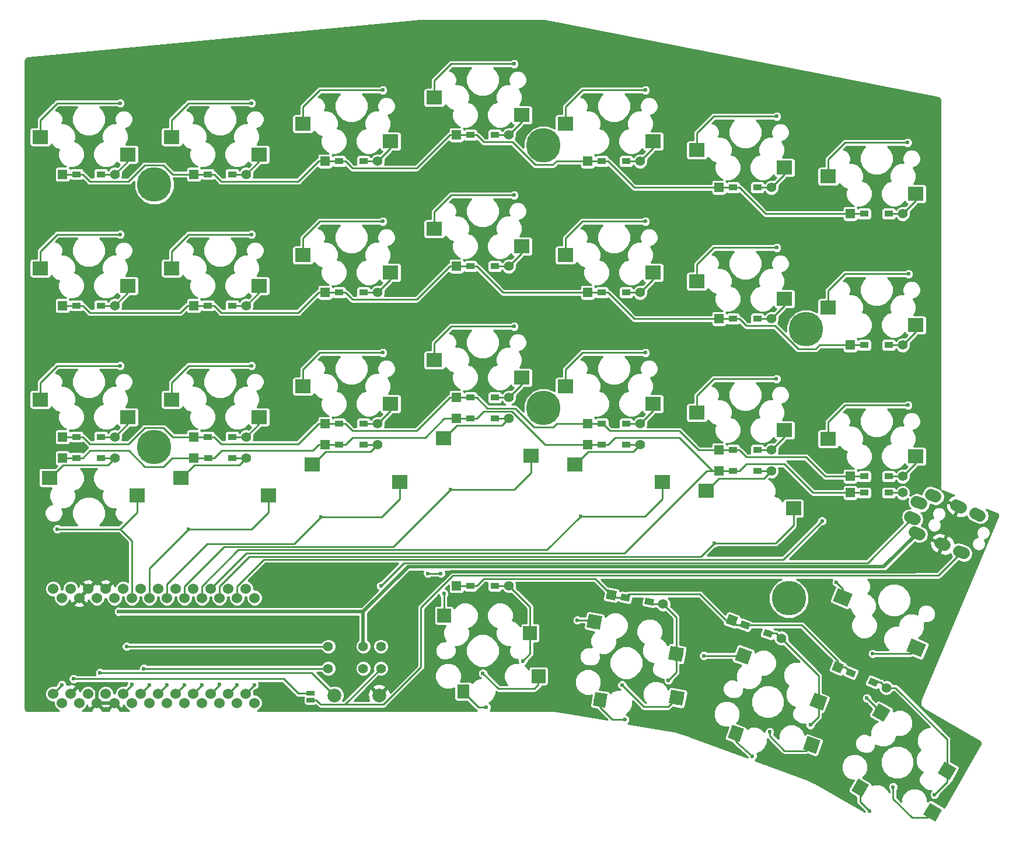
<source format=gbr>
G04 #@! TF.GenerationSoftware,KiCad,Pcbnew,(5.0.1-3-g963ef8bb5)*
G04 #@! TF.CreationDate,2018-11-25T10:31:51+09:00*
G04 #@! TF.ProjectId,Pinky,50696E6B792E6B696361645F70636200,rev?*
G04 #@! TF.SameCoordinates,Original*
G04 #@! TF.FileFunction,Copper,L1,Top,Signal*
G04 #@! TF.FilePolarity,Positive*
%FSLAX46Y46*%
G04 Gerber Fmt 4.6, Leading zero omitted, Abs format (unit mm)*
G04 Created by KiCad (PCBNEW (5.0.1-3-g963ef8bb5)) date Sunday, 25 November 2018 at 10:31:51*
%MOMM*%
%LPD*%
G01*
G04 APERTURE LIST*
G04 #@! TA.AperFunction,SMDPad,CuDef*
%ADD10R,2.300000X2.000000*%
G04 #@! TD*
G04 #@! TA.AperFunction,SMDPad,CuDef*
%ADD11R,1.300000X0.950000*%
G04 #@! TD*
G04 #@! TA.AperFunction,ComponentPad*
%ADD12C,1.397000*%
G04 #@! TD*
G04 #@! TA.AperFunction,ComponentPad*
%ADD13R,1.397000X1.397000*%
G04 #@! TD*
G04 #@! TA.AperFunction,SMDPad,CuDef*
%ADD14C,2.000000*%
G04 #@! TD*
G04 #@! TA.AperFunction,Conductor*
%ADD15C,0.100000*%
G04 #@! TD*
G04 #@! TA.AperFunction,SMDPad,CuDef*
%ADD16C,1.800000*%
G04 #@! TD*
G04 #@! TA.AperFunction,ComponentPad*
%ADD17C,1.524000*%
G04 #@! TD*
G04 #@! TA.AperFunction,SMDPad,CuDef*
%ADD18C,0.950000*%
G04 #@! TD*
G04 #@! TA.AperFunction,WasherPad*
%ADD19C,5.000000*%
G04 #@! TD*
G04 #@! TA.AperFunction,ComponentPad*
%ADD20C,1.700000*%
G04 #@! TD*
G04 #@! TA.AperFunction,Conductor*
%ADD21C,1.700000*%
G04 #@! TD*
G04 #@! TA.AperFunction,SMDPad,CuDef*
%ADD22R,1.143000X0.635000*%
G04 #@! TD*
G04 #@! TA.AperFunction,ComponentPad*
%ADD23C,2.000000*%
G04 #@! TD*
G04 #@! TA.AperFunction,SMDPad,CuDef*
%ADD24R,2.000000X2.000000*%
G04 #@! TD*
G04 #@! TA.AperFunction,SMDPad,CuDef*
%ADD25R,1.800000X2.000000*%
G04 #@! TD*
G04 #@! TA.AperFunction,ViaPad*
%ADD26C,0.600000*%
G04 #@! TD*
G04 #@! TA.AperFunction,Conductor*
%ADD27C,0.250000*%
G04 #@! TD*
G04 #@! TA.AperFunction,Conductor*
%ADD28C,0.500000*%
G04 #@! TD*
G04 #@! TA.AperFunction,Conductor*
%ADD29C,0.254000*%
G04 #@! TD*
G04 APERTURE END LIST*
D10*
G04 #@! TO.P,SW20,1*
G04 #@! TO.N,col4*
X119200000Y-69725000D03*
G04 #@! TO.P,SW20,2*
G04 #@! TO.N,Net-(D19-Pad2)*
X131900000Y-72265000D03*
G04 #@! TD*
G04 #@! TO.P,SW16,2*
G04 #@! TO.N,Net-(D15-Pad2)*
X112850000Y-87505000D03*
G04 #@! TO.P,SW16,1*
G04 #@! TO.N,col3*
X100150000Y-84965000D03*
G04 #@! TD*
G04 #@! TO.P,SW15,2*
G04 #@! TO.N,Net-(D14-Pad2)*
X112850000Y-68455000D03*
G04 #@! TO.P,SW15,1*
G04 #@! TO.N,col3*
X100150000Y-65915000D03*
G04 #@! TD*
G04 #@! TO.P,SW10,2*
G04 #@! TO.N,Net-(D9-Pad2)*
X93800000Y-53215000D03*
G04 #@! TO.P,SW10,1*
G04 #@! TO.N,col2*
X81100000Y-50675000D03*
G04 #@! TD*
G04 #@! TO.P,SW11,1*
G04 #@! TO.N,col2*
X81100000Y-69725000D03*
G04 #@! TO.P,SW11,2*
G04 #@! TO.N,Net-(D10-Pad2)*
X93800000Y-72265000D03*
G04 #@! TD*
D11*
G04 #@! TO.P,D12,2*
G04 #@! TO.N,Net-(D12-Pad2)*
X89875000Y-97245000D03*
D12*
X91910000Y-97245000D03*
D13*
G04 #@! TO.P,D12,1*
G04 #@! TO.N,row3*
X84290000Y-97245000D03*
D11*
X86325000Y-97245000D03*
G04 #@! TD*
D10*
G04 #@! TO.P,SW3,1*
G04 #@! TO.N,col0*
X43000000Y-71630000D03*
G04 #@! TO.P,SW3,2*
G04 #@! TO.N,Net-(D2-Pad2)*
X55700000Y-74170000D03*
G04 #@! TD*
G04 #@! TO.P,SW2,1*
G04 #@! TO.N,col0*
X43000000Y-52580000D03*
G04 #@! TO.P,SW2,2*
G04 #@! TO.N,Net-(D1-Pad2)*
X55700000Y-55120000D03*
G04 #@! TD*
D14*
G04 #@! TO.P,SW33,1*
G04 #@! TO.N,col6*
X164990258Y-136100591D03*
D15*
G04 #@! TD*
G04 #@! TO.N,col6*
G04 #@! TO.C,SW33*
G36*
X166356283Y-135734566D02*
X165356283Y-137466616D01*
X163624233Y-136466616D01*
X164624233Y-134734566D01*
X166356283Y-135734566D01*
X166356283Y-135734566D01*
G37*
D14*
G04 #@! TO.P,SW33,2*
G04 #@! TO.N,Net-(D32-Pad2)*
X174545575Y-144550295D03*
D15*
G04 #@! TD*
G04 #@! TO.N,Net-(D32-Pad2)*
G04 #@! TO.C,SW33*
G36*
X175911600Y-144184270D02*
X174911600Y-145916320D01*
X173179550Y-144916320D01*
X174179550Y-143184270D01*
X175911600Y-144184270D01*
X175911600Y-144184270D01*
G37*
D16*
G04 #@! TO.P,SW33,2*
G04 #@! TO.N,Net-(D32-Pad2)*
X161925129Y-147009550D03*
D15*
G04 #@! TD*
G04 #@! TO.N,Net-(D32-Pad2)*
G04 #@! TO.C,SW33*
G36*
X163204552Y-146593525D02*
X162204552Y-148325575D01*
X160645706Y-147425575D01*
X161645706Y-145693525D01*
X163204552Y-146593525D01*
X163204552Y-146593525D01*
G37*
D14*
G04 #@! TO.P,SW33,1*
G04 #@! TO.N,col6*
X172464806Y-150554294D03*
D15*
G04 #@! TD*
G04 #@! TO.N,col6*
G04 #@! TO.C,SW33*
G36*
X173830831Y-150188269D02*
X172830831Y-151920319D01*
X171098781Y-150920319D01*
X172098781Y-149188269D01*
X173830831Y-150188269D01*
X173830831Y-150188269D01*
G37*
D14*
G04 #@! TO.P,SW32,2*
G04 #@! TO.N,Net-(D31-Pad2)*
X170096334Y-126710152D03*
D15*
G04 #@! TD*
G04 #@! TO.N,Net-(D31-Pad2)*
G04 #@! TO.C,SW32*
G36*
X168647022Y-127181316D02*
X169428485Y-125340306D01*
X171545646Y-126238988D01*
X170764183Y-128079998D01*
X168647022Y-127181316D01*
X168647022Y-127181316D01*
G37*
D14*
G04 #@! TO.P,SW32,1*
G04 #@! TO.N,col6*
X159398380Y-119409785D03*
D15*
G04 #@! TD*
G04 #@! TO.N,col6*
G04 #@! TO.C,SW32*
G36*
X157949068Y-119880949D02*
X158730531Y-118039939D01*
X160847692Y-118938621D01*
X160066229Y-120779631D01*
X157949068Y-119880949D01*
X157949068Y-119880949D01*
G37*
D17*
G04 #@! TO.P,U1,24*
G04 #@! TO.N,Net-(U1-Pad24)*
X46092000Y-119450000D03*
G04 #@! TO.P,U1,23*
G04 #@! TO.N,GND*
X48632000Y-119450000D03*
G04 #@! TO.P,U1,22*
G04 #@! TO.N,reset*
X51172000Y-119450000D03*
G04 #@! TO.P,U1,21*
G04 #@! TO.N,VCC*
X53712000Y-119450000D03*
G04 #@! TO.P,U1,20*
G04 #@! TO.N,col0*
X56252000Y-119450000D03*
G04 #@! TO.P,U1,19*
G04 #@! TO.N,col1*
X58792000Y-119450000D03*
G04 #@! TO.P,U1,18*
G04 #@! TO.N,col2*
X61332000Y-119450000D03*
G04 #@! TO.P,U1,17*
G04 #@! TO.N,col3*
X63872000Y-119450000D03*
G04 #@! TO.P,U1,16*
G04 #@! TO.N,col4*
X66412000Y-119450000D03*
G04 #@! TO.P,U1,15*
G04 #@! TO.N,col5*
X68952000Y-119450000D03*
G04 #@! TO.P,U1,14*
G04 #@! TO.N,col6*
X71492000Y-119450000D03*
G04 #@! TO.P,U1,13*
G04 #@! TO.N,Net-(U1-Pad13)*
X74032000Y-119450000D03*
G04 #@! TO.P,U1,12*
G04 #@! TO.N,Net-(U1-Pad12)*
X74032000Y-134690000D03*
G04 #@! TO.P,U1,11*
G04 #@! TO.N,row4*
X71492000Y-134690000D03*
G04 #@! TO.P,U1,10*
G04 #@! TO.N,row3*
X68952000Y-134690000D03*
G04 #@! TO.P,U1,9*
G04 #@! TO.N,row2*
X66412000Y-134690000D03*
G04 #@! TO.P,U1,8*
G04 #@! TO.N,row1*
X63872000Y-134690000D03*
G04 #@! TO.P,U1,7*
G04 #@! TO.N,row0*
X61332000Y-134690000D03*
G04 #@! TO.P,U1,6*
G04 #@! TO.N,scl*
X58792000Y-134690000D03*
G04 #@! TO.P,U1,5*
G04 #@! TO.N,sda*
X56252000Y-134690000D03*
G04 #@! TO.P,U1,4*
G04 #@! TO.N,GND*
X53712000Y-134690000D03*
G04 #@! TO.P,U1,3*
X51172000Y-134690000D03*
G04 #@! TO.P,U1,2*
G04 #@! TO.N,data*
X48632000Y-134690000D03*
G04 #@! TO.P,U1,1*
G04 #@! TO.N,Net-(U1-Pad1)*
X46092000Y-134690000D03*
X44822000Y-118143600D03*
G04 #@! TO.P,U1,2*
G04 #@! TO.N,data*
X47362000Y-118143600D03*
G04 #@! TO.P,U1,3*
G04 #@! TO.N,GND*
X49902000Y-118143600D03*
G04 #@! TO.P,U1,4*
X52442000Y-118143600D03*
G04 #@! TO.P,U1,5*
G04 #@! TO.N,sda*
X54982000Y-118143600D03*
G04 #@! TO.P,U1,6*
G04 #@! TO.N,scl*
X57522000Y-118143600D03*
G04 #@! TO.P,U1,7*
G04 #@! TO.N,row0*
X60062000Y-118143600D03*
G04 #@! TO.P,U1,8*
G04 #@! TO.N,row1*
X62602000Y-118143600D03*
G04 #@! TO.P,U1,9*
G04 #@! TO.N,row2*
X65142000Y-118143600D03*
G04 #@! TO.P,U1,10*
G04 #@! TO.N,row3*
X67682000Y-118143600D03*
G04 #@! TO.P,U1,11*
G04 #@! TO.N,row4*
X70222000Y-118143600D03*
G04 #@! TO.P,U1,12*
G04 #@! TO.N,Net-(U1-Pad12)*
X72762000Y-118143600D03*
G04 #@! TO.P,U1,13*
G04 #@! TO.N,Net-(U1-Pad13)*
X72762000Y-133363600D03*
G04 #@! TO.P,U1,14*
G04 #@! TO.N,col6*
X70222000Y-133363600D03*
G04 #@! TO.P,U1,15*
G04 #@! TO.N,col5*
X67682000Y-133363600D03*
G04 #@! TO.P,U1,16*
G04 #@! TO.N,col4*
X65142000Y-133363600D03*
G04 #@! TO.P,U1,17*
G04 #@! TO.N,col3*
X62602000Y-133363600D03*
G04 #@! TO.P,U1,18*
G04 #@! TO.N,col2*
X60062000Y-133363600D03*
G04 #@! TO.P,U1,19*
G04 #@! TO.N,col1*
X57522000Y-133363600D03*
G04 #@! TO.P,U1,20*
G04 #@! TO.N,col0*
X54982000Y-133363600D03*
G04 #@! TO.P,U1,21*
G04 #@! TO.N,VCC*
X52442000Y-133363600D03*
G04 #@! TO.P,U1,22*
G04 #@! TO.N,reset*
X49902000Y-133363600D03*
G04 #@! TO.P,U1,23*
G04 #@! TO.N,GND*
X47362000Y-133363600D03*
G04 #@! TO.P,U1,24*
G04 #@! TO.N,Net-(U1-Pad24)*
X44822000Y-133363600D03*
G04 #@! TD*
D18*
G04 #@! TO.P,D27,1*
G04 #@! TO.N,row4*
X145232046Y-123392914D03*
D15*
G04 #@! TD*
G04 #@! TO.N,row4*
G04 #@! TO.C,D27*
G36*
X144458786Y-123616955D02*
X144783705Y-122724247D01*
X146005306Y-123168873D01*
X145680387Y-124061581D01*
X144458786Y-123616955D01*
X144458786Y-123616955D01*
G37*
D12*
G04 #@! TO.P,D27,1*
G04 #@! TO.N,row4*
X143319771Y-122696903D03*
D15*
G04 #@! TD*
G04 #@! TO.N,row4*
G04 #@! TO.C,D27*
G36*
X142424495Y-123114377D02*
X142902297Y-121801627D01*
X144215047Y-122279429D01*
X143737245Y-123592179D01*
X142424495Y-123114377D01*
X142424495Y-123114377D01*
G37*
D12*
G04 #@! TO.P,D27,2*
G04 #@! TO.N,Net-(D27-Pad2)*
X150480229Y-125303097D03*
D18*
X148567954Y-124607086D03*
D15*
G04 #@! TD*
G04 #@! TO.N,Net-(D27-Pad2)*
G04 #@! TO.C,D27*
G36*
X147794694Y-124831127D02*
X148119613Y-123938419D01*
X149341214Y-124383045D01*
X149016295Y-125275753D01*
X147794694Y-124831127D01*
X147794694Y-124831127D01*
G37*
D14*
G04 #@! TO.P,SW28,1*
G04 #@! TO.N,col5*
X154886036Y-140787226D03*
D15*
G04 #@! TD*
G04 #@! TO.N,col5*
G04 #@! TO.C,SW28*
G36*
X156167749Y-140189554D02*
X155483708Y-142068939D01*
X153604323Y-141384898D01*
X154288364Y-139505513D01*
X156167749Y-140189554D01*
X156167749Y-140189554D01*
G37*
D16*
G04 #@! TO.P,SW28,2*
G04 #@! TO.N,Net-(D27-Pad2)*
X143890942Y-139126530D03*
D15*
G04 #@! TD*
G04 #@! TO.N,Net-(D27-Pad2)*
G04 #@! TO.C,SW28*
G36*
X145078686Y-138494656D02*
X144394645Y-140374041D01*
X142703198Y-139758404D01*
X143387239Y-137879019D01*
X145078686Y-138494656D01*
X145078686Y-138494656D01*
G37*
D14*
G04 #@! TO.P,SW28,2*
G04 #@! TO.N,Net-(D27-Pad2)*
X155892610Y-134513120D03*
D15*
G04 #@! TD*
G04 #@! TO.N,Net-(D27-Pad2)*
G04 #@! TO.C,SW28*
G36*
X157174323Y-133915448D02*
X156490282Y-135794833D01*
X154610897Y-135110792D01*
X155294938Y-133231407D01*
X157174323Y-133915448D01*
X157174323Y-133915448D01*
G37*
D14*
G04 #@! TO.P,SW28,1*
G04 #@! TO.N,col5*
X145015184Y-127851049D03*
D15*
G04 #@! TD*
G04 #@! TO.N,col5*
G04 #@! TO.C,SW28*
G36*
X146296897Y-127253377D02*
X145612856Y-129132762D01*
X143733471Y-128448721D01*
X144417512Y-126569336D01*
X146296897Y-127253377D01*
X146296897Y-127253377D01*
G37*
D10*
G04 #@! TO.P,SW25,2*
G04 #@! TO.N,Net-(D24-Pad2)*
X150950000Y-76075000D03*
G04 #@! TO.P,SW25,1*
G04 #@! TO.N,col5*
X138250000Y-73535000D03*
G04 #@! TD*
D14*
G04 #@! TO.P,SW23,1*
G04 #@! TO.N,col4*
X123367209Y-122924747D03*
D15*
G04 #@! TD*
G04 #@! TO.N,col4*
G04 #@! TO.C,SW23*
G36*
X124525665Y-122113587D02*
X124178369Y-124083203D01*
X122208753Y-123735907D01*
X122556049Y-121766291D01*
X124525665Y-122113587D01*
X124525665Y-122113587D01*
G37*
D14*
G04 #@! TO.P,SW23,2*
G04 #@! TO.N,Net-(D22-Pad2)*
X135236240Y-127596761D03*
D15*
G04 #@! TD*
G04 #@! TO.N,Net-(D22-Pad2)*
G04 #@! TO.C,SW23*
G36*
X136394696Y-126785601D02*
X136047400Y-128755217D01*
X134077784Y-128407921D01*
X134425080Y-126438305D01*
X136394696Y-126785601D01*
X136394696Y-126785601D01*
G37*
D16*
G04 #@! TO.P,SW23,2*
G04 #@! TO.N,Net-(D22-Pad2)*
X124218014Y-134224151D03*
D15*
G04 #@! TD*
G04 #@! TO.N,Net-(D22-Pad2)*
G04 #@! TO.C,SW23*
G36*
X125277989Y-133395627D02*
X124930693Y-135365242D01*
X123158039Y-135052675D01*
X123505335Y-133083060D01*
X125277989Y-133395627D01*
X125277989Y-133395627D01*
G37*
D14*
G04 #@! TO.P,SW23,1*
G04 #@! TO.N,col4*
X135334445Y-133950339D03*
D15*
G04 #@! TD*
G04 #@! TO.N,col4*
G04 #@! TO.C,SW23*
G36*
X136492901Y-133139179D02*
X136145605Y-135108795D01*
X134175989Y-134761499D01*
X134523285Y-132791883D01*
X136492901Y-133139179D01*
X136492901Y-133139179D01*
G37*
D10*
G04 #@! TO.P,SW14,2*
G04 #@! TO.N,Net-(D13-Pad2)*
X112850000Y-49405000D03*
G04 #@! TO.P,SW14,1*
G04 #@! TO.N,col3*
X100150000Y-46865000D03*
G04 #@! TD*
D11*
G04 #@! TO.P,D14,2*
G04 #@! TO.N,Net-(D14-Pad2)*
X108925000Y-71335000D03*
D12*
X110960000Y-71335000D03*
D13*
G04 #@! TO.P,D14,1*
G04 #@! TO.N,row1*
X103340000Y-71335000D03*
D11*
X105375000Y-71335000D03*
G04 #@! TD*
G04 #@! TO.P,D9,2*
G04 #@! TO.N,Net-(D9-Pad2)*
X89875000Y-56095000D03*
D12*
X91910000Y-56095000D03*
D13*
G04 #@! TO.P,D9,1*
G04 #@! TO.N,row0*
X84290000Y-56095000D03*
D11*
X86325000Y-56095000D03*
G04 #@! TD*
D10*
G04 #@! TO.P,SW5,1*
G04 #@! TO.N,col0*
X57000000Y-104570000D03*
G04 #@! TO.P,SW5,2*
G04 #@! TO.N,Net-(D4-Pad2)*
X44300000Y-102030000D03*
G04 #@! TD*
D11*
G04 #@! TO.P,D6,1*
G04 #@! TO.N,row1*
X67275000Y-77050000D03*
D13*
X65240000Y-77050000D03*
D12*
G04 #@! TO.P,D6,2*
G04 #@! TO.N,Net-(D6-Pad2)*
X72860000Y-77050000D03*
D11*
X70825000Y-77050000D03*
G04 #@! TD*
D10*
G04 #@! TO.P,SW13,1*
G04 #@! TO.N,col2*
X95100000Y-102665000D03*
G04 #@! TO.P,SW13,2*
G04 #@! TO.N,Net-(D12-Pad2)*
X82400000Y-100125000D03*
G04 #@! TD*
D11*
G04 #@! TO.P,D7,2*
G04 #@! TO.N,Net-(D7-Pad2)*
X70825000Y-96100000D03*
D12*
X72860000Y-96100000D03*
D13*
G04 #@! TO.P,D7,1*
G04 #@! TO.N,row2*
X65240000Y-96100000D03*
D11*
X67275000Y-96100000D03*
G04 #@! TD*
D19*
G04 #@! TO.P,Ref\002A\002A,*
G04 #@! TO.N,*
X59500000Y-97600000D03*
G04 #@! TD*
G04 #@! TO.P,Ref\002A\002A,*
G04 #@! TO.N,*
X116000000Y-53800000D03*
G04 #@! TD*
D11*
G04 #@! TO.P,D2,1*
G04 #@! TO.N,row1*
X48225000Y-77050000D03*
D13*
X46190000Y-77050000D03*
D12*
G04 #@! TO.P,D2,2*
G04 #@! TO.N,Net-(D2-Pad2)*
X53810000Y-77050000D03*
D11*
X51775000Y-77050000D03*
G04 #@! TD*
G04 #@! TO.P,D3,2*
G04 #@! TO.N,Net-(D3-Pad2)*
X51775000Y-96100000D03*
D12*
X53810000Y-96100000D03*
D13*
G04 #@! TO.P,D3,1*
G04 #@! TO.N,row2*
X46190000Y-96100000D03*
D11*
X48225000Y-96100000D03*
G04 #@! TD*
G04 #@! TO.P,D4,1*
G04 #@! TO.N,row3*
X48225000Y-99150000D03*
D13*
X46190000Y-99150000D03*
D12*
G04 #@! TO.P,D4,2*
G04 #@! TO.N,Net-(D4-Pad2)*
X53810000Y-99150000D03*
D11*
X51775000Y-99150000D03*
G04 #@! TD*
G04 #@! TO.P,D5,2*
G04 #@! TO.N,Net-(D5-Pad2)*
X70825000Y-58000000D03*
D12*
X72860000Y-58000000D03*
D13*
G04 #@! TO.P,D5,1*
G04 #@! TO.N,row0*
X65240000Y-58000000D03*
D11*
X67275000Y-58000000D03*
G04 #@! TD*
G04 #@! TO.P,D8,1*
G04 #@! TO.N,row3*
X67325000Y-99150000D03*
D13*
X65290000Y-99150000D03*
D12*
G04 #@! TO.P,D8,2*
G04 #@! TO.N,Net-(D8-Pad2)*
X72910000Y-99150000D03*
D11*
X70875000Y-99150000D03*
G04 #@! TD*
G04 #@! TO.P,D10,1*
G04 #@! TO.N,row1*
X86325000Y-75145000D03*
D13*
X84290000Y-75145000D03*
D12*
G04 #@! TO.P,D10,2*
G04 #@! TO.N,Net-(D10-Pad2)*
X91910000Y-75145000D03*
D11*
X89875000Y-75145000D03*
G04 #@! TD*
G04 #@! TO.P,D11,2*
G04 #@! TO.N,Net-(D11-Pad2)*
X89875000Y-94195000D03*
D12*
X91910000Y-94195000D03*
D13*
G04 #@! TO.P,D11,1*
G04 #@! TO.N,row2*
X84290000Y-94195000D03*
D11*
X86325000Y-94195000D03*
G04 #@! TD*
G04 #@! TO.P,D13,1*
G04 #@! TO.N,row0*
X105375000Y-52285000D03*
D13*
X103340000Y-52285000D03*
D12*
G04 #@! TO.P,D13,2*
G04 #@! TO.N,Net-(D13-Pad2)*
X110960000Y-52285000D03*
D11*
X108925000Y-52285000D03*
G04 #@! TD*
G04 #@! TO.P,D15,1*
G04 #@! TO.N,row2*
X105375000Y-90385000D03*
D13*
X103340000Y-90385000D03*
D12*
G04 #@! TO.P,D15,2*
G04 #@! TO.N,Net-(D15-Pad2)*
X110960000Y-90385000D03*
D11*
X108925000Y-90385000D03*
G04 #@! TD*
G04 #@! TO.P,D16,1*
G04 #@! TO.N,row3*
X105375000Y-93435000D03*
D13*
X103340000Y-93435000D03*
D12*
G04 #@! TO.P,D16,2*
G04 #@! TO.N,Net-(D16-Pad2)*
X110960000Y-93435000D03*
D11*
X108925000Y-93435000D03*
G04 #@! TD*
G04 #@! TO.P,D17,2*
G04 #@! TO.N,Net-(D17-Pad2)*
X108925000Y-117700000D03*
D12*
X110960000Y-117700000D03*
D13*
G04 #@! TO.P,D17,1*
G04 #@! TO.N,row4*
X103340000Y-117700000D03*
D11*
X105375000Y-117700000D03*
G04 #@! TD*
G04 #@! TO.P,D18,1*
G04 #@! TO.N,row0*
X124425000Y-56095000D03*
D13*
X122390000Y-56095000D03*
D12*
G04 #@! TO.P,D18,2*
G04 #@! TO.N,Net-(D18-Pad2)*
X130010000Y-56095000D03*
D11*
X127975000Y-56095000D03*
G04 #@! TD*
G04 #@! TO.P,D19,1*
G04 #@! TO.N,row1*
X124425000Y-75145000D03*
D13*
X122390000Y-75145000D03*
D12*
G04 #@! TO.P,D19,2*
G04 #@! TO.N,Net-(D19-Pad2)*
X130010000Y-75145000D03*
D11*
X127975000Y-75145000D03*
G04 #@! TD*
G04 #@! TO.P,D20,2*
G04 #@! TO.N,Net-(D20-Pad2)*
X127975000Y-94195000D03*
D12*
X130010000Y-94195000D03*
D13*
G04 #@! TO.P,D20,1*
G04 #@! TO.N,row2*
X122390000Y-94195000D03*
D11*
X124425000Y-94195000D03*
G04 #@! TD*
G04 #@! TO.P,D21,1*
G04 #@! TO.N,row3*
X124425000Y-97245000D03*
D13*
X122389997Y-97245000D03*
D12*
G04 #@! TO.P,D21,2*
G04 #@! TO.N,Net-(D21-Pad2)*
X130010003Y-97245000D03*
D11*
X127975000Y-97245000D03*
G04 #@! TD*
D18*
G04 #@! TO.P,D22,2*
G04 #@! TO.N,Net-(D22-Pad2)*
X131348034Y-120008226D03*
D15*
G04 #@! TD*
G04 #@! TO.N,Net-(D22-Pad2)*
G04 #@! TO.C,D22*
G36*
X130625426Y-120363138D02*
X130790392Y-119427571D01*
X132070642Y-119653314D01*
X131905676Y-120588881D01*
X130625426Y-120363138D01*
X130625426Y-120363138D01*
G37*
D12*
G04 #@! TO.P,D22,2*
G04 #@! TO.N,Net-(D22-Pad2)*
X133352120Y-120361600D03*
G04 #@! TO.P,D22,1*
G04 #@! TO.N,row4*
X125847880Y-119038400D03*
D15*
G04 #@! TD*
G04 #@! TO.N,row4*
G04 #@! TO.C,D22*
G36*
X125038699Y-119604995D02*
X125281285Y-118229219D01*
X126657061Y-118471805D01*
X126414475Y-119847581D01*
X125038699Y-119604995D01*
X125038699Y-119604995D01*
G37*
D18*
G04 #@! TO.P,D22,1*
G04 #@! TO.N,row4*
X127851966Y-119391774D03*
D15*
G04 #@! TD*
G04 #@! TO.N,row4*
G04 #@! TO.C,D22*
G36*
X127129358Y-119746686D02*
X127294324Y-118811119D01*
X128574574Y-119036862D01*
X128409608Y-119972429D01*
X127129358Y-119746686D01*
X127129358Y-119746686D01*
G37*
D11*
G04 #@! TO.P,D23,2*
G04 #@! TO.N,Net-(D23-Pad2)*
X147025000Y-59905000D03*
D12*
X149060000Y-59905000D03*
D13*
G04 #@! TO.P,D23,1*
G04 #@! TO.N,row0*
X141440000Y-59905000D03*
D11*
X143475000Y-59905000D03*
G04 #@! TD*
G04 #@! TO.P,D24,2*
G04 #@! TO.N,Net-(D24-Pad2)*
X147025000Y-78955000D03*
D12*
X149060000Y-78955000D03*
D13*
G04 #@! TO.P,D24,1*
G04 #@! TO.N,row1*
X141440000Y-78955000D03*
D11*
X143475000Y-78955000D03*
G04 #@! TD*
G04 #@! TO.P,D25,1*
G04 #@! TO.N,row2*
X143475000Y-98005000D03*
D13*
X141440000Y-98005000D03*
D12*
G04 #@! TO.P,D25,2*
G04 #@! TO.N,Net-(D25-Pad2)*
X149060000Y-98005000D03*
D11*
X147025000Y-98005000D03*
G04 #@! TD*
G04 #@! TO.P,D26,2*
G04 #@! TO.N,Net-(D26-Pad2)*
X147025000Y-101055000D03*
D12*
X149060000Y-101055000D03*
D13*
G04 #@! TO.P,D26,1*
G04 #@! TO.N,row3*
X141440000Y-101055000D03*
D11*
X143475000Y-101055000D03*
G04 #@! TD*
G04 #@! TO.P,D28,2*
G04 #@! TO.N,Net-(D28-Pad2)*
X166075000Y-63715000D03*
D12*
X168110000Y-63715000D03*
D13*
G04 #@! TO.P,D28,1*
G04 #@! TO.N,row0*
X160490000Y-63715000D03*
D11*
X162525000Y-63715000D03*
G04 #@! TD*
G04 #@! TO.P,D29,2*
G04 #@! TO.N,Net-(D29-Pad2)*
X166075000Y-82765000D03*
D12*
X168110000Y-82765000D03*
D13*
G04 #@! TO.P,D29,1*
G04 #@! TO.N,row1*
X160490000Y-82765000D03*
D11*
X162525000Y-82765000D03*
G04 #@! TD*
G04 #@! TO.P,D30,1*
G04 #@! TO.N,row2*
X162525000Y-101815000D03*
D13*
X160490000Y-101815000D03*
D12*
G04 #@! TO.P,D30,2*
G04 #@! TO.N,Net-(D30-Pad2)*
X168110000Y-101815000D03*
D11*
X166075000Y-101815000D03*
G04 #@! TD*
G04 #@! TO.P,D31,2*
G04 #@! TO.N,Net-(D31-Pad2)*
X166075000Y-104200000D03*
D12*
X168110000Y-104200001D03*
D13*
G04 #@! TO.P,D31,1*
G04 #@! TO.N,row3*
X160490000Y-104199999D03*
D11*
X162525000Y-104200000D03*
G04 #@! TD*
D18*
G04 #@! TO.P,D32,1*
G04 #@! TO.N,row4*
X160566104Y-130306452D03*
D15*
G04 #@! TD*
G04 #@! TO.N,row4*
G04 #@! TO.C,D32*
G36*
X159782179Y-130489717D02*
X160153373Y-129615237D01*
X161350029Y-130123187D01*
X160978835Y-130997667D01*
X159782179Y-130489717D01*
X159782179Y-130489717D01*
G37*
D12*
G04 #@! TO.P,D32,1*
G04 #@! TO.N,row4*
X158692877Y-129511313D03*
D15*
G04 #@! TD*
G04 #@! TO.N,row4*
G04 #@! TO.C,D32*
G36*
X157776979Y-129881360D02*
X158322830Y-128595415D01*
X159608775Y-129141266D01*
X159062924Y-130427211D01*
X157776979Y-129881360D01*
X157776979Y-129881360D01*
G37*
D12*
G04 #@! TO.P,D32,2*
G04 #@! TO.N,Net-(D32-Pad2)*
X165707123Y-132488687D03*
D18*
X163833896Y-131693548D03*
D15*
G04 #@! TD*
G04 #@! TO.N,Net-(D32-Pad2)*
G04 #@! TO.C,D32*
G36*
X163049971Y-131876813D02*
X163421165Y-131002333D01*
X164617821Y-131510283D01*
X164246627Y-132384763D01*
X163049971Y-131876813D01*
X163049971Y-131876813D01*
G37*
D20*
G04 #@! TO.P,J1,D*
G04 #@! TO.N,VCC*
X172523115Y-104631526D03*
D21*
G04 #@! TD*
G04 #@! TO.N,VCC*
G04 #@! TO.C,J1*
X172891317Y-104787818D02*
X172154913Y-104475234D01*
D20*
G04 #@! TO.P,J1,A*
G04 #@! TO.N,Net-(J1-PadA)*
X169501287Y-107911549D03*
D21*
G04 #@! TD*
G04 #@! TO.N,Net-(J1-PadA)*
G04 #@! TO.C,J1*
X169869489Y-108067841D02*
X169133085Y-107755257D01*
D20*
G04 #@! TO.P,J1,B*
G04 #@! TO.N,Net-(J1-PadB)*
X178966649Y-107366644D03*
D21*
G04 #@! TD*
G04 #@! TO.N,Net-(J1-PadB)*
G04 #@! TO.C,J1*
X179334851Y-107522936D02*
X178598447Y-107210352D01*
D20*
G04 #@! TO.P,J1,C*
G04 #@! TO.N,GND*
X176205134Y-106194450D03*
D21*
G04 #@! TD*
G04 #@! TO.N,GND*
G04 #@! TO.C,J1*
X176573336Y-106350742D02*
X175836932Y-106038158D01*
D20*
G04 #@! TO.P,J1,B*
G04 #@! TO.N,Net-(J1-PadB)*
X176641799Y-112843647D03*
D21*
G04 #@! TD*
G04 #@! TO.N,Net-(J1-PadB)*
G04 #@! TO.C,J1*
X177010001Y-112999939D02*
X176273597Y-112687355D01*
D20*
G04 #@! TO.P,J1,C*
G04 #@! TO.N,GND*
X173880284Y-111671454D03*
D21*
G04 #@! TD*
G04 #@! TO.N,GND*
G04 #@! TO.C,J1*
X174248486Y-111827746D02*
X173512082Y-111515162D01*
D20*
G04 #@! TO.P,J1,D*
G04 #@! TO.N,VCC*
X170198266Y-110108530D03*
D21*
G04 #@! TD*
G04 #@! TO.N,VCC*
G04 #@! TO.C,J1*
X170566468Y-110264822D02*
X169830064Y-109952238D01*
D20*
G04 #@! TO.P,J1,A*
G04 #@! TO.N,Net-(J1-PadA)*
X170458578Y-105656312D03*
D21*
G04 #@! TD*
G04 #@! TO.N,Net-(J1-PadA)*
G04 #@! TO.C,J1*
X170826780Y-105812604D02*
X170090376Y-105500020D01*
D12*
G04 #@! TO.P,P1,1*
G04 #@! TO.N,Net-(J1-PadA)*
X92400000Y-126500000D03*
G04 #@! TD*
G04 #@! TO.P,P2,1*
G04 #@! TO.N,Net-(J1-PadB)*
X92400000Y-129700000D03*
G04 #@! TD*
D22*
G04 #@! TO.P,JP1,1*
G04 #@! TO.N,Net-(J1-PadB)*
X82200000Y-134300380D03*
G04 #@! TO.P,JP1,2*
G04 #@! TO.N,data*
X82200000Y-133299620D03*
G04 #@! TD*
D23*
G04 #@! TO.P,SW1,1*
G04 #@! TO.N,reset*
X85650000Y-133600000D03*
G04 #@! TO.P,SW1,2*
G04 #@! TO.N,GND*
X92150000Y-133600000D03*
G04 #@! TD*
D24*
G04 #@! TO.P,SW18,1*
G04 #@! TO.N,col3*
X115250000Y-130800000D03*
D25*
G04 #@! TO.P,SW18,2*
G04 #@! TO.N,Net-(D17-Pad2)*
X104350000Y-133000000D03*
D24*
X114050000Y-124560000D03*
G04 #@! TO.P,SW18,1*
G04 #@! TO.N,col3*
X101550000Y-122020000D03*
G04 #@! TD*
D12*
G04 #@! TO.P,R1,1*
G04 #@! TO.N,VCC*
X89840000Y-126500000D03*
G04 #@! TO.P,R1,2*
G04 #@! TO.N,sda*
X84760000Y-126500000D03*
G04 #@! TD*
G04 #@! TO.P,R2,2*
G04 #@! TO.N,scl*
X84760000Y-129700000D03*
G04 #@! TO.P,R2,1*
G04 #@! TO.N,VCC*
X89840000Y-129700000D03*
G04 #@! TD*
D19*
G04 #@! TO.P,Ref\002A\002A,*
G04 #@! TO.N,*
X59500000Y-59500000D03*
G04 #@! TD*
G04 #@! TO.P,Ref\002A\002A,*
G04 #@! TO.N,*
X151600000Y-119500000D03*
G04 #@! TD*
G04 #@! TO.P,Ref\002A\002A,*
G04 #@! TO.N,*
X116000000Y-91900000D03*
G04 #@! TD*
G04 #@! TO.P,Ref\002A\002A,*
G04 #@! TO.N,*
X154100000Y-80500000D03*
G04 #@! TD*
D10*
G04 #@! TO.P,SW4,1*
G04 #@! TO.N,col0*
X43000000Y-90680000D03*
G04 #@! TO.P,SW4,2*
G04 #@! TO.N,Net-(D3-Pad2)*
X55700000Y-93220000D03*
G04 #@! TD*
G04 #@! TO.P,SW6,2*
G04 #@! TO.N,Net-(D5-Pad2)*
X74750000Y-55120000D03*
G04 #@! TO.P,SW6,1*
G04 #@! TO.N,col1*
X62050000Y-52580000D03*
G04 #@! TD*
G04 #@! TO.P,SW7,1*
G04 #@! TO.N,col1*
X62050000Y-71630000D03*
G04 #@! TO.P,SW7,2*
G04 #@! TO.N,Net-(D6-Pad2)*
X74750000Y-74170000D03*
G04 #@! TD*
G04 #@! TO.P,SW8,2*
G04 #@! TO.N,Net-(D7-Pad2)*
X74750000Y-93220000D03*
G04 #@! TO.P,SW8,1*
G04 #@! TO.N,col1*
X62050000Y-90680000D03*
G04 #@! TD*
G04 #@! TO.P,SW9,2*
G04 #@! TO.N,Net-(D8-Pad2)*
X63350000Y-102030000D03*
G04 #@! TO.P,SW9,1*
G04 #@! TO.N,col1*
X76050000Y-104570000D03*
G04 #@! TD*
G04 #@! TO.P,SW12,1*
G04 #@! TO.N,col2*
X81100000Y-88775000D03*
G04 #@! TO.P,SW12,2*
G04 #@! TO.N,Net-(D11-Pad2)*
X93800000Y-91315000D03*
G04 #@! TD*
G04 #@! TO.P,SW17,2*
G04 #@! TO.N,Net-(D16-Pad2)*
X101450000Y-96315000D03*
G04 #@! TO.P,SW17,1*
G04 #@! TO.N,col3*
X114150000Y-98855000D03*
G04 #@! TD*
G04 #@! TO.P,SW19,2*
G04 #@! TO.N,Net-(D18-Pad2)*
X131900000Y-53215000D03*
G04 #@! TO.P,SW19,1*
G04 #@! TO.N,col4*
X119200000Y-50675000D03*
G04 #@! TD*
G04 #@! TO.P,SW21,2*
G04 #@! TO.N,Net-(D20-Pad2)*
X131900000Y-91315000D03*
G04 #@! TO.P,SW21,1*
G04 #@! TO.N,col4*
X119200000Y-88775000D03*
G04 #@! TD*
G04 #@! TO.P,SW22,1*
G04 #@! TO.N,col4*
X133200000Y-102665000D03*
G04 #@! TO.P,SW22,2*
G04 #@! TO.N,Net-(D21-Pad2)*
X120500000Y-100125000D03*
G04 #@! TD*
G04 #@! TO.P,SW24,1*
G04 #@! TO.N,col5*
X138250000Y-54485000D03*
G04 #@! TO.P,SW24,2*
G04 #@! TO.N,Net-(D23-Pad2)*
X150950000Y-57025000D03*
G04 #@! TD*
G04 #@! TO.P,SW26,1*
G04 #@! TO.N,col5*
X138250000Y-92585000D03*
G04 #@! TO.P,SW26,2*
G04 #@! TO.N,Net-(D25-Pad2)*
X150950000Y-95125000D03*
G04 #@! TD*
G04 #@! TO.P,SW27,2*
G04 #@! TO.N,Net-(D26-Pad2)*
X139550000Y-103935000D03*
G04 #@! TO.P,SW27,1*
G04 #@! TO.N,col5*
X152250000Y-106475000D03*
G04 #@! TD*
G04 #@! TO.P,SW29,1*
G04 #@! TO.N,col6*
X157300000Y-58295000D03*
G04 #@! TO.P,SW29,2*
G04 #@! TO.N,Net-(D28-Pad2)*
X170000000Y-60835000D03*
G04 #@! TD*
G04 #@! TO.P,SW30,2*
G04 #@! TO.N,Net-(D29-Pad2)*
X170000000Y-79885000D03*
G04 #@! TO.P,SW30,1*
G04 #@! TO.N,col6*
X157300000Y-77345000D03*
G04 #@! TD*
G04 #@! TO.P,SW31,1*
G04 #@! TO.N,col6*
X157300000Y-96395000D03*
G04 #@! TO.P,SW31,2*
G04 #@! TO.N,Net-(D30-Pad2)*
X170000000Y-98935000D03*
G04 #@! TD*
D11*
G04 #@! TO.P,D1,1*
G04 #@! TO.N,row0*
X48225000Y-58000000D03*
D13*
X46190000Y-58000000D03*
D12*
G04 #@! TO.P,D1,2*
G04 #@! TO.N,Net-(D1-Pad2)*
X53810000Y-58000000D03*
D11*
X51775000Y-58000000D03*
G04 #@! TD*
D26*
G04 #@! TO.N,row4*
X101100000Y-115900000D03*
X99200000Y-115900000D03*
G04 #@! TO.N,Net-(D17-Pad2)*
X107700000Y-135300000D03*
X113000000Y-128600000D03*
G04 #@! TO.N,Net-(D22-Pad2)*
X127800000Y-137100000D03*
X134100000Y-131400000D03*
G04 #@! TO.N,Net-(D27-Pad2)*
X146300000Y-142400000D03*
X154700000Y-137900000D03*
G04 #@! TO.N,Net-(D31-Pad2)*
X163743501Y-127543501D03*
G04 #@! TO.N,Net-(D32-Pad2)*
X163300000Y-150400000D03*
X172700000Y-148000000D03*
G04 #@! TO.N,VCC*
X54340000Y-121440000D03*
G04 #@! TO.N,Net-(J1-PadA)*
X92400000Y-117700000D03*
G04 #@! TO.N,GND*
X48632000Y-132068000D03*
X99000000Y-117300000D03*
X91000000Y-118600000D03*
X49700000Y-128200000D03*
X50000000Y-53000000D03*
X69100000Y-53100000D03*
X88100000Y-51200000D03*
X107100000Y-47300000D03*
X126200000Y-51300000D03*
X145200000Y-55000000D03*
X164300000Y-58700000D03*
X164300000Y-77900000D03*
X164300000Y-97000000D03*
X165600000Y-122700000D03*
X168900000Y-140400000D03*
X149600000Y-131500000D03*
X128500000Y-125800000D03*
X107100000Y-123800000D03*
X50000000Y-103900000D03*
X69000000Y-72200000D03*
X88100000Y-70300000D03*
X107100000Y-66600000D03*
X126300000Y-70300000D03*
X145200000Y-74200000D03*
X145300000Y-93200000D03*
X126200000Y-89400000D03*
X107100000Y-85700000D03*
X88100000Y-89400000D03*
X131700000Y-117700000D03*
X143100000Y-112700000D03*
X93700000Y-114800000D03*
X79800000Y-96200000D03*
X97000000Y-94300000D03*
X170000000Y-114200000D03*
X113700000Y-117800000D03*
G04 #@! TO.N,data*
X47800000Y-131200000D03*
G04 #@! TO.N,reset*
X51625001Y-130325001D03*
G04 #@! TO.N,col0*
X56252000Y-132048000D03*
X54568001Y-47674999D03*
X54568001Y-66724999D03*
X54568001Y-85774999D03*
X45431999Y-109475001D03*
G04 #@! TO.N,col1*
X58792000Y-132092000D03*
X73618001Y-47674999D03*
X73618001Y-66724999D03*
X73618001Y-85774999D03*
X64481999Y-109475001D03*
G04 #@! TO.N,col2*
X61332000Y-132068000D03*
X92668001Y-45769999D03*
X92668001Y-64819999D03*
X92668001Y-83869999D03*
X83700000Y-107700000D03*
G04 #@! TO.N,col3*
X107200000Y-130400000D03*
X101550000Y-118850000D03*
X102500000Y-103760001D03*
X63872000Y-132072000D03*
X111718001Y-41959999D03*
X111718001Y-61009999D03*
X111718001Y-80059999D03*
G04 #@! TO.N,col4*
X120900000Y-122700000D03*
X127400000Y-132100000D03*
X121400000Y-107600000D03*
X66412000Y-132088000D03*
X130768001Y-83869999D03*
X130768001Y-45769999D03*
X130768001Y-64819999D03*
G04 #@! TO.N,col5*
X148800000Y-138900000D03*
X139248951Y-127851049D03*
X68952000Y-132048000D03*
X149818001Y-49579999D03*
X149818001Y-68629999D03*
X149779999Y-87679999D03*
X140801998Y-111500000D03*
G04 #@! TO.N,col6*
X166700000Y-146900000D03*
X162900000Y-134000000D03*
X156400000Y-108300000D03*
X71492000Y-132092000D03*
X158500000Y-117200000D03*
X168789999Y-53389999D03*
X168939999Y-72439999D03*
X168868001Y-91489999D03*
G04 #@! TO.N,Net-(U1-Pad24)*
X46100000Y-132085600D03*
G04 #@! TO.N,Net-(U1-Pad13)*
X74032000Y-132068000D03*
G04 #@! TO.N,sda*
X55500000Y-126500000D03*
G04 #@! TO.N,scl*
X58000000Y-129700000D03*
G04 #@! TD*
D27*
G04 #@! TO.N,Net-(D4-Pad2)*
X52786499Y-100173501D02*
X53810000Y-99150000D01*
X46306499Y-100173501D02*
X52786499Y-100173501D01*
X44450000Y-102030000D02*
X46306499Y-100173501D01*
X44300000Y-102030000D02*
X44450000Y-102030000D01*
X51775000Y-99150000D02*
X53810000Y-99150000D01*
G04 #@! TO.N,row3*
X160624999Y-104199999D02*
X160625000Y-104200000D01*
X162524999Y-104199999D02*
X162525000Y-104200000D01*
X160490000Y-104199999D02*
X162524999Y-104199999D01*
X46190000Y-99150000D02*
X48225000Y-99150000D01*
X58143999Y-100425001D02*
X60856001Y-100425001D01*
X50175000Y-98100000D02*
X55818998Y-98100000D01*
X49125000Y-99150000D02*
X50175000Y-98100000D01*
X48225000Y-99150000D02*
X49125000Y-99150000D01*
X55818998Y-98100000D02*
X58143999Y-100425001D01*
X62131002Y-99150000D02*
X60856001Y-100425001D01*
X65290000Y-99150000D02*
X62131002Y-99150000D01*
X65290000Y-99150000D02*
X67325000Y-99150000D01*
X68225000Y-99150000D02*
X69275000Y-98100000D01*
X67325000Y-99150000D02*
X68225000Y-99150000D01*
X82486500Y-98100000D02*
X83341500Y-97245000D01*
X83341500Y-97245000D02*
X84290000Y-97245000D01*
X69275000Y-98100000D02*
X82486500Y-98100000D01*
X84290000Y-97245000D02*
X86325000Y-97245000D01*
X87225000Y-97245000D02*
X88270000Y-96200000D01*
X86325000Y-97245000D02*
X87225000Y-97245000D01*
X101594998Y-93435000D02*
X103290000Y-93435000D01*
X98829998Y-96200000D02*
X101594998Y-93435000D01*
X88270000Y-96200000D02*
X98829998Y-96200000D01*
X103340000Y-93435000D02*
X105375000Y-93435000D01*
X107298501Y-92411499D02*
X111411499Y-92411499D01*
X106275000Y-93435000D02*
X107298501Y-92411499D01*
X105375000Y-93435000D02*
X106275000Y-93435000D01*
X116245000Y-97245000D02*
X122389997Y-97245000D01*
X111411499Y-92411499D02*
X116245000Y-97245000D01*
X122389997Y-97245000D02*
X124425000Y-97245000D01*
X135657999Y-96221499D02*
X140491500Y-101055000D01*
X126348501Y-96221499D02*
X135657999Y-96221499D01*
X125325000Y-97245000D02*
X126348501Y-96221499D01*
X140491500Y-101055000D02*
X141440000Y-101055000D01*
X124425000Y-97245000D02*
X125325000Y-97245000D01*
X141440000Y-101055000D02*
X143475000Y-101055000D01*
X145398501Y-100031499D02*
X150931499Y-100031499D01*
X144375000Y-101055000D02*
X145398501Y-100031499D01*
X143475000Y-101055000D02*
X144375000Y-101055000D01*
X155099999Y-104199999D02*
X160490000Y-104199999D01*
X150931499Y-100031499D02*
X155099999Y-104199999D01*
X72828782Y-112996818D02*
X67682000Y-118143600D01*
X139694998Y-101055000D02*
X127753180Y-112996818D01*
X127753180Y-112996818D02*
X72828782Y-112996818D01*
X140491500Y-101055000D02*
X139694998Y-101055000D01*
G04 #@! TO.N,Net-(D5-Pad2)*
X74750000Y-56110000D02*
X74750000Y-55120000D01*
X72860000Y-58000000D02*
X74750000Y-56110000D01*
X70825000Y-58000000D02*
X72860000Y-58000000D01*
G04 #@! TO.N,row0*
X55795497Y-59023501D02*
X58143999Y-56674999D01*
X50148501Y-59023501D02*
X55795497Y-59023501D01*
X49125000Y-58000000D02*
X50148501Y-59023501D01*
X48225000Y-58000000D02*
X49125000Y-58000000D01*
X65240000Y-58000000D02*
X62181002Y-58000000D01*
X60856001Y-56674999D02*
X58143999Y-56674999D01*
X62181002Y-58000000D02*
X60856001Y-56674999D01*
X46190000Y-58000000D02*
X48225000Y-58000000D01*
X65240000Y-58000000D02*
X67275000Y-58000000D01*
X83341500Y-56095000D02*
X84290000Y-56095000D01*
X80412999Y-59023501D02*
X83341500Y-56095000D01*
X69198501Y-59023501D02*
X80412999Y-59023501D01*
X68175000Y-58000000D02*
X69198501Y-59023501D01*
X67275000Y-58000000D02*
X68175000Y-58000000D01*
X84290000Y-56095000D02*
X86325000Y-56095000D01*
X102391500Y-52285000D02*
X103340000Y-52285000D01*
X97557999Y-57118501D02*
X102391500Y-52285000D01*
X88248501Y-57118501D02*
X97557999Y-57118501D01*
X87225000Y-56095000D02*
X88248501Y-57118501D01*
X86325000Y-56095000D02*
X87225000Y-56095000D01*
X103340000Y-52285000D02*
X105375000Y-52285000D01*
X106275000Y-52285000D02*
X105375000Y-52285000D01*
X114767781Y-56625001D02*
X111451281Y-53308501D01*
X117886002Y-56095000D02*
X117356001Y-56625001D01*
X111451281Y-53308501D02*
X107298501Y-53308501D01*
X117356001Y-56625001D02*
X114767781Y-56625001D01*
X107298501Y-53308501D02*
X106275000Y-52285000D01*
X122390000Y-56095000D02*
X117886002Y-56095000D01*
X122390000Y-56095000D02*
X124425000Y-56095000D01*
X129135000Y-59905000D02*
X141440000Y-59905000D01*
X125325000Y-56095000D02*
X129135000Y-59905000D01*
X124425000Y-56095000D02*
X125325000Y-56095000D01*
X141440000Y-59905000D02*
X143475000Y-59905000D01*
X148185000Y-63715000D02*
X160490000Y-63715000D01*
X144375000Y-59905000D02*
X148185000Y-63715000D01*
X143475000Y-59905000D02*
X144375000Y-59905000D01*
X160490000Y-63715000D02*
X162525000Y-63715000D01*
G04 #@! TO.N,row1*
X62602000Y-117898000D02*
X62602000Y-118143600D01*
X46190000Y-77050000D02*
X48225000Y-77050000D01*
X63267999Y-78073501D02*
X64291500Y-77050000D01*
X50148501Y-78073501D02*
X63267999Y-78073501D01*
X49125000Y-77050000D02*
X50148501Y-78073501D01*
X64291500Y-77050000D02*
X65240000Y-77050000D01*
X48225000Y-77050000D02*
X49125000Y-77050000D01*
X65240000Y-77050000D02*
X67275000Y-77050000D01*
X83341500Y-75145000D02*
X84290000Y-75145000D01*
X69198501Y-78073501D02*
X80412999Y-78073501D01*
X68175000Y-77050000D02*
X69198501Y-78073501D01*
X67275000Y-77050000D02*
X68175000Y-77050000D01*
X80412999Y-78073501D02*
X83341500Y-75145000D01*
X84290000Y-75145000D02*
X86325000Y-75145000D01*
X102391500Y-71335000D02*
X103340000Y-71335000D01*
X88248501Y-76168501D02*
X97557999Y-76168501D01*
X97557999Y-76168501D02*
X102391500Y-71335000D01*
X87225000Y-75145000D02*
X88248501Y-76168501D01*
X86325000Y-75145000D02*
X87225000Y-75145000D01*
X103340000Y-71335000D02*
X105375000Y-71335000D01*
X110085000Y-75145000D02*
X122390000Y-75145000D01*
X106275000Y-71335000D02*
X110085000Y-75145000D01*
X105375000Y-71335000D02*
X106275000Y-71335000D01*
X122390000Y-75145000D02*
X124425000Y-75145000D01*
X129135000Y-78955000D02*
X141440000Y-78955000D01*
X125325000Y-75145000D02*
X129135000Y-78955000D01*
X124425000Y-75145000D02*
X125325000Y-75145000D01*
X141440000Y-78955000D02*
X143475000Y-78955000D01*
X145398501Y-79978501D02*
X149578501Y-79978501D01*
X155474999Y-83325001D02*
X156035000Y-82765000D01*
X152925001Y-83325001D02*
X155474999Y-83325001D01*
X156035000Y-82765000D02*
X160490000Y-82765000D01*
X149578501Y-79978501D02*
X152925001Y-83325001D01*
X144375000Y-78955000D02*
X145398501Y-79978501D01*
X143475000Y-78955000D02*
X144375000Y-78955000D01*
X160490000Y-82765000D02*
X162525000Y-82765000D01*
G04 #@! TO.N,Net-(D6-Pad2)*
X74750000Y-75160000D02*
X74750000Y-74170000D01*
X72860000Y-77050000D02*
X74750000Y-75160000D01*
X70825000Y-77050000D02*
X72860000Y-77050000D01*
G04 #@! TO.N,row2*
X65142000Y-117858000D02*
X65142000Y-118143600D01*
X46190000Y-96100000D02*
X48225000Y-96100000D01*
X58143999Y-94774999D02*
X60874999Y-94774999D01*
X50148501Y-97123501D02*
X55795497Y-97123501D01*
X49125000Y-96100000D02*
X50148501Y-97123501D01*
X55795497Y-97123501D02*
X58143999Y-94774999D01*
X48225000Y-96100000D02*
X49125000Y-96100000D01*
X62200000Y-96100000D02*
X65240000Y-96100000D01*
X60874999Y-94774999D02*
X62200000Y-96100000D01*
X65240000Y-96100000D02*
X67275000Y-96100000D01*
X83341500Y-94195000D02*
X84290000Y-94195000D01*
X80412999Y-97123501D02*
X83341500Y-94195000D01*
X68175000Y-96100000D02*
X69198501Y-97123501D01*
X69198501Y-97123501D02*
X80412999Y-97123501D01*
X67275000Y-96100000D02*
X68175000Y-96100000D01*
X84290000Y-94195000D02*
X86325000Y-94195000D01*
X88248501Y-95218501D02*
X97557999Y-95218501D01*
X102391500Y-90385000D02*
X103340000Y-90385000D01*
X87225000Y-94195000D02*
X88248501Y-95218501D01*
X97557999Y-95218501D02*
X102391500Y-90385000D01*
X86325000Y-94195000D02*
X87225000Y-94195000D01*
X103340000Y-90385000D02*
X105375000Y-90385000D01*
X111880487Y-91961489D02*
X114643999Y-94725001D01*
X114643999Y-94725001D02*
X117374999Y-94725001D01*
X107851489Y-91961489D02*
X111880487Y-91961489D01*
X106275000Y-90385000D02*
X107851489Y-91961489D01*
X105375000Y-90385000D02*
X106275000Y-90385000D01*
X117905000Y-94195000D02*
X122390000Y-94195000D01*
X117374999Y-94725001D02*
X117905000Y-94195000D01*
X122390000Y-94195000D02*
X124425000Y-94195000D01*
X125623501Y-95218501D02*
X135681499Y-95218501D01*
X124600000Y-94195000D02*
X125623501Y-95218501D01*
X124425000Y-94195000D02*
X124600000Y-94195000D01*
X138467998Y-98005000D02*
X141440000Y-98005000D01*
X135681499Y-95218501D02*
X138467998Y-98005000D01*
X141440000Y-98005000D02*
X143475000Y-98005000D01*
X160490000Y-101815000D02*
X162525000Y-101815000D01*
X145398501Y-99028501D02*
X154071499Y-99028501D01*
X144375000Y-98005000D02*
X145398501Y-99028501D01*
X143475000Y-98005000D02*
X144375000Y-98005000D01*
X156857998Y-101815000D02*
X160490000Y-101815000D01*
X154071499Y-99028501D02*
X156857998Y-101815000D01*
G04 #@! TO.N,Net-(D7-Pad2)*
X70825000Y-96100000D02*
X72860000Y-96100000D01*
X74750000Y-94210000D02*
X74750000Y-93220000D01*
X72860000Y-96100000D02*
X74750000Y-94210000D01*
G04 #@! TO.N,Net-(D8-Pad2)*
X70875000Y-99150000D02*
X72910000Y-99150000D01*
X71886499Y-100173501D02*
X72910000Y-99150000D01*
X65356499Y-100173501D02*
X71886499Y-100173501D01*
X63500000Y-102030000D02*
X65356499Y-100173501D01*
X63350000Y-102030000D02*
X63500000Y-102030000D01*
G04 #@! TO.N,Net-(D9-Pad2)*
X93800000Y-54205000D02*
X93800000Y-53215000D01*
X91910000Y-56095000D02*
X93800000Y-54205000D01*
X89875000Y-56095000D02*
X91910000Y-56095000D01*
G04 #@! TO.N,Net-(D10-Pad2)*
X93800000Y-73255000D02*
X93800000Y-72265000D01*
X91910000Y-75145000D02*
X93800000Y-73255000D01*
X89875000Y-75145000D02*
X91910000Y-75145000D01*
G04 #@! TO.N,Net-(D11-Pad2)*
X93800000Y-92305000D02*
X93800000Y-91315000D01*
X91910000Y-94195000D02*
X93800000Y-92305000D01*
X89875000Y-94195000D02*
X91910000Y-94195000D01*
G04 #@! TO.N,Net-(D12-Pad2)*
X90886499Y-98268501D02*
X91910000Y-97245000D01*
X84406499Y-98268501D02*
X90886499Y-98268501D01*
X82550000Y-100125000D02*
X84406499Y-98268501D01*
X82400000Y-100125000D02*
X82550000Y-100125000D01*
X89875000Y-97245000D02*
X91910000Y-97245000D01*
G04 #@! TO.N,Net-(D13-Pad2)*
X112850000Y-50395000D02*
X112850000Y-49405000D01*
X110960000Y-52285000D02*
X112850000Y-50395000D01*
X108925000Y-52285000D02*
X110960000Y-52285000D01*
G04 #@! TO.N,Net-(D14-Pad2)*
X108925000Y-71335000D02*
X110960000Y-71335000D01*
X112850000Y-69445000D02*
X112850000Y-68455000D01*
X110960000Y-71335000D02*
X112850000Y-69445000D01*
G04 #@! TO.N,Net-(D15-Pad2)*
X108925000Y-90385000D02*
X110960000Y-90385000D01*
X112850000Y-88495000D02*
X112850000Y-87505000D01*
X110960000Y-90385000D02*
X112850000Y-88495000D01*
G04 #@! TO.N,Net-(D16-Pad2)*
X108925000Y-93435000D02*
X110960000Y-93435000D01*
X109936499Y-94458501D02*
X110960000Y-93435000D01*
X103456499Y-94458501D02*
X109936499Y-94458501D01*
X101600000Y-96315000D02*
X103456499Y-94458501D01*
X101450000Y-96315000D02*
X101600000Y-96315000D01*
G04 #@! TO.N,row4*
X159770965Y-129511313D02*
X160566104Y-130306452D01*
X158692877Y-129511313D02*
X159770965Y-129511313D01*
X103340000Y-117700000D02*
X105375000Y-117700000D01*
X153433300Y-123392914D02*
X145232046Y-123392914D01*
X158692877Y-128652491D02*
X153433300Y-123392914D01*
X158692877Y-129511313D02*
X158692877Y-128652491D01*
X144015782Y-123392914D02*
X143319771Y-122696903D01*
X145232046Y-123392914D02*
X144015782Y-123392914D01*
X142476444Y-122696903D02*
X138690577Y-118911036D01*
X128332704Y-118911036D02*
X127851966Y-119391774D01*
X138690577Y-118911036D02*
X128332704Y-118911036D01*
X143319771Y-122696903D02*
X142476444Y-122696903D01*
X126201254Y-119391774D02*
X125847880Y-119038400D01*
X127851966Y-119391774D02*
X126201254Y-119391774D01*
X107298501Y-116676499D02*
X106275000Y-117700000D01*
X106275000Y-117700000D02*
X105375000Y-117700000D01*
X123485979Y-116676499D02*
X107298501Y-116676499D01*
X125847880Y-119038400D02*
X123485979Y-116676499D01*
X101100000Y-115900000D02*
X99200000Y-115900000D01*
G04 #@! TO.N,Net-(D17-Pad2)*
X104340000Y-133110000D02*
X104340000Y-133010000D01*
X106530000Y-135300000D02*
X104340000Y-133110000D01*
X107700000Y-135300000D02*
X106530000Y-135300000D01*
X114100000Y-124630000D02*
X114040000Y-124570000D01*
X108925000Y-117700000D02*
X110960000Y-117700000D01*
X114050000Y-120790000D02*
X110960000Y-117700000D01*
X114050000Y-124560000D02*
X114050000Y-120790000D01*
X114050000Y-127550000D02*
X114050000Y-124560000D01*
X113000000Y-128600000D02*
X114050000Y-127550000D01*
G04 #@! TO.N,Net-(D18-Pad2)*
X131900000Y-54205000D02*
X131900000Y-53215000D01*
X130010000Y-56095000D02*
X131900000Y-54205000D01*
X127975000Y-56095000D02*
X130010000Y-56095000D01*
G04 #@! TO.N,Net-(D19-Pad2)*
X127975000Y-75145000D02*
X130010000Y-75145000D01*
X131900000Y-73255000D02*
X131900000Y-72265000D01*
X130010000Y-75145000D02*
X131900000Y-73255000D01*
G04 #@! TO.N,Net-(D20-Pad2)*
X127975000Y-94195000D02*
X130010000Y-94195000D01*
X131900000Y-92305000D02*
X131900000Y-91315000D01*
X130010000Y-94195000D02*
X131900000Y-92305000D01*
G04 #@! TO.N,Net-(D21-Pad2)*
X127975000Y-97245000D02*
X130010003Y-97245000D01*
X128986502Y-98268501D02*
X130010003Y-97245000D01*
X122506499Y-98268501D02*
X128986502Y-98268501D01*
X120650000Y-100125000D02*
X122506499Y-98268501D01*
X120500000Y-100125000D02*
X120650000Y-100125000D01*
G04 #@! TO.N,Net-(D22-Pad2)*
X125978437Y-137100000D02*
X124218014Y-135339577D01*
X124218014Y-135339577D02*
X124218014Y-134224151D01*
X127800000Y-137100000D02*
X125978437Y-137100000D01*
X135300000Y-127660521D02*
X135236240Y-127596761D01*
X135236240Y-130263760D02*
X135236240Y-127596761D01*
X134100000Y-131400000D02*
X135236240Y-130263760D01*
X135236240Y-122245720D02*
X133352120Y-120361600D01*
X135236240Y-127596761D02*
X135236240Y-122245720D01*
X131701408Y-120361600D02*
X131348034Y-120008226D01*
X133352120Y-120361600D02*
X131701408Y-120361600D01*
G04 #@! TO.N,Net-(D23-Pad2)*
X150950000Y-58015000D02*
X150950000Y-57025000D01*
X149060000Y-59905000D02*
X150950000Y-58015000D01*
X147025000Y-59905000D02*
X149060000Y-59905000D01*
G04 #@! TO.N,Net-(D24-Pad2)*
X147025000Y-78955000D02*
X149060000Y-78955000D01*
X150950000Y-77065000D02*
X150950000Y-76075000D01*
X149060000Y-78955000D02*
X150950000Y-77065000D01*
G04 #@! TO.N,Net-(D25-Pad2)*
X147025000Y-98005000D02*
X149060000Y-98005000D01*
X150950000Y-96115000D02*
X150950000Y-95125000D01*
X149060000Y-98005000D02*
X150950000Y-96115000D01*
G04 #@! TO.N,Net-(D26-Pad2)*
X147965001Y-102149999D02*
X149060000Y-101055000D01*
X141485001Y-102149999D02*
X147965001Y-102149999D01*
X139700000Y-103935000D02*
X141485001Y-102149999D01*
X139550000Y-103935000D02*
X139700000Y-103935000D01*
X147025000Y-101055000D02*
X149060000Y-101055000D01*
G04 #@! TO.N,Net-(D27-Pad2)*
X143890942Y-140290707D02*
X146300000Y-142400000D01*
X143890942Y-139126530D02*
X143890942Y-140290707D01*
X155892610Y-136707390D02*
X155892610Y-134513120D01*
X154700000Y-137900000D02*
X155892610Y-136707390D01*
X155892610Y-130715478D02*
X150480229Y-125303097D01*
X155892610Y-134513120D02*
X155892610Y-130715478D01*
X149784218Y-124607086D02*
X150480229Y-125303097D01*
X148567954Y-124607086D02*
X149784218Y-124607086D01*
G04 #@! TO.N,Net-(D28-Pad2)*
X166075000Y-63715000D02*
X168110000Y-63715000D01*
X170000000Y-61825000D02*
X170000000Y-60835000D01*
X168110000Y-63715000D02*
X170000000Y-61825000D01*
G04 #@! TO.N,Net-(D29-Pad2)*
X170000000Y-80875000D02*
X170000000Y-79885000D01*
X168110000Y-82765000D02*
X170000000Y-80875000D01*
X166075000Y-82765000D02*
X168110000Y-82765000D01*
G04 #@! TO.N,Net-(D30-Pad2)*
X166075000Y-101815000D02*
X168110000Y-101815000D01*
X170000000Y-99925000D02*
X170000000Y-98935000D01*
X168110000Y-101815000D02*
X170000000Y-99925000D01*
G04 #@! TO.N,Net-(D31-Pad2)*
X168109999Y-104200000D02*
X168110000Y-104200001D01*
X166075000Y-104200000D02*
X168109999Y-104200000D01*
X169262985Y-127543501D02*
X163743501Y-127543501D01*
X170096334Y-126710152D02*
X169262985Y-127543501D01*
G04 #@! TO.N,Net-(D32-Pad2)*
X161925129Y-147009550D02*
X161925129Y-149025129D01*
X161925129Y-149025129D02*
X163300000Y-150400000D01*
X174545575Y-146154425D02*
X174545575Y-144550295D01*
X172700000Y-148000000D02*
X174545575Y-146154425D01*
X164911984Y-131693548D02*
X165707123Y-132488687D01*
X163833896Y-131693548D02*
X164911984Y-131693548D01*
X167058803Y-132488687D02*
X165707123Y-132488687D01*
X174545575Y-139975459D02*
X167058803Y-132488687D01*
X174545575Y-144550295D02*
X174545575Y-139975459D01*
G04 #@! TO.N,VCC*
X96308531Y-114951469D02*
X96308531Y-114991469D01*
D28*
X89840000Y-121440000D02*
X89840000Y-126500000D01*
X96308531Y-114971469D02*
X89840000Y-121440000D01*
X96308531Y-114951469D02*
X96308531Y-114971469D01*
X89840000Y-121440000D02*
X54340000Y-121440000D01*
X165355327Y-114951469D02*
X170198266Y-110108530D01*
X96308531Y-114951469D02*
X165355327Y-114951469D01*
D27*
G04 #@! TO.N,Net-(J1-PadA)*
X163036377Y-114376459D02*
X169501287Y-107911549D01*
X95723541Y-114376459D02*
X163036377Y-114376459D01*
X92400000Y-117700000D02*
X95723541Y-114376459D01*
G04 #@! TO.N,Net-(J1-PadB)*
X83021500Y-134300380D02*
X82200000Y-134300380D01*
X83646121Y-134925001D02*
X83021500Y-134300380D01*
X87174999Y-134925001D02*
X83646121Y-134925001D01*
X92400000Y-129700000D02*
X87174999Y-134925001D01*
X98200000Y-129511002D02*
X92786001Y-134925001D01*
X102831509Y-116226489D02*
X98200000Y-120857998D01*
X173258957Y-116226489D02*
X102831509Y-116226489D01*
X92786001Y-134925001D02*
X87174999Y-134925001D01*
X98200000Y-120857998D02*
X98200000Y-129511002D01*
X176641799Y-112843647D02*
X173258957Y-116226489D01*
D28*
G04 #@! TO.N,GND*
X97000000Y-128750000D02*
X92150000Y-133600000D01*
X48632000Y-132093600D02*
X47362000Y-133363600D01*
X48632000Y-132068000D02*
X48632000Y-132093600D01*
X51172000Y-132839838D02*
X51172000Y-134690000D01*
X50400162Y-132068000D02*
X51172000Y-132839838D01*
X48632000Y-132068000D02*
X50400162Y-132068000D01*
X51172000Y-134690000D02*
X53712000Y-134690000D01*
X93900000Y-128200000D02*
X97000000Y-125100000D01*
X49700000Y-128200000D02*
X93900000Y-128200000D01*
X97000000Y-125100000D02*
X97000000Y-128750000D01*
X97000000Y-121200000D02*
X102548521Y-115651479D01*
X102548521Y-115651479D02*
X169900259Y-115651479D01*
X97000000Y-125100000D02*
X97000000Y-121200000D01*
D27*
G04 #@! TO.N,data*
X78278120Y-131200000D02*
X47800000Y-131200000D01*
X80377740Y-133299620D02*
X82200000Y-133299620D01*
X78278120Y-131200000D02*
X80377740Y-133299620D01*
G04 #@! TO.N,reset*
X82375001Y-130325001D02*
X51625001Y-130325001D01*
X85650000Y-133600000D02*
X82375001Y-130325001D01*
G04 #@! TO.N,col0*
X56252000Y-132093600D02*
X54982000Y-133363600D01*
X56252000Y-132048000D02*
X56252000Y-132093600D01*
X45431999Y-47674999D02*
X54568001Y-47674999D01*
X43000000Y-50106998D02*
X45431999Y-47674999D01*
X43000000Y-52580000D02*
X43000000Y-50106998D01*
X45431999Y-66724999D02*
X54568001Y-66724999D01*
X43000000Y-69156998D02*
X45431999Y-66724999D01*
X43000000Y-71630000D02*
X43000000Y-69156998D01*
X45431999Y-85774999D02*
X54568001Y-85774999D01*
X43000000Y-88206998D02*
X45431999Y-85774999D01*
X43000000Y-90680000D02*
X43000000Y-88206998D01*
X54568001Y-109475001D02*
X45431999Y-109475001D01*
X57000000Y-107043002D02*
X54568001Y-109475001D01*
X57000000Y-104570000D02*
X57000000Y-107043002D01*
X56252000Y-111159000D02*
X56252000Y-119450000D01*
X54568001Y-109475001D02*
X56252000Y-111159000D01*
G04 #@! TO.N,Net-(D1-Pad2)*
X55700000Y-55120000D02*
X55550000Y-55120000D01*
X55700000Y-56110000D02*
X55700000Y-55120000D01*
X53810000Y-58000000D02*
X55700000Y-56110000D01*
X51775000Y-58000000D02*
X53810000Y-58000000D01*
G04 #@! TO.N,Net-(D2-Pad2)*
X55700000Y-75160000D02*
X55700000Y-74170000D01*
X53810000Y-77050000D02*
X55700000Y-75160000D01*
X51775000Y-77050000D02*
X53810000Y-77050000D01*
G04 #@! TO.N,Net-(D3-Pad2)*
X55700000Y-94210000D02*
X55700000Y-93220000D01*
X53810000Y-96100000D02*
X55700000Y-94210000D01*
X51775000Y-96100000D02*
X53810000Y-96100000D01*
G04 #@! TO.N,col1*
X58792000Y-132093600D02*
X57522000Y-133363600D01*
X58792000Y-132092000D02*
X58792000Y-132093600D01*
X64481999Y-47674999D02*
X73618001Y-47674999D01*
X62050000Y-50106998D02*
X64481999Y-47674999D01*
X62050000Y-52580000D02*
X62050000Y-50106998D01*
X64481999Y-66724999D02*
X73618001Y-66724999D01*
X62050000Y-69156998D02*
X64481999Y-66724999D01*
X62050000Y-71630000D02*
X62050000Y-69156998D01*
X64481999Y-85774999D02*
X73618001Y-85774999D01*
X62050000Y-88206998D02*
X64481999Y-85774999D01*
X62050000Y-90680000D02*
X62050000Y-88206998D01*
X76050000Y-107043002D02*
X76050000Y-104570000D01*
X73618001Y-109475001D02*
X76050000Y-107043002D01*
X64481999Y-109475001D02*
X73618001Y-109475001D01*
X58792000Y-115165000D02*
X58792000Y-119450000D01*
X64481999Y-109475001D02*
X58792000Y-115165000D01*
G04 #@! TO.N,col2*
X61332000Y-132093600D02*
X60062000Y-133363600D01*
X61332000Y-132068000D02*
X61332000Y-132093600D01*
X83531999Y-45769999D02*
X92668001Y-45769999D01*
X81100000Y-48201998D02*
X83531999Y-45769999D01*
X81100000Y-50675000D02*
X81100000Y-48201998D01*
X81100000Y-67251998D02*
X83531999Y-64819999D01*
X83531999Y-64819999D02*
X92668001Y-64819999D01*
X81100000Y-69725000D02*
X81100000Y-67251998D01*
X83531999Y-83869999D02*
X92668001Y-83869999D01*
X81100000Y-86301998D02*
X83531999Y-83869999D01*
X81100000Y-88775000D02*
X81100000Y-86301998D01*
X92538002Y-107700000D02*
X83700000Y-107700000D01*
X95100000Y-105138002D02*
X92538002Y-107700000D01*
X95100000Y-102665000D02*
X95100000Y-105138002D01*
X83700000Y-107700000D02*
X79800020Y-111599980D01*
X61332000Y-117438840D02*
X61332000Y-119450000D01*
X67170860Y-111599980D02*
X61332000Y-117438840D01*
X79800020Y-111599980D02*
X67170860Y-111599980D01*
G04 #@! TO.N,col3*
X114664999Y-132635001D02*
X109435001Y-132635001D01*
X115240000Y-132060000D02*
X114664999Y-132635001D01*
X115240000Y-130810000D02*
X115240000Y-132060000D01*
X109435001Y-132635001D02*
X107200000Y-130400000D01*
X101550000Y-122020000D02*
X101550000Y-118850000D01*
X114150000Y-98855000D02*
X114150000Y-101328002D01*
X114150000Y-101328002D02*
X111700000Y-103778002D01*
X63872000Y-132093600D02*
X62602000Y-133363600D01*
X63872000Y-132072000D02*
X63872000Y-132093600D01*
X100150000Y-44391998D02*
X102581999Y-41959999D01*
X102581999Y-41959999D02*
X111718001Y-41959999D01*
X100150000Y-46865000D02*
X100150000Y-44391998D01*
X102581999Y-61009999D02*
X111718001Y-61009999D01*
X100150000Y-63441998D02*
X102581999Y-61009999D01*
X100150000Y-65915000D02*
X100150000Y-63441998D01*
X100150000Y-82491998D02*
X102581999Y-80059999D01*
X102581999Y-80059999D02*
X111718001Y-80059999D01*
X100150000Y-84965000D02*
X100150000Y-82491998D01*
X111681999Y-103760001D02*
X102500000Y-103760001D01*
X111700000Y-103778002D02*
X111681999Y-103760001D01*
X94210011Y-112049990D02*
X69626848Y-112049990D01*
X102500000Y-103760001D02*
X94210011Y-112049990D01*
X63872000Y-117804838D02*
X63872000Y-119450000D01*
X69626848Y-112049990D02*
X63872000Y-117804838D01*
G04 #@! TO.N,col4*
X123142462Y-122700000D02*
X123367209Y-122924747D01*
X120900000Y-122700000D02*
X123142462Y-122700000D01*
X134047753Y-135237031D02*
X135334445Y-133950339D01*
X130537031Y-135237031D02*
X134047753Y-135237031D01*
X127400000Y-132100000D02*
X130537031Y-135237031D01*
X133200000Y-102665000D02*
X133200000Y-105138002D01*
X133200000Y-105138002D02*
X130738002Y-107600000D01*
X66412000Y-132093600D02*
X65142000Y-133363600D01*
X66412000Y-132088000D02*
X66412000Y-132093600D01*
X130738002Y-107600000D02*
X121400000Y-107600000D01*
X121631999Y-83869999D02*
X130768001Y-83869999D01*
X119200000Y-86301998D02*
X121631999Y-83869999D01*
X119200000Y-88775000D02*
X119200000Y-86301998D01*
X119200000Y-48201998D02*
X121631999Y-45769999D01*
X121631999Y-45769999D02*
X130768001Y-45769999D01*
X119200000Y-50675000D02*
X119200000Y-48201998D01*
X121631999Y-64819999D02*
X130768001Y-64819999D01*
X119200000Y-67251998D02*
X121631999Y-64819999D01*
X119200000Y-69725000D02*
X119200000Y-67251998D01*
X66412000Y-117804838D02*
X71716838Y-112500000D01*
X66412000Y-119450000D02*
X66412000Y-117804838D01*
X116500000Y-112500000D02*
X121400000Y-107600000D01*
X71716838Y-112500000D02*
X116500000Y-112500000D01*
G04 #@! TO.N,col5*
X144941381Y-127924852D02*
X145015184Y-127851049D01*
X150972456Y-141638141D02*
X154035121Y-141638141D01*
X154035121Y-141638141D02*
X154886036Y-140787226D01*
X148800000Y-139465685D02*
X150972456Y-141638141D01*
X148800000Y-138900000D02*
X148800000Y-139465685D01*
X145015184Y-127851049D02*
X139248951Y-127851049D01*
X68952000Y-117804838D02*
X68952000Y-119450000D01*
X73310010Y-113446828D02*
X68952000Y-117804838D01*
X152250000Y-106475000D02*
X152250000Y-108948002D01*
X152250000Y-108948002D02*
X149698002Y-111500000D01*
X68952000Y-132093600D02*
X67682000Y-133363600D01*
X68952000Y-132048000D02*
X68952000Y-132093600D01*
X140681999Y-49579999D02*
X149818001Y-49579999D01*
X138250000Y-52011998D02*
X140681999Y-49579999D01*
X138250000Y-54485000D02*
X138250000Y-52011998D01*
X140681999Y-68629999D02*
X149818001Y-68629999D01*
X138250000Y-71061998D02*
X140681999Y-68629999D01*
X138250000Y-73535000D02*
X138250000Y-71061998D01*
X140681999Y-87679999D02*
X149779999Y-87679999D01*
X138250000Y-90111998D02*
X140681999Y-87679999D01*
X138250000Y-92585000D02*
X138250000Y-90111998D01*
X149698002Y-111500000D02*
X140801998Y-111500000D01*
X138855170Y-113446828D02*
X73310010Y-113446828D01*
X140801998Y-111500000D02*
X138855170Y-113446828D01*
G04 #@! TO.N,col6*
X171662046Y-151357054D02*
X172464806Y-150554294D01*
X166700000Y-148625169D02*
X169431885Y-151357054D01*
X169431885Y-151357054D02*
X171662046Y-151357054D01*
X164489667Y-135600000D02*
X164990258Y-136100591D01*
X166700000Y-148625169D02*
X166700000Y-146900000D01*
X164187498Y-135297831D02*
X164187498Y-135287498D01*
X164990258Y-136100591D02*
X164187498Y-135297831D01*
X164187498Y-135287498D02*
X162900000Y-134000000D01*
X71492000Y-132093600D02*
X70222000Y-133363600D01*
X71492000Y-132092000D02*
X71492000Y-132093600D01*
X75400000Y-113896838D02*
X150803162Y-113896838D01*
X150803162Y-113896838D02*
X156400000Y-108300000D01*
X71492000Y-117804838D02*
X75400000Y-113896838D01*
X71492000Y-119450000D02*
X71492000Y-117804838D01*
X159398380Y-119409785D02*
X159398380Y-118098380D01*
X159398380Y-118098380D02*
X158500000Y-117200000D01*
X159731999Y-53389999D02*
X168789999Y-53389999D01*
X157300000Y-55821998D02*
X159731999Y-53389999D01*
X157300000Y-58295000D02*
X157300000Y-55821998D01*
X157300000Y-74871998D02*
X159731999Y-72439999D01*
X159731999Y-72439999D02*
X168939999Y-72439999D01*
X157300000Y-77345000D02*
X157300000Y-74871998D01*
X159731999Y-91489999D02*
X168868001Y-91489999D01*
X157300000Y-93921998D02*
X159731999Y-91489999D01*
X157300000Y-96395000D02*
X157300000Y-93921998D01*
G04 #@! TO.N,Net-(U1-Pad24)*
X46100000Y-132085600D02*
X44822000Y-133363600D01*
G04 #@! TO.N,Net-(U1-Pad13)*
X74032000Y-132093600D02*
X72762000Y-133363600D01*
X74032000Y-132068000D02*
X74032000Y-132093600D01*
G04 #@! TO.N,sda*
X84760000Y-126500000D02*
X55500000Y-126500000D01*
G04 #@! TO.N,scl*
X84760000Y-129700000D02*
X58000000Y-129700000D01*
G04 #@! TD*
D29*
G04 #@! TO.N,GND*
G36*
X173172884Y-46886632D02*
X173345748Y-46944220D01*
X173432535Y-47019464D01*
X173498000Y-47150337D01*
X173498001Y-103348233D01*
X173488188Y-103395306D01*
X173498001Y-103447118D01*
X173498001Y-103449439D01*
X173507188Y-103495623D01*
X173525351Y-103591525D01*
X173526662Y-103593526D01*
X173527128Y-103595870D01*
X173581296Y-103676937D01*
X173623585Y-103741501D01*
X173506050Y-103661475D01*
X172538104Y-103250608D01*
X172166274Y-103173267D01*
X171667168Y-103268026D01*
X171242316Y-103546572D01*
X170956400Y-103966497D01*
X170858191Y-104438657D01*
X170473567Y-104275394D01*
X170101737Y-104198053D01*
X169602631Y-104292812D01*
X169177779Y-104571358D01*
X169169181Y-104583986D01*
X169235500Y-104423877D01*
X169235500Y-103976125D01*
X169064153Y-103562456D01*
X168747545Y-103245848D01*
X168333876Y-103074501D01*
X167886124Y-103074501D01*
X167472455Y-103245848D01*
X167155847Y-103562456D01*
X167137057Y-103607820D01*
X167127225Y-103558393D01*
X167032850Y-103417150D01*
X166891607Y-103322775D01*
X166725000Y-103289635D01*
X165425000Y-103289635D01*
X165258393Y-103322775D01*
X165117150Y-103417150D01*
X165022775Y-103558393D01*
X164989635Y-103725000D01*
X164989635Y-104675000D01*
X165022775Y-104841607D01*
X165117150Y-104982850D01*
X165258393Y-105077225D01*
X165425000Y-105110365D01*
X166725000Y-105110365D01*
X166891607Y-105077225D01*
X167032850Y-104982850D01*
X167127225Y-104841607D01*
X167137056Y-104792181D01*
X167155847Y-104837546D01*
X167472455Y-105154154D01*
X167886124Y-105325501D01*
X168333876Y-105325501D01*
X168747545Y-105154154D01*
X168886991Y-105014708D01*
X168788409Y-105488659D01*
X168883168Y-105987765D01*
X169161714Y-106412617D01*
X169255322Y-106476352D01*
X169144446Y-106453290D01*
X168645340Y-106548049D01*
X168220488Y-106826595D01*
X167934572Y-107246520D01*
X167831118Y-107743896D01*
X167925877Y-108243002D01*
X168109348Y-108522842D01*
X162807732Y-113824459D01*
X151656186Y-113824459D01*
X156453646Y-109027000D01*
X156544609Y-109027000D01*
X156811813Y-108916321D01*
X157016321Y-108711813D01*
X157127000Y-108444609D01*
X157127000Y-108155391D01*
X157016321Y-107888187D01*
X156811813Y-107683679D01*
X156544609Y-107573000D01*
X156255391Y-107573000D01*
X155988187Y-107683679D01*
X155783679Y-107888187D01*
X155673000Y-108155391D01*
X155673000Y-108246354D01*
X150574517Y-113344838D01*
X139737805Y-113344838D01*
X140855644Y-112227000D01*
X140946607Y-112227000D01*
X141213811Y-112116321D01*
X141278132Y-112052000D01*
X149643637Y-112052000D01*
X149698002Y-112062814D01*
X149752367Y-112052000D01*
X149913382Y-112019972D01*
X150095972Y-111897970D01*
X150126770Y-111851877D01*
X152601879Y-109376769D01*
X152647970Y-109345972D01*
X152769972Y-109163382D01*
X152802000Y-109002367D01*
X152812814Y-108948003D01*
X152802000Y-108893638D01*
X152802000Y-107910365D01*
X153400000Y-107910365D01*
X153566607Y-107877225D01*
X153707850Y-107782850D01*
X153802225Y-107641607D01*
X153835365Y-107475000D01*
X153835365Y-105475000D01*
X153802225Y-105308393D01*
X153707850Y-105167150D01*
X153566607Y-105072775D01*
X153400000Y-105039635D01*
X151100000Y-105039635D01*
X150933393Y-105072775D01*
X150792150Y-105167150D01*
X150697775Y-105308393D01*
X150678000Y-105407809D01*
X150151558Y-104881367D01*
X149595709Y-104651127D01*
X149717000Y-104358304D01*
X149717000Y-103591696D01*
X149423632Y-102883442D01*
X148881558Y-102341368D01*
X148650135Y-102245510D01*
X148750579Y-102145066D01*
X148836124Y-102180500D01*
X149283876Y-102180500D01*
X149697545Y-102009153D01*
X150014153Y-101692545D01*
X150185500Y-101278876D01*
X150185500Y-100831124D01*
X150082931Y-100583499D01*
X150702854Y-100583499D01*
X154671232Y-104551878D01*
X154702029Y-104597969D01*
X154867998Y-104708865D01*
X154884619Y-104719971D01*
X155099998Y-104762813D01*
X155154363Y-104751999D01*
X159356135Y-104751999D01*
X159356135Y-104898499D01*
X159389275Y-105065106D01*
X159483650Y-105206349D01*
X159624893Y-105300724D01*
X159791500Y-105333864D01*
X161188500Y-105333864D01*
X161355107Y-105300724D01*
X161496350Y-105206349D01*
X161590725Y-105065106D01*
X161602401Y-105006404D01*
X161708393Y-105077225D01*
X161875000Y-105110365D01*
X163175000Y-105110365D01*
X163341607Y-105077225D01*
X163482850Y-104982850D01*
X163577225Y-104841607D01*
X163610365Y-104675000D01*
X163610365Y-103725000D01*
X163577225Y-103558393D01*
X163482850Y-103417150D01*
X163341607Y-103322775D01*
X163175000Y-103289635D01*
X161875000Y-103289635D01*
X161708393Y-103322775D01*
X161602402Y-103393596D01*
X161590725Y-103334892D01*
X161496350Y-103193649D01*
X161355107Y-103099274D01*
X161188500Y-103066134D01*
X159791500Y-103066134D01*
X159624893Y-103099274D01*
X159483650Y-103193649D01*
X159389275Y-103334892D01*
X159356135Y-103501499D01*
X159356135Y-103647999D01*
X155328645Y-103647999D01*
X151360267Y-99679622D01*
X151329469Y-99633529D01*
X151250107Y-99580501D01*
X153842854Y-99580501D01*
X156429231Y-102166879D01*
X156460028Y-102212970D01*
X156642618Y-102334972D01*
X156803633Y-102367000D01*
X156857998Y-102377814D01*
X156912363Y-102367000D01*
X159356135Y-102367000D01*
X159356135Y-102513500D01*
X159389275Y-102680107D01*
X159483650Y-102821350D01*
X159624893Y-102915725D01*
X159791500Y-102948865D01*
X161188500Y-102948865D01*
X161355107Y-102915725D01*
X161496350Y-102821350D01*
X161590725Y-102680107D01*
X161602402Y-102621404D01*
X161708393Y-102692225D01*
X161875000Y-102725365D01*
X163175000Y-102725365D01*
X163341607Y-102692225D01*
X163482850Y-102597850D01*
X163577225Y-102456607D01*
X163610365Y-102290000D01*
X163610365Y-101340000D01*
X163577225Y-101173393D01*
X163482850Y-101032150D01*
X163341607Y-100937775D01*
X163175000Y-100904635D01*
X161875000Y-100904635D01*
X161708393Y-100937775D01*
X161602402Y-101008596D01*
X161590725Y-100949893D01*
X161505270Y-100822000D01*
X162143304Y-100822000D01*
X162851558Y-100528632D01*
X163393632Y-99986558D01*
X163687000Y-99278304D01*
X163687000Y-98511696D01*
X164913000Y-98511696D01*
X164913000Y-99278304D01*
X165206368Y-99986558D01*
X165748442Y-100528632D01*
X166456696Y-100822000D01*
X167223304Y-100822000D01*
X167931558Y-100528632D01*
X168432977Y-100027213D01*
X168447775Y-100101607D01*
X168542150Y-100242850D01*
X168683393Y-100337225D01*
X168786600Y-100357754D01*
X168419421Y-100724934D01*
X168333876Y-100689500D01*
X167886124Y-100689500D01*
X167472455Y-100860847D01*
X167155847Y-101177455D01*
X167137056Y-101222819D01*
X167127225Y-101173393D01*
X167032850Y-101032150D01*
X166891607Y-100937775D01*
X166725000Y-100904635D01*
X165425000Y-100904635D01*
X165258393Y-100937775D01*
X165117150Y-101032150D01*
X165022775Y-101173393D01*
X164989635Y-101340000D01*
X164989635Y-102290000D01*
X165022775Y-102456607D01*
X165117150Y-102597850D01*
X165258393Y-102692225D01*
X165425000Y-102725365D01*
X166725000Y-102725365D01*
X166891607Y-102692225D01*
X167032850Y-102597850D01*
X167127225Y-102456607D01*
X167137056Y-102407181D01*
X167155847Y-102452545D01*
X167472455Y-102769153D01*
X167886124Y-102940500D01*
X168333876Y-102940500D01*
X168747545Y-102769153D01*
X169064153Y-102452545D01*
X169235500Y-102038876D01*
X169235500Y-101591124D01*
X169200066Y-101505579D01*
X170335281Y-100370365D01*
X171150000Y-100370365D01*
X171316607Y-100337225D01*
X171457850Y-100242850D01*
X171552225Y-100101607D01*
X171585365Y-99935000D01*
X171585365Y-97935000D01*
X171552225Y-97768393D01*
X171457850Y-97627150D01*
X171316607Y-97532775D01*
X171150000Y-97499635D01*
X169690555Y-97499635D01*
X169743632Y-97446558D01*
X170037000Y-96738304D01*
X170037000Y-95971696D01*
X169743632Y-95263442D01*
X169622190Y-95142000D01*
X169643957Y-95142000D01*
X170131685Y-94939976D01*
X170504976Y-94566685D01*
X170707000Y-94078957D01*
X170707000Y-93551043D01*
X170504976Y-93063315D01*
X170131685Y-92690024D01*
X169643957Y-92488000D01*
X169116043Y-92488000D01*
X168628315Y-92690024D01*
X168255024Y-93063315D01*
X168053000Y-93551043D01*
X168053000Y-94078957D01*
X168197579Y-94428000D01*
X167726696Y-94428000D01*
X167018442Y-94721368D01*
X166476368Y-95263442D01*
X166183000Y-95971696D01*
X166183000Y-96738304D01*
X166304291Y-97031128D01*
X165748442Y-97261368D01*
X165206368Y-97803442D01*
X164913000Y-98511696D01*
X163687000Y-98511696D01*
X163393632Y-97803442D01*
X162851558Y-97261368D01*
X162295709Y-97031128D01*
X162417000Y-96738305D01*
X162417000Y-95971697D01*
X162123632Y-95263443D01*
X161581558Y-94721369D01*
X160873304Y-94428001D01*
X160402421Y-94428001D01*
X160547000Y-94078957D01*
X160547000Y-93551043D01*
X160344976Y-93063315D01*
X159971685Y-92690024D01*
X159505656Y-92496988D01*
X159960645Y-92041999D01*
X162640705Y-92041999D01*
X162242489Y-92440215D01*
X161873000Y-93332240D01*
X161873000Y-94297760D01*
X162242489Y-95189785D01*
X162925215Y-95872511D01*
X163817240Y-96242000D01*
X164782760Y-96242000D01*
X165674785Y-95872511D01*
X166357511Y-95189785D01*
X166727000Y-94297760D01*
X166727000Y-93332240D01*
X166357511Y-92440215D01*
X165959295Y-92041999D01*
X168391867Y-92041999D01*
X168456188Y-92106320D01*
X168723392Y-92216999D01*
X169012610Y-92216999D01*
X169279814Y-92106320D01*
X169484322Y-91901812D01*
X169595001Y-91634608D01*
X169595001Y-91345390D01*
X169484322Y-91078186D01*
X169279814Y-90873678D01*
X169012610Y-90762999D01*
X168723392Y-90762999D01*
X168456188Y-90873678D01*
X168391867Y-90937999D01*
X159786364Y-90937999D01*
X159731999Y-90927185D01*
X159677634Y-90937999D01*
X159516619Y-90970027D01*
X159334029Y-91092029D01*
X159303232Y-91138120D01*
X156948121Y-93493232D01*
X156902031Y-93524028D01*
X156871236Y-93570117D01*
X156780028Y-93706619D01*
X156737186Y-93921998D01*
X156748001Y-93976368D01*
X156748001Y-94959635D01*
X156150000Y-94959635D01*
X155983393Y-94992775D01*
X155842150Y-95087150D01*
X155747775Y-95228393D01*
X155714635Y-95395000D01*
X155714635Y-97395000D01*
X155747775Y-97561607D01*
X155842150Y-97702850D01*
X155983393Y-97797225D01*
X156150000Y-97830365D01*
X158450000Y-97830365D01*
X158616607Y-97797225D01*
X158757850Y-97702850D01*
X158852225Y-97561607D01*
X158872000Y-97462191D01*
X159398442Y-97988633D01*
X159954291Y-98218873D01*
X159833000Y-98511696D01*
X159833000Y-99278304D01*
X160126368Y-99986558D01*
X160668442Y-100528632D01*
X161036617Y-100681135D01*
X159791500Y-100681135D01*
X159624893Y-100714275D01*
X159483650Y-100808650D01*
X159389275Y-100949893D01*
X159356135Y-101116500D01*
X159356135Y-101263000D01*
X157086644Y-101263000D01*
X154500267Y-98676624D01*
X154469469Y-98630531D01*
X154286879Y-98508529D01*
X154125864Y-98476501D01*
X154071499Y-98465687D01*
X154017134Y-98476501D01*
X150082931Y-98476501D01*
X150185500Y-98228876D01*
X150185500Y-97781124D01*
X150150066Y-97695579D01*
X151285281Y-96560365D01*
X152100000Y-96560365D01*
X152266607Y-96527225D01*
X152407850Y-96432850D01*
X152502225Y-96291607D01*
X152535365Y-96125000D01*
X152535365Y-94125000D01*
X152502225Y-93958393D01*
X152407850Y-93817150D01*
X152266607Y-93722775D01*
X152100000Y-93689635D01*
X150640555Y-93689635D01*
X150693632Y-93636558D01*
X150987000Y-92928304D01*
X150987000Y-92161696D01*
X150693632Y-91453442D01*
X150572190Y-91332000D01*
X150593957Y-91332000D01*
X151081685Y-91129976D01*
X151454976Y-90756685D01*
X151657000Y-90268957D01*
X151657000Y-89741043D01*
X151454976Y-89253315D01*
X151081685Y-88880024D01*
X150593957Y-88678000D01*
X150066043Y-88678000D01*
X149578315Y-88880024D01*
X149205024Y-89253315D01*
X149003000Y-89741043D01*
X149003000Y-90268957D01*
X149147579Y-90618000D01*
X148676696Y-90618000D01*
X147968442Y-90911368D01*
X147426368Y-91453442D01*
X147133000Y-92161696D01*
X147133000Y-92928304D01*
X147254291Y-93221128D01*
X146698442Y-93451368D01*
X146156368Y-93993442D01*
X145863000Y-94701696D01*
X145863000Y-95468304D01*
X146156368Y-96176558D01*
X146698442Y-96718632D01*
X147406696Y-97012000D01*
X148173304Y-97012000D01*
X148881558Y-96718632D01*
X149382977Y-96217213D01*
X149397775Y-96291607D01*
X149492150Y-96432850D01*
X149633393Y-96527225D01*
X149736600Y-96547754D01*
X149369421Y-96914934D01*
X149283876Y-96879500D01*
X148836124Y-96879500D01*
X148422455Y-97050847D01*
X148105847Y-97367455D01*
X148087056Y-97412819D01*
X148077225Y-97363393D01*
X147982850Y-97222150D01*
X147841607Y-97127775D01*
X147675000Y-97094635D01*
X146375000Y-97094635D01*
X146208393Y-97127775D01*
X146067150Y-97222150D01*
X145972775Y-97363393D01*
X145939635Y-97530000D01*
X145939635Y-98476501D01*
X145627147Y-98476501D01*
X144803768Y-97653123D01*
X144772970Y-97607030D01*
X144590380Y-97485028D01*
X144549815Y-97476959D01*
X144527225Y-97363393D01*
X144432850Y-97222150D01*
X144291607Y-97127775D01*
X144125000Y-97094635D01*
X142825000Y-97094635D01*
X142658393Y-97127775D01*
X142552402Y-97198596D01*
X142540725Y-97139893D01*
X142455270Y-97012000D01*
X143093304Y-97012000D01*
X143801558Y-96718632D01*
X144343632Y-96176558D01*
X144637000Y-95468304D01*
X144637000Y-94701696D01*
X144343632Y-93993442D01*
X143801558Y-93451368D01*
X143245709Y-93221128D01*
X143367000Y-92928305D01*
X143367000Y-92161697D01*
X143073632Y-91453443D01*
X142531558Y-90911369D01*
X141823304Y-90618001D01*
X141352421Y-90618001D01*
X141497000Y-90268957D01*
X141497000Y-89741043D01*
X141294976Y-89253315D01*
X140921685Y-88880024D01*
X140455656Y-88686988D01*
X140910645Y-88231999D01*
X143590705Y-88231999D01*
X143192489Y-88630215D01*
X142823000Y-89522240D01*
X142823000Y-90487760D01*
X143192489Y-91379785D01*
X143875215Y-92062511D01*
X144767240Y-92432000D01*
X145732760Y-92432000D01*
X146624785Y-92062511D01*
X147307511Y-91379785D01*
X147677000Y-90487760D01*
X147677000Y-89522240D01*
X147307511Y-88630215D01*
X146909295Y-88231999D01*
X149303865Y-88231999D01*
X149368186Y-88296320D01*
X149635390Y-88406999D01*
X149924608Y-88406999D01*
X150191812Y-88296320D01*
X150396320Y-88091812D01*
X150506999Y-87824608D01*
X150506999Y-87535390D01*
X150396320Y-87268186D01*
X150191812Y-87063678D01*
X149924608Y-86952999D01*
X149635390Y-86952999D01*
X149368186Y-87063678D01*
X149303865Y-87127999D01*
X140736364Y-87127999D01*
X140681999Y-87117185D01*
X140627634Y-87127999D01*
X140466619Y-87160027D01*
X140284029Y-87282029D01*
X140253232Y-87328120D01*
X137898121Y-89683232D01*
X137852031Y-89714028D01*
X137821236Y-89760117D01*
X137730028Y-89896619D01*
X137687186Y-90111998D01*
X137698001Y-90166368D01*
X137698001Y-91149635D01*
X137100000Y-91149635D01*
X136933393Y-91182775D01*
X136792150Y-91277150D01*
X136697775Y-91418393D01*
X136664635Y-91585000D01*
X136664635Y-93585000D01*
X136697775Y-93751607D01*
X136792150Y-93892850D01*
X136933393Y-93987225D01*
X137100000Y-94020365D01*
X139400000Y-94020365D01*
X139566607Y-93987225D01*
X139707850Y-93892850D01*
X139802225Y-93751607D01*
X139822000Y-93652191D01*
X140348442Y-94178633D01*
X140904291Y-94408873D01*
X140783000Y-94701696D01*
X140783000Y-95468304D01*
X141076368Y-96176558D01*
X141618442Y-96718632D01*
X141986617Y-96871135D01*
X140741500Y-96871135D01*
X140574893Y-96904275D01*
X140433650Y-96998650D01*
X140339275Y-97139893D01*
X140306135Y-97306500D01*
X140306135Y-97453000D01*
X138696644Y-97453000D01*
X136110267Y-94866624D01*
X136079469Y-94820531D01*
X135896879Y-94698529D01*
X135735864Y-94666501D01*
X135681499Y-94655687D01*
X135627134Y-94666501D01*
X131032931Y-94666501D01*
X131135500Y-94418876D01*
X131135500Y-93971124D01*
X131100066Y-93885579D01*
X132235281Y-92750365D01*
X133050000Y-92750365D01*
X133216607Y-92717225D01*
X133357850Y-92622850D01*
X133452225Y-92481607D01*
X133485365Y-92315000D01*
X133485365Y-90315000D01*
X133452225Y-90148393D01*
X133357850Y-90007150D01*
X133216607Y-89912775D01*
X133050000Y-89879635D01*
X131590555Y-89879635D01*
X131643632Y-89826558D01*
X131937000Y-89118304D01*
X131937000Y-88351696D01*
X131643632Y-87643442D01*
X131522190Y-87522000D01*
X131543957Y-87522000D01*
X132031685Y-87319976D01*
X132404976Y-86946685D01*
X132607000Y-86458957D01*
X132607000Y-85931043D01*
X132404976Y-85443315D01*
X132031685Y-85070024D01*
X131543957Y-84868000D01*
X131016043Y-84868000D01*
X130528315Y-85070024D01*
X130155024Y-85443315D01*
X129953000Y-85931043D01*
X129953000Y-86458957D01*
X130097579Y-86808000D01*
X129626696Y-86808000D01*
X128918442Y-87101368D01*
X128376368Y-87643442D01*
X128083000Y-88351696D01*
X128083000Y-89118304D01*
X128204291Y-89411128D01*
X127648442Y-89641368D01*
X127106368Y-90183442D01*
X126813000Y-90891696D01*
X126813000Y-91658304D01*
X127106368Y-92366558D01*
X127648442Y-92908632D01*
X128356696Y-93202000D01*
X129123304Y-93202000D01*
X129831558Y-92908632D01*
X130332977Y-92407213D01*
X130347775Y-92481607D01*
X130442150Y-92622850D01*
X130583393Y-92717225D01*
X130686600Y-92737754D01*
X130319421Y-93104934D01*
X130233876Y-93069500D01*
X129786124Y-93069500D01*
X129372455Y-93240847D01*
X129055847Y-93557455D01*
X129037056Y-93602819D01*
X129027225Y-93553393D01*
X128932850Y-93412150D01*
X128791607Y-93317775D01*
X128625000Y-93284635D01*
X127325000Y-93284635D01*
X127158393Y-93317775D01*
X127017150Y-93412150D01*
X126922775Y-93553393D01*
X126889635Y-93720000D01*
X126889635Y-94666501D01*
X125852147Y-94666501D01*
X125510365Y-94324719D01*
X125510365Y-93720000D01*
X125477225Y-93553393D01*
X125382850Y-93412150D01*
X125241607Y-93317775D01*
X125075000Y-93284635D01*
X123775000Y-93284635D01*
X123608393Y-93317775D01*
X123502402Y-93388596D01*
X123490725Y-93329893D01*
X123405270Y-93202000D01*
X124043304Y-93202000D01*
X124751558Y-92908632D01*
X125293632Y-92366558D01*
X125587000Y-91658304D01*
X125587000Y-90891696D01*
X125293632Y-90183442D01*
X124751558Y-89641368D01*
X124195709Y-89411128D01*
X124317000Y-89118305D01*
X124317000Y-88351697D01*
X124023632Y-87643443D01*
X123481558Y-87101369D01*
X122773304Y-86808001D01*
X122302421Y-86808001D01*
X122447000Y-86458957D01*
X122447000Y-85931043D01*
X122244976Y-85443315D01*
X121871685Y-85070024D01*
X121405656Y-84876988D01*
X121860645Y-84421999D01*
X124540705Y-84421999D01*
X124142489Y-84820215D01*
X123773000Y-85712240D01*
X123773000Y-86677760D01*
X124142489Y-87569785D01*
X124825215Y-88252511D01*
X125717240Y-88622000D01*
X126682760Y-88622000D01*
X127574785Y-88252511D01*
X128257511Y-87569785D01*
X128627000Y-86677760D01*
X128627000Y-85712240D01*
X128257511Y-84820215D01*
X127859295Y-84421999D01*
X130291867Y-84421999D01*
X130356188Y-84486320D01*
X130623392Y-84596999D01*
X130912610Y-84596999D01*
X131179814Y-84486320D01*
X131384322Y-84281812D01*
X131495001Y-84014608D01*
X131495001Y-83725390D01*
X131384322Y-83458186D01*
X131179814Y-83253678D01*
X130912610Y-83142999D01*
X130623392Y-83142999D01*
X130356188Y-83253678D01*
X130291867Y-83317999D01*
X121686364Y-83317999D01*
X121631999Y-83307185D01*
X121528291Y-83327814D01*
X121416619Y-83350027D01*
X121234029Y-83472029D01*
X121203232Y-83518120D01*
X118848121Y-85873232D01*
X118802031Y-85904028D01*
X118726841Y-86016558D01*
X118680028Y-86086619D01*
X118637186Y-86301998D01*
X118648001Y-86356368D01*
X118648001Y-87339635D01*
X118050000Y-87339635D01*
X117883393Y-87372775D01*
X117742150Y-87467150D01*
X117647775Y-87608393D01*
X117614635Y-87775000D01*
X117614635Y-89400642D01*
X116582216Y-88973000D01*
X115417784Y-88973000D01*
X114341988Y-89418609D01*
X113518609Y-90241988D01*
X113073000Y-91317784D01*
X113073000Y-92373357D01*
X112309255Y-91609612D01*
X112278457Y-91563519D01*
X112095867Y-91441517D01*
X111934852Y-91409489D01*
X111880487Y-91398675D01*
X111826122Y-91409489D01*
X111427739Y-91409489D01*
X111597545Y-91339153D01*
X111914153Y-91022545D01*
X112085500Y-90608876D01*
X112085500Y-90161124D01*
X112050066Y-90075579D01*
X113185281Y-88940365D01*
X114000000Y-88940365D01*
X114166607Y-88907225D01*
X114307850Y-88812850D01*
X114402225Y-88671607D01*
X114435365Y-88505000D01*
X114435365Y-86505000D01*
X114402225Y-86338393D01*
X114307850Y-86197150D01*
X114166607Y-86102775D01*
X114000000Y-86069635D01*
X112540555Y-86069635D01*
X112593632Y-86016558D01*
X112887000Y-85308304D01*
X112887000Y-84541696D01*
X112593632Y-83833442D01*
X112472190Y-83712000D01*
X112493957Y-83712000D01*
X112981685Y-83509976D01*
X113354976Y-83136685D01*
X113557000Y-82648957D01*
X113557000Y-82121043D01*
X113354976Y-81633315D01*
X112981685Y-81260024D01*
X112493957Y-81058000D01*
X111966043Y-81058000D01*
X111478315Y-81260024D01*
X111105024Y-81633315D01*
X110903000Y-82121043D01*
X110903000Y-82648957D01*
X111047579Y-82998000D01*
X110576696Y-82998000D01*
X109868442Y-83291368D01*
X109326368Y-83833442D01*
X109033000Y-84541696D01*
X109033000Y-85308304D01*
X109154291Y-85601128D01*
X108598442Y-85831368D01*
X108056368Y-86373442D01*
X107763000Y-87081696D01*
X107763000Y-87848304D01*
X108056368Y-88556558D01*
X108598442Y-89098632D01*
X109306696Y-89392000D01*
X110073304Y-89392000D01*
X110781558Y-89098632D01*
X111282977Y-88597213D01*
X111297775Y-88671607D01*
X111392150Y-88812850D01*
X111533393Y-88907225D01*
X111636600Y-88927754D01*
X111269421Y-89294934D01*
X111183876Y-89259500D01*
X110736124Y-89259500D01*
X110322455Y-89430847D01*
X110005847Y-89747455D01*
X109987056Y-89792819D01*
X109977225Y-89743393D01*
X109882850Y-89602150D01*
X109741607Y-89507775D01*
X109575000Y-89474635D01*
X108275000Y-89474635D01*
X108108393Y-89507775D01*
X107967150Y-89602150D01*
X107872775Y-89743393D01*
X107839635Y-89910000D01*
X107839635Y-90860000D01*
X107872775Y-91026607D01*
X107967150Y-91167850D01*
X108108393Y-91262225D01*
X108275000Y-91295365D01*
X109575000Y-91295365D01*
X109741607Y-91262225D01*
X109882850Y-91167850D01*
X109977225Y-91026607D01*
X109987056Y-90977181D01*
X110005847Y-91022545D01*
X110322455Y-91339153D01*
X110492261Y-91409489D01*
X108080135Y-91409489D01*
X106703768Y-90033123D01*
X106672970Y-89987030D01*
X106490380Y-89865028D01*
X106449815Y-89856959D01*
X106427225Y-89743393D01*
X106332850Y-89602150D01*
X106191607Y-89507775D01*
X106025000Y-89474635D01*
X104725000Y-89474635D01*
X104558393Y-89507775D01*
X104452402Y-89578596D01*
X104440725Y-89519893D01*
X104355270Y-89392000D01*
X104993304Y-89392000D01*
X105701558Y-89098632D01*
X106243632Y-88556558D01*
X106537000Y-87848304D01*
X106537000Y-87081696D01*
X106243632Y-86373442D01*
X105701558Y-85831368D01*
X105145709Y-85601128D01*
X105267000Y-85308305D01*
X105267000Y-84541697D01*
X104973632Y-83833443D01*
X104431558Y-83291369D01*
X103723304Y-82998001D01*
X103252421Y-82998001D01*
X103397000Y-82648957D01*
X103397000Y-82121043D01*
X103194976Y-81633315D01*
X102821685Y-81260024D01*
X102355656Y-81066988D01*
X102810645Y-80611999D01*
X105490705Y-80611999D01*
X105092489Y-81010215D01*
X104723000Y-81902240D01*
X104723000Y-82867760D01*
X105092489Y-83759785D01*
X105775215Y-84442511D01*
X106667240Y-84812000D01*
X107632760Y-84812000D01*
X108524785Y-84442511D01*
X109207511Y-83759785D01*
X109577000Y-82867760D01*
X109577000Y-81902240D01*
X109207511Y-81010215D01*
X108809295Y-80611999D01*
X111241867Y-80611999D01*
X111306188Y-80676320D01*
X111573392Y-80786999D01*
X111862610Y-80786999D01*
X112129814Y-80676320D01*
X112334322Y-80471812D01*
X112445001Y-80204608D01*
X112445001Y-79915390D01*
X112334322Y-79648186D01*
X112129814Y-79443678D01*
X111862610Y-79332999D01*
X111573392Y-79332999D01*
X111306188Y-79443678D01*
X111241867Y-79507999D01*
X102636364Y-79507999D01*
X102581999Y-79497185D01*
X102527634Y-79507999D01*
X102366619Y-79540027D01*
X102184029Y-79662029D01*
X102153232Y-79708120D01*
X99798121Y-82063232D01*
X99752031Y-82094028D01*
X99721236Y-82140117D01*
X99630028Y-82276619D01*
X99587186Y-82491998D01*
X99598001Y-82546368D01*
X99598001Y-83529635D01*
X99000000Y-83529635D01*
X98833393Y-83562775D01*
X98692150Y-83657150D01*
X98597775Y-83798393D01*
X98564635Y-83965000D01*
X98564635Y-85965000D01*
X98597775Y-86131607D01*
X98692150Y-86272850D01*
X98833393Y-86367225D01*
X99000000Y-86400365D01*
X101300000Y-86400365D01*
X101466607Y-86367225D01*
X101607850Y-86272850D01*
X101702225Y-86131607D01*
X101722000Y-86032191D01*
X102248442Y-86558633D01*
X102804291Y-86788873D01*
X102683000Y-87081696D01*
X102683000Y-87848304D01*
X102976368Y-88556558D01*
X103518442Y-89098632D01*
X103886617Y-89251135D01*
X102641500Y-89251135D01*
X102474893Y-89284275D01*
X102333650Y-89378650D01*
X102239275Y-89519893D01*
X102206135Y-89686500D01*
X102206135Y-89859058D01*
X102176120Y-89865028D01*
X101993530Y-89987030D01*
X101962735Y-90033119D01*
X97329354Y-94666501D01*
X92932931Y-94666501D01*
X93035500Y-94418876D01*
X93035500Y-93971124D01*
X93000066Y-93885579D01*
X94135281Y-92750365D01*
X94950000Y-92750365D01*
X95116607Y-92717225D01*
X95257850Y-92622850D01*
X95352225Y-92481607D01*
X95385365Y-92315000D01*
X95385365Y-90315000D01*
X95352225Y-90148393D01*
X95257850Y-90007150D01*
X95116607Y-89912775D01*
X94950000Y-89879635D01*
X93490555Y-89879635D01*
X93543632Y-89826558D01*
X93837000Y-89118304D01*
X93837000Y-88351696D01*
X93543632Y-87643442D01*
X93422190Y-87522000D01*
X93443957Y-87522000D01*
X93931685Y-87319976D01*
X94304976Y-86946685D01*
X94507000Y-86458957D01*
X94507000Y-85931043D01*
X94304976Y-85443315D01*
X93931685Y-85070024D01*
X93443957Y-84868000D01*
X92916043Y-84868000D01*
X92428315Y-85070024D01*
X92055024Y-85443315D01*
X91853000Y-85931043D01*
X91853000Y-86458957D01*
X91997579Y-86808000D01*
X91526696Y-86808000D01*
X90818442Y-87101368D01*
X90276368Y-87643442D01*
X89983000Y-88351696D01*
X89983000Y-89118304D01*
X90104291Y-89411128D01*
X89548442Y-89641368D01*
X89006368Y-90183442D01*
X88713000Y-90891696D01*
X88713000Y-91658304D01*
X89006368Y-92366558D01*
X89548442Y-92908632D01*
X90256696Y-93202000D01*
X91023304Y-93202000D01*
X91731558Y-92908632D01*
X92232977Y-92407213D01*
X92247775Y-92481607D01*
X92342150Y-92622850D01*
X92483393Y-92717225D01*
X92586600Y-92737754D01*
X92219421Y-93104934D01*
X92133876Y-93069500D01*
X91686124Y-93069500D01*
X91272455Y-93240847D01*
X90955847Y-93557455D01*
X90937056Y-93602819D01*
X90927225Y-93553393D01*
X90832850Y-93412150D01*
X90691607Y-93317775D01*
X90525000Y-93284635D01*
X89225000Y-93284635D01*
X89058393Y-93317775D01*
X88917150Y-93412150D01*
X88822775Y-93553393D01*
X88789635Y-93720000D01*
X88789635Y-94666501D01*
X88477147Y-94666501D01*
X87653768Y-93843123D01*
X87622970Y-93797030D01*
X87440380Y-93675028D01*
X87399815Y-93666959D01*
X87377225Y-93553393D01*
X87282850Y-93412150D01*
X87141607Y-93317775D01*
X86975000Y-93284635D01*
X85675000Y-93284635D01*
X85508393Y-93317775D01*
X85402402Y-93388596D01*
X85390725Y-93329893D01*
X85305270Y-93202000D01*
X85943304Y-93202000D01*
X86651558Y-92908632D01*
X87193632Y-92366558D01*
X87487000Y-91658304D01*
X87487000Y-90891696D01*
X87193632Y-90183442D01*
X86651558Y-89641368D01*
X86095709Y-89411128D01*
X86217000Y-89118305D01*
X86217000Y-88351697D01*
X85923632Y-87643443D01*
X85381558Y-87101369D01*
X84673304Y-86808001D01*
X84202421Y-86808001D01*
X84347000Y-86458957D01*
X84347000Y-85931043D01*
X84144976Y-85443315D01*
X83771685Y-85070024D01*
X83305656Y-84876988D01*
X83760645Y-84421999D01*
X86440705Y-84421999D01*
X86042489Y-84820215D01*
X85673000Y-85712240D01*
X85673000Y-86677760D01*
X86042489Y-87569785D01*
X86725215Y-88252511D01*
X87617240Y-88622000D01*
X88582760Y-88622000D01*
X89474785Y-88252511D01*
X90157511Y-87569785D01*
X90527000Y-86677760D01*
X90527000Y-85712240D01*
X90157511Y-84820215D01*
X89759295Y-84421999D01*
X92191867Y-84421999D01*
X92256188Y-84486320D01*
X92523392Y-84596999D01*
X92812610Y-84596999D01*
X93079814Y-84486320D01*
X93284322Y-84281812D01*
X93395001Y-84014608D01*
X93395001Y-83725390D01*
X93284322Y-83458186D01*
X93079814Y-83253678D01*
X92812610Y-83142999D01*
X92523392Y-83142999D01*
X92256188Y-83253678D01*
X92191867Y-83317999D01*
X83586364Y-83317999D01*
X83531999Y-83307185D01*
X83428291Y-83327814D01*
X83316619Y-83350027D01*
X83134029Y-83472029D01*
X83103232Y-83518120D01*
X80748121Y-85873232D01*
X80702031Y-85904028D01*
X80626841Y-86016558D01*
X80580028Y-86086619D01*
X80537186Y-86301998D01*
X80548001Y-86356368D01*
X80548001Y-87339635D01*
X79950000Y-87339635D01*
X79783393Y-87372775D01*
X79642150Y-87467150D01*
X79547775Y-87608393D01*
X79514635Y-87775000D01*
X79514635Y-89775000D01*
X79547775Y-89941607D01*
X79642150Y-90082850D01*
X79783393Y-90177225D01*
X79950000Y-90210365D01*
X82250000Y-90210365D01*
X82416607Y-90177225D01*
X82557850Y-90082850D01*
X82652225Y-89941607D01*
X82672000Y-89842191D01*
X83198442Y-90368633D01*
X83754291Y-90598873D01*
X83633000Y-90891696D01*
X83633000Y-91658304D01*
X83926368Y-92366558D01*
X84468442Y-92908632D01*
X84836617Y-93061135D01*
X83591500Y-93061135D01*
X83424893Y-93094275D01*
X83283650Y-93188650D01*
X83189275Y-93329893D01*
X83156135Y-93496500D01*
X83156135Y-93669058D01*
X83126120Y-93675028D01*
X82943530Y-93797030D01*
X82912731Y-93843124D01*
X80184354Y-96571501D01*
X73882931Y-96571501D01*
X73985500Y-96323876D01*
X73985500Y-95876124D01*
X73950066Y-95790579D01*
X75085281Y-94655365D01*
X75900000Y-94655365D01*
X76066607Y-94622225D01*
X76207850Y-94527850D01*
X76302225Y-94386607D01*
X76335365Y-94220000D01*
X76335365Y-92220000D01*
X76302225Y-92053393D01*
X76207850Y-91912150D01*
X76066607Y-91817775D01*
X75900000Y-91784635D01*
X74440555Y-91784635D01*
X74493632Y-91731558D01*
X74787000Y-91023304D01*
X74787000Y-90256696D01*
X74493632Y-89548442D01*
X74372190Y-89427000D01*
X74393957Y-89427000D01*
X74881685Y-89224976D01*
X75254976Y-88851685D01*
X75457000Y-88363957D01*
X75457000Y-87836043D01*
X75254976Y-87348315D01*
X74881685Y-86975024D01*
X74393957Y-86773000D01*
X73866043Y-86773000D01*
X73378315Y-86975024D01*
X73005024Y-87348315D01*
X72803000Y-87836043D01*
X72803000Y-88363957D01*
X72947579Y-88713000D01*
X72476696Y-88713000D01*
X71768442Y-89006368D01*
X71226368Y-89548442D01*
X70933000Y-90256696D01*
X70933000Y-91023304D01*
X71054291Y-91316128D01*
X70498442Y-91546368D01*
X69956368Y-92088442D01*
X69663000Y-92796696D01*
X69663000Y-93563304D01*
X69956368Y-94271558D01*
X70498442Y-94813632D01*
X71206696Y-95107000D01*
X71973304Y-95107000D01*
X72681558Y-94813632D01*
X73182977Y-94312213D01*
X73197775Y-94386607D01*
X73292150Y-94527850D01*
X73433393Y-94622225D01*
X73536600Y-94642754D01*
X73169421Y-95009934D01*
X73083876Y-94974500D01*
X72636124Y-94974500D01*
X72222455Y-95145847D01*
X71905847Y-95462455D01*
X71887056Y-95507819D01*
X71877225Y-95458393D01*
X71782850Y-95317150D01*
X71641607Y-95222775D01*
X71475000Y-95189635D01*
X70175000Y-95189635D01*
X70008393Y-95222775D01*
X69867150Y-95317150D01*
X69772775Y-95458393D01*
X69739635Y-95625000D01*
X69739635Y-96571501D01*
X69427147Y-96571501D01*
X68603768Y-95748123D01*
X68572970Y-95702030D01*
X68390380Y-95580028D01*
X68349815Y-95571959D01*
X68327225Y-95458393D01*
X68232850Y-95317150D01*
X68091607Y-95222775D01*
X67925000Y-95189635D01*
X66625000Y-95189635D01*
X66458393Y-95222775D01*
X66352402Y-95293596D01*
X66340725Y-95234893D01*
X66255270Y-95107000D01*
X66893304Y-95107000D01*
X67601558Y-94813632D01*
X68143632Y-94271558D01*
X68437000Y-93563304D01*
X68437000Y-92796696D01*
X68143632Y-92088442D01*
X67601558Y-91546368D01*
X67045709Y-91316128D01*
X67167000Y-91023305D01*
X67167000Y-90256697D01*
X66873632Y-89548443D01*
X66331558Y-89006369D01*
X65623304Y-88713001D01*
X65152421Y-88713001D01*
X65297000Y-88363957D01*
X65297000Y-87836043D01*
X65094976Y-87348315D01*
X64721685Y-86975024D01*
X64255656Y-86781988D01*
X64710645Y-86326999D01*
X67390705Y-86326999D01*
X66992489Y-86725215D01*
X66623000Y-87617240D01*
X66623000Y-88582760D01*
X66992489Y-89474785D01*
X67675215Y-90157511D01*
X68567240Y-90527000D01*
X69532760Y-90527000D01*
X70424785Y-90157511D01*
X71107511Y-89474785D01*
X71477000Y-88582760D01*
X71477000Y-87617240D01*
X71107511Y-86725215D01*
X70709295Y-86326999D01*
X73141867Y-86326999D01*
X73206188Y-86391320D01*
X73473392Y-86501999D01*
X73762610Y-86501999D01*
X74029814Y-86391320D01*
X74234322Y-86186812D01*
X74345001Y-85919608D01*
X74345001Y-85630390D01*
X74234322Y-85363186D01*
X74029814Y-85158678D01*
X73762610Y-85047999D01*
X73473392Y-85047999D01*
X73206188Y-85158678D01*
X73141867Y-85222999D01*
X64536364Y-85222999D01*
X64481999Y-85212185D01*
X64427634Y-85222999D01*
X64266619Y-85255027D01*
X64084029Y-85377029D01*
X64053232Y-85423120D01*
X61698121Y-87778232D01*
X61652031Y-87809028D01*
X61569740Y-87932186D01*
X61530028Y-87991619D01*
X61487186Y-88206998D01*
X61498001Y-88261368D01*
X61498001Y-89244635D01*
X60900000Y-89244635D01*
X60733393Y-89277775D01*
X60592150Y-89372150D01*
X60497775Y-89513393D01*
X60464635Y-89680000D01*
X60464635Y-91680000D01*
X60497775Y-91846607D01*
X60592150Y-91987850D01*
X60733393Y-92082225D01*
X60900000Y-92115365D01*
X63200000Y-92115365D01*
X63366607Y-92082225D01*
X63507850Y-91987850D01*
X63602225Y-91846607D01*
X63622000Y-91747191D01*
X64148442Y-92273633D01*
X64704291Y-92503873D01*
X64583000Y-92796696D01*
X64583000Y-93563304D01*
X64876368Y-94271558D01*
X65418442Y-94813632D01*
X65786617Y-94966135D01*
X64541500Y-94966135D01*
X64374893Y-94999275D01*
X64233650Y-95093650D01*
X64139275Y-95234893D01*
X64106135Y-95401500D01*
X64106135Y-95548000D01*
X62428646Y-95548000D01*
X61303767Y-94423122D01*
X61272969Y-94377029D01*
X61090379Y-94255027D01*
X60929364Y-94222999D01*
X60874999Y-94212185D01*
X60820634Y-94222999D01*
X58198363Y-94222999D01*
X58143998Y-94212185D01*
X57988474Y-94243121D01*
X57928619Y-94255027D01*
X57746029Y-94377029D01*
X57715232Y-94423120D01*
X55566852Y-96571501D01*
X54832931Y-96571501D01*
X54935500Y-96323876D01*
X54935500Y-95876124D01*
X54900066Y-95790579D01*
X56035281Y-94655365D01*
X56850000Y-94655365D01*
X57016607Y-94622225D01*
X57157850Y-94527850D01*
X57252225Y-94386607D01*
X57285365Y-94220000D01*
X57285365Y-92220000D01*
X57252225Y-92053393D01*
X57157850Y-91912150D01*
X57016607Y-91817775D01*
X56850000Y-91784635D01*
X55390555Y-91784635D01*
X55443632Y-91731558D01*
X55737000Y-91023304D01*
X55737000Y-90256696D01*
X55443632Y-89548442D01*
X55322190Y-89427000D01*
X55343957Y-89427000D01*
X55831685Y-89224976D01*
X56204976Y-88851685D01*
X56407000Y-88363957D01*
X56407000Y-87836043D01*
X56204976Y-87348315D01*
X55831685Y-86975024D01*
X55343957Y-86773000D01*
X54816043Y-86773000D01*
X54328315Y-86975024D01*
X53955024Y-87348315D01*
X53753000Y-87836043D01*
X53753000Y-88363957D01*
X53897579Y-88713000D01*
X53426696Y-88713000D01*
X52718442Y-89006368D01*
X52176368Y-89548442D01*
X51883000Y-90256696D01*
X51883000Y-91023304D01*
X52004291Y-91316128D01*
X51448442Y-91546368D01*
X50906368Y-92088442D01*
X50613000Y-92796696D01*
X50613000Y-93563304D01*
X50906368Y-94271558D01*
X51448442Y-94813632D01*
X52156696Y-95107000D01*
X52923304Y-95107000D01*
X53631558Y-94813632D01*
X54132977Y-94312213D01*
X54147775Y-94386607D01*
X54242150Y-94527850D01*
X54383393Y-94622225D01*
X54486600Y-94642754D01*
X54119421Y-95009934D01*
X54033876Y-94974500D01*
X53586124Y-94974500D01*
X53172455Y-95145847D01*
X52855847Y-95462455D01*
X52837056Y-95507819D01*
X52827225Y-95458393D01*
X52732850Y-95317150D01*
X52591607Y-95222775D01*
X52425000Y-95189635D01*
X51125000Y-95189635D01*
X50958393Y-95222775D01*
X50817150Y-95317150D01*
X50722775Y-95458393D01*
X50689635Y-95625000D01*
X50689635Y-96571501D01*
X50377147Y-96571501D01*
X49553768Y-95748123D01*
X49522970Y-95702030D01*
X49340380Y-95580028D01*
X49299815Y-95571959D01*
X49277225Y-95458393D01*
X49182850Y-95317150D01*
X49041607Y-95222775D01*
X48875000Y-95189635D01*
X47575000Y-95189635D01*
X47408393Y-95222775D01*
X47302402Y-95293596D01*
X47290725Y-95234893D01*
X47205270Y-95107000D01*
X47843304Y-95107000D01*
X48551558Y-94813632D01*
X49093632Y-94271558D01*
X49387000Y-93563304D01*
X49387000Y-92796696D01*
X49093632Y-92088442D01*
X48551558Y-91546368D01*
X47995709Y-91316128D01*
X48117000Y-91023305D01*
X48117000Y-90256697D01*
X47823632Y-89548443D01*
X47281558Y-89006369D01*
X46573304Y-88713001D01*
X46102421Y-88713001D01*
X46247000Y-88363957D01*
X46247000Y-87836043D01*
X46044976Y-87348315D01*
X45671685Y-86975024D01*
X45205656Y-86781988D01*
X45660645Y-86326999D01*
X48340705Y-86326999D01*
X47942489Y-86725215D01*
X47573000Y-87617240D01*
X47573000Y-88582760D01*
X47942489Y-89474785D01*
X48625215Y-90157511D01*
X49517240Y-90527000D01*
X50482760Y-90527000D01*
X51374785Y-90157511D01*
X52057511Y-89474785D01*
X52427000Y-88582760D01*
X52427000Y-87617240D01*
X52057511Y-86725215D01*
X51659295Y-86326999D01*
X54091867Y-86326999D01*
X54156188Y-86391320D01*
X54423392Y-86501999D01*
X54712610Y-86501999D01*
X54979814Y-86391320D01*
X55184322Y-86186812D01*
X55295001Y-85919608D01*
X55295001Y-85630390D01*
X55184322Y-85363186D01*
X54979814Y-85158678D01*
X54712610Y-85047999D01*
X54423392Y-85047999D01*
X54156188Y-85158678D01*
X54091867Y-85222999D01*
X45486364Y-85222999D01*
X45431999Y-85212185D01*
X45377634Y-85222999D01*
X45216619Y-85255027D01*
X45034029Y-85377029D01*
X45003232Y-85423120D01*
X42648121Y-87778232D01*
X42602031Y-87809028D01*
X42519740Y-87932186D01*
X42480028Y-87991619D01*
X42437186Y-88206998D01*
X42448001Y-88261368D01*
X42448001Y-89244635D01*
X41850000Y-89244635D01*
X41683393Y-89277775D01*
X41542150Y-89372150D01*
X41447775Y-89513393D01*
X41414635Y-89680000D01*
X41414635Y-91680000D01*
X41447775Y-91846607D01*
X41542150Y-91987850D01*
X41683393Y-92082225D01*
X41850000Y-92115365D01*
X44150000Y-92115365D01*
X44316607Y-92082225D01*
X44457850Y-91987850D01*
X44552225Y-91846607D01*
X44572000Y-91747191D01*
X45098442Y-92273633D01*
X45654291Y-92503873D01*
X45533000Y-92796696D01*
X45533000Y-93563304D01*
X45826368Y-94271558D01*
X46368442Y-94813632D01*
X46736617Y-94966135D01*
X45491500Y-94966135D01*
X45324893Y-94999275D01*
X45183650Y-95093650D01*
X45089275Y-95234893D01*
X45056135Y-95401500D01*
X45056135Y-96798500D01*
X45089275Y-96965107D01*
X45183650Y-97106350D01*
X45324893Y-97200725D01*
X45491500Y-97233865D01*
X46888500Y-97233865D01*
X47055107Y-97200725D01*
X47196350Y-97106350D01*
X47290725Y-96965107D01*
X47302402Y-96906404D01*
X47408393Y-96977225D01*
X47575000Y-97010365D01*
X48875000Y-97010365D01*
X49041607Y-96977225D01*
X49149493Y-96905138D01*
X49719734Y-97475380D01*
X49750531Y-97521471D01*
X49898894Y-97620603D01*
X49777030Y-97702030D01*
X49746235Y-97748119D01*
X49149493Y-98344862D01*
X49041607Y-98272775D01*
X48875000Y-98239635D01*
X47575000Y-98239635D01*
X47408393Y-98272775D01*
X47302402Y-98343596D01*
X47290725Y-98284893D01*
X47196350Y-98143650D01*
X47055107Y-98049275D01*
X46888500Y-98016135D01*
X45491500Y-98016135D01*
X45324893Y-98049275D01*
X45183650Y-98143650D01*
X45089275Y-98284893D01*
X45056135Y-98451500D01*
X45056135Y-99848500D01*
X45089275Y-100015107D01*
X45183650Y-100156350D01*
X45324893Y-100250725D01*
X45428100Y-100271254D01*
X45104719Y-100594635D01*
X43150000Y-100594635D01*
X42983393Y-100627775D01*
X42842150Y-100722150D01*
X42747775Y-100863393D01*
X42714635Y-101030000D01*
X42714635Y-103030000D01*
X42747775Y-103196607D01*
X42842150Y-103337850D01*
X42983393Y-103432225D01*
X43150000Y-103465365D01*
X44609445Y-103465365D01*
X44556368Y-103518442D01*
X44263000Y-104226696D01*
X44263000Y-104993304D01*
X44556368Y-105701558D01*
X44677810Y-105823000D01*
X44656043Y-105823000D01*
X44168315Y-106025024D01*
X43795024Y-106398315D01*
X43593000Y-106886043D01*
X43593000Y-107413957D01*
X43795024Y-107901685D01*
X44168315Y-108274976D01*
X44656043Y-108477000D01*
X45183957Y-108477000D01*
X45671685Y-108274976D01*
X46044976Y-107901685D01*
X46247000Y-107413957D01*
X46247000Y-106886043D01*
X46102421Y-106537000D01*
X46573304Y-106537000D01*
X47281558Y-106243632D01*
X47823632Y-105701558D01*
X48117000Y-104993304D01*
X48117000Y-104226696D01*
X47995709Y-103933872D01*
X48551558Y-103703632D01*
X49093632Y-103161558D01*
X49387000Y-102453304D01*
X49387000Y-101686696D01*
X49093632Y-100978442D01*
X48840691Y-100725501D01*
X51159309Y-100725501D01*
X50906368Y-100978442D01*
X50613000Y-101686696D01*
X50613000Y-102453304D01*
X50906368Y-103161558D01*
X51448442Y-103703632D01*
X52004291Y-103933872D01*
X51883000Y-104226695D01*
X51883000Y-104993303D01*
X52176368Y-105701557D01*
X52718442Y-106243631D01*
X53426696Y-106536999D01*
X53897579Y-106536999D01*
X53753000Y-106886043D01*
X53753000Y-107413957D01*
X53955024Y-107901685D01*
X54328315Y-108274976D01*
X54794345Y-108468012D01*
X54339356Y-108923001D01*
X51659295Y-108923001D01*
X52057511Y-108524785D01*
X52427000Y-107632760D01*
X52427000Y-106667240D01*
X52057511Y-105775215D01*
X51374785Y-105092489D01*
X50482760Y-104723000D01*
X49517240Y-104723000D01*
X48625215Y-105092489D01*
X47942489Y-105775215D01*
X47573000Y-106667240D01*
X47573000Y-107632760D01*
X47942489Y-108524785D01*
X48340705Y-108923001D01*
X45908133Y-108923001D01*
X45843812Y-108858680D01*
X45576608Y-108748001D01*
X45287390Y-108748001D01*
X45020186Y-108858680D01*
X44815678Y-109063188D01*
X44704999Y-109330392D01*
X44704999Y-109619610D01*
X44815678Y-109886814D01*
X45020186Y-110091322D01*
X45287390Y-110202001D01*
X45576608Y-110202001D01*
X45843812Y-110091322D01*
X45908133Y-110027001D01*
X54339356Y-110027001D01*
X55700000Y-111387646D01*
X55700001Y-117180101D01*
X55655514Y-117135614D01*
X55218507Y-116954600D01*
X54745493Y-116954600D01*
X54308486Y-117135614D01*
X53974014Y-117470086D01*
X53825039Y-117829743D01*
X53823362Y-117796232D01*
X53664397Y-117412457D01*
X53422213Y-117342992D01*
X52621605Y-118143600D01*
X52635748Y-118157743D01*
X52456143Y-118337348D01*
X52442000Y-118323205D01*
X52427858Y-118337348D01*
X52248253Y-118157743D01*
X52262395Y-118143600D01*
X51461787Y-117342992D01*
X51219603Y-117412457D01*
X51175547Y-117535944D01*
X51124397Y-117412457D01*
X50882213Y-117342992D01*
X50081605Y-118143600D01*
X50095748Y-118157743D01*
X49916143Y-118337348D01*
X49902000Y-118323205D01*
X49101392Y-119123813D01*
X49109505Y-119152100D01*
X48811605Y-119450000D01*
X49612213Y-120250608D01*
X49854397Y-120181143D01*
X50008716Y-119748592D01*
X50164014Y-120123514D01*
X50498486Y-120457986D01*
X50935493Y-120639000D01*
X51408507Y-120639000D01*
X51845514Y-120457986D01*
X52179986Y-120123514D01*
X52361000Y-119686507D01*
X52361000Y-119546403D01*
X52523000Y-119538294D01*
X52523000Y-119686507D01*
X52704014Y-120123514D01*
X53038486Y-120457986D01*
X53475493Y-120639000D01*
X53948507Y-120639000D01*
X54385514Y-120457986D01*
X54719986Y-120123514D01*
X54901000Y-119686507D01*
X54901000Y-119332600D01*
X55063000Y-119332600D01*
X55063000Y-119686507D01*
X55244014Y-120123514D01*
X55578486Y-120457986D01*
X56015493Y-120639000D01*
X56488507Y-120639000D01*
X56925514Y-120457986D01*
X57259986Y-120123514D01*
X57441000Y-119686507D01*
X57441000Y-119332600D01*
X57603000Y-119332600D01*
X57603000Y-119686507D01*
X57784014Y-120123514D01*
X58118486Y-120457986D01*
X58555493Y-120639000D01*
X59028507Y-120639000D01*
X59465514Y-120457986D01*
X59799986Y-120123514D01*
X59981000Y-119686507D01*
X59981000Y-119332600D01*
X60143000Y-119332600D01*
X60143000Y-119686507D01*
X60324014Y-120123514D01*
X60658486Y-120457986D01*
X61095493Y-120639000D01*
X61568507Y-120639000D01*
X62005514Y-120457986D01*
X62339986Y-120123514D01*
X62521000Y-119686507D01*
X62521000Y-119332600D01*
X62683000Y-119332600D01*
X62683000Y-119686507D01*
X62864014Y-120123514D01*
X63198486Y-120457986D01*
X63635493Y-120639000D01*
X64108507Y-120639000D01*
X64545514Y-120457986D01*
X64879986Y-120123514D01*
X65061000Y-119686507D01*
X65061000Y-119332600D01*
X65223000Y-119332600D01*
X65223000Y-119686507D01*
X65404014Y-120123514D01*
X65738486Y-120457986D01*
X66175493Y-120639000D01*
X66648507Y-120639000D01*
X67085514Y-120457986D01*
X67419986Y-120123514D01*
X67601000Y-119686507D01*
X67601000Y-119332600D01*
X67763000Y-119332600D01*
X67763000Y-119686507D01*
X67944014Y-120123514D01*
X68278486Y-120457986D01*
X68715493Y-120639000D01*
X69188507Y-120639000D01*
X69625514Y-120457986D01*
X69959986Y-120123514D01*
X70141000Y-119686507D01*
X70141000Y-119332600D01*
X70303000Y-119332600D01*
X70303000Y-119686507D01*
X70484014Y-120123514D01*
X70818486Y-120457986D01*
X71255493Y-120639000D01*
X71728507Y-120639000D01*
X72165514Y-120457986D01*
X72499986Y-120123514D01*
X72681000Y-119686507D01*
X72681000Y-119332600D01*
X72843000Y-119332600D01*
X72843000Y-119686507D01*
X73024014Y-120123514D01*
X73358486Y-120457986D01*
X73795493Y-120639000D01*
X74268507Y-120639000D01*
X74705514Y-120457986D01*
X75039986Y-120123514D01*
X75221000Y-119686507D01*
X75221000Y-119213493D01*
X75039986Y-118776486D01*
X74705514Y-118442014D01*
X74268507Y-118261000D01*
X73951000Y-118261000D01*
X73951000Y-117907093D01*
X73769986Y-117470086D01*
X73435514Y-117135614D01*
X73086454Y-116991029D01*
X75628646Y-114448838D01*
X94870517Y-114448838D01*
X92346355Y-116973000D01*
X92255391Y-116973000D01*
X91988187Y-117083679D01*
X91783679Y-117288187D01*
X91673000Y-117555391D01*
X91673000Y-117844609D01*
X91783679Y-118111813D01*
X91988187Y-118316321D01*
X92000965Y-118321614D01*
X89559579Y-120763000D01*
X54605320Y-120763000D01*
X54484609Y-120713000D01*
X54195391Y-120713000D01*
X53928187Y-120823679D01*
X53723679Y-121028187D01*
X53613000Y-121295391D01*
X53613000Y-121584609D01*
X53723679Y-121851813D01*
X53928187Y-122056321D01*
X54195391Y-122167000D01*
X54484609Y-122167000D01*
X54605320Y-122117000D01*
X89163000Y-122117000D01*
X89163001Y-125585301D01*
X88885847Y-125862455D01*
X88714500Y-126276124D01*
X88714500Y-126723876D01*
X88885847Y-127137545D01*
X89202455Y-127454153D01*
X89616124Y-127625500D01*
X90063876Y-127625500D01*
X90477545Y-127454153D01*
X90794153Y-127137545D01*
X90965500Y-126723876D01*
X90965500Y-126276124D01*
X91274500Y-126276124D01*
X91274500Y-126723876D01*
X91445847Y-127137545D01*
X91762455Y-127454153D01*
X92176124Y-127625500D01*
X92623876Y-127625500D01*
X93037545Y-127454153D01*
X93354153Y-127137545D01*
X93525500Y-126723876D01*
X93525500Y-126276124D01*
X93354153Y-125862455D01*
X93037545Y-125545847D01*
X92623876Y-125374500D01*
X92176124Y-125374500D01*
X91762455Y-125545847D01*
X91445847Y-125862455D01*
X91274500Y-126276124D01*
X90965500Y-126276124D01*
X90794153Y-125862455D01*
X90517000Y-125585302D01*
X90517000Y-121720421D01*
X96608954Y-115628469D01*
X98525573Y-115628469D01*
X98473000Y-115755391D01*
X98473000Y-116044609D01*
X98583679Y-116311813D01*
X98788187Y-116516321D01*
X99055391Y-116627000D01*
X99344609Y-116627000D01*
X99611813Y-116516321D01*
X99676134Y-116452000D01*
X100623866Y-116452000D01*
X100688187Y-116516321D01*
X100955391Y-116627000D01*
X101244609Y-116627000D01*
X101511813Y-116516321D01*
X101716321Y-116311813D01*
X101827000Y-116044609D01*
X101827000Y-115755391D01*
X101774427Y-115628469D01*
X165288651Y-115628469D01*
X165355327Y-115641732D01*
X165422003Y-115628469D01*
X165422005Y-115628469D01*
X165619479Y-115589189D01*
X165843417Y-115439559D01*
X165881191Y-115383026D01*
X169896499Y-111367719D01*
X170183276Y-111489449D01*
X170555107Y-111566789D01*
X171054213Y-111472030D01*
X171201892Y-111375207D01*
X172028247Y-111375207D01*
X172087639Y-111953700D01*
X172363889Y-112465429D01*
X172814942Y-112832488D01*
X173183144Y-112988781D01*
X173713757Y-111738735D01*
X172247250Y-111116240D01*
X172045748Y-111280451D01*
X172028247Y-111375207D01*
X171201892Y-111375207D01*
X171479065Y-111193485D01*
X171764981Y-110773559D01*
X171796211Y-110623413D01*
X172324644Y-110623413D01*
X172346496Y-110882432D01*
X173813003Y-111504927D01*
X174343616Y-110254881D01*
X173975414Y-110098589D01*
X173398045Y-110029110D01*
X172838039Y-110185869D01*
X172380649Y-110545000D01*
X172324644Y-110623413D01*
X171796211Y-110623413D01*
X171868435Y-110276183D01*
X171773676Y-109777077D01*
X171495131Y-109352226D01*
X171181201Y-109138479D01*
X170796579Y-108975217D01*
X171001328Y-108674502D01*
X171648709Y-108674502D01*
X171648709Y-109083068D01*
X171805061Y-109460534D01*
X172093960Y-109749433D01*
X172471426Y-109905785D01*
X172879992Y-109905785D01*
X173257458Y-109749433D01*
X173546357Y-109460534D01*
X173702709Y-109083068D01*
X173702709Y-108674502D01*
X173546357Y-108297036D01*
X173544223Y-108294902D01*
X173563771Y-108294902D01*
X173941237Y-108138550D01*
X174230136Y-107849651D01*
X174386488Y-107472185D01*
X174386488Y-107063619D01*
X174230136Y-106686153D01*
X173941237Y-106397254D01*
X173563771Y-106240902D01*
X173155205Y-106240902D01*
X172777739Y-106397254D01*
X172488840Y-106686153D01*
X172332488Y-107063619D01*
X172332488Y-107472185D01*
X172488840Y-107849651D01*
X172490974Y-107851785D01*
X172471426Y-107851785D01*
X172093960Y-108008137D01*
X171805061Y-108297036D01*
X171648709Y-108674502D01*
X171001328Y-108674502D01*
X171068002Y-108576578D01*
X171171456Y-108079202D01*
X171076697Y-107580096D01*
X170798152Y-107155245D01*
X170704543Y-107091509D01*
X170815419Y-107114571D01*
X171314525Y-107019812D01*
X171739377Y-106741267D01*
X172025293Y-106321341D01*
X172123502Y-105849182D01*
X172508125Y-106012445D01*
X172879956Y-106089785D01*
X173379062Y-105995026D01*
X173526741Y-105898203D01*
X174353097Y-105898203D01*
X174412489Y-106476696D01*
X174688739Y-106988425D01*
X175139792Y-107355484D01*
X175507994Y-107511777D01*
X176038607Y-106261731D01*
X174572100Y-105639236D01*
X174370598Y-105803447D01*
X174353097Y-105898203D01*
X173526741Y-105898203D01*
X173803914Y-105716481D01*
X174089830Y-105296555D01*
X174193284Y-104799179D01*
X174098525Y-104300073D01*
X173820586Y-103876146D01*
X173851291Y-103882254D01*
X175544749Y-104601973D01*
X175162889Y-104708865D01*
X174705499Y-105067996D01*
X174649494Y-105146409D01*
X174671346Y-105405428D01*
X176137853Y-106027923D01*
X176145668Y-106009513D01*
X176379476Y-106108758D01*
X176371661Y-106127169D01*
X176390071Y-106134984D01*
X176290826Y-106368792D01*
X176272415Y-106360977D01*
X175741802Y-107611023D01*
X176110004Y-107767315D01*
X176687373Y-107836794D01*
X177247379Y-107680035D01*
X177369591Y-107584077D01*
X177391239Y-107698097D01*
X177669785Y-108122949D01*
X177983714Y-108336695D01*
X178951659Y-108747563D01*
X179323490Y-108824903D01*
X179822596Y-108730144D01*
X180247448Y-108451599D01*
X180533364Y-108031673D01*
X180636818Y-107534297D01*
X180542059Y-107035191D01*
X180263514Y-106610340D01*
X180252214Y-106602646D01*
X181757438Y-107242366D01*
X181878734Y-107325571D01*
X181931880Y-107407248D01*
X181949724Y-107503045D01*
X181918851Y-107648937D01*
X170718356Y-134150111D01*
X170711603Y-134182831D01*
X170646695Y-134419852D01*
X170646693Y-134419855D01*
X170641733Y-134489659D01*
X170632808Y-134615232D01*
X170632809Y-134615236D01*
X170665545Y-134874914D01*
X170665545Y-134874918D01*
X170690247Y-134949023D01*
X170727485Y-135060738D01*
X170727487Y-135060740D01*
X170857107Y-135288128D01*
X170857108Y-135288130D01*
X170887325Y-135322970D01*
X170985441Y-135436099D01*
X170985443Y-135436100D01*
X171180686Y-135587628D01*
X171206909Y-135610543D01*
X179207498Y-140210883D01*
X179332755Y-140319748D01*
X179384017Y-140422540D01*
X179392040Y-140537125D01*
X179339670Y-140693690D01*
X174096550Y-149853359D01*
X174048514Y-149811232D01*
X172316464Y-148811232D01*
X172155608Y-148756629D01*
X171986100Y-148767739D01*
X171833748Y-148842871D01*
X171721744Y-148970586D01*
X171707127Y-148995903D01*
X171707127Y-148620990D01*
X171413759Y-147912736D01*
X170871685Y-147370662D01*
X170163431Y-147077294D01*
X169396823Y-147077294D01*
X168688569Y-147370662D01*
X168146495Y-147912736D01*
X167853127Y-148620990D01*
X167853127Y-148997651D01*
X167252000Y-148396524D01*
X167252000Y-147376134D01*
X167316321Y-147311813D01*
X167427000Y-147044609D01*
X167427000Y-146755391D01*
X167316321Y-146488187D01*
X167111813Y-146283679D01*
X166844609Y-146173000D01*
X166555391Y-146173000D01*
X166288187Y-146283679D01*
X166083679Y-146488187D01*
X165973000Y-146755391D01*
X165973000Y-147044609D01*
X166083679Y-147311813D01*
X166148001Y-147376135D01*
X166148001Y-147714813D01*
X165983632Y-147317992D01*
X165441558Y-146775918D01*
X164733304Y-146482550D01*
X163966696Y-146482550D01*
X163634220Y-146620266D01*
X163625082Y-146480844D01*
X163549950Y-146328492D01*
X163422234Y-146216488D01*
X162287822Y-145561535D01*
X162753505Y-145095852D01*
X163046873Y-144387598D01*
X163046873Y-143620990D01*
X162753505Y-142912736D01*
X162658009Y-142817240D01*
X164873000Y-142817240D01*
X164873000Y-143782760D01*
X165242489Y-144674785D01*
X165925215Y-145357511D01*
X166817240Y-145727000D01*
X167782760Y-145727000D01*
X168674785Y-145357511D01*
X169357511Y-144674785D01*
X169727000Y-143782760D01*
X169727000Y-142817240D01*
X169357511Y-141925215D01*
X168674785Y-141242489D01*
X167782760Y-140873000D01*
X166817240Y-140873000D01*
X165925215Y-141242489D01*
X165242489Y-141925215D01*
X164873000Y-142817240D01*
X162658009Y-142817240D01*
X162211431Y-142370662D01*
X161503177Y-142077294D01*
X160736569Y-142077294D01*
X160028315Y-142370662D01*
X159486241Y-142912736D01*
X159192873Y-143620990D01*
X159192873Y-144387598D01*
X159486241Y-145095852D01*
X160028315Y-145637926D01*
X160736569Y-145931294D01*
X161005714Y-145931294D01*
X160268669Y-147207892D01*
X160214066Y-147368748D01*
X160225176Y-147538256D01*
X160300308Y-147690608D01*
X160428024Y-147802612D01*
X161373130Y-148348269D01*
X161373130Y-148970759D01*
X161362315Y-149025129D01*
X161405157Y-149240508D01*
X161405158Y-149240509D01*
X161527160Y-149423099D01*
X161573250Y-149453895D01*
X162573000Y-150453646D01*
X162573000Y-150469499D01*
X155272137Y-146277391D01*
X155252737Y-146263454D01*
X155229353Y-146252825D01*
X155207094Y-146240044D01*
X155184474Y-146232425D01*
X154135496Y-145755619D01*
X154119312Y-145745741D01*
X154090559Y-145735192D01*
X154062721Y-145722539D01*
X154044289Y-145718218D01*
X146696607Y-143022619D01*
X146711813Y-143016321D01*
X146916321Y-142811813D01*
X147027000Y-142544609D01*
X147027000Y-142255391D01*
X146922851Y-142003951D01*
X147613639Y-141717818D01*
X148155713Y-141175744D01*
X148449081Y-140467490D01*
X148449081Y-139895411D01*
X150543687Y-141990017D01*
X150574486Y-142036111D01*
X150757076Y-142158113D01*
X150918091Y-142190141D01*
X150972456Y-142200955D01*
X151026821Y-142190141D01*
X153980756Y-142190141D01*
X154035121Y-142200955D01*
X154089486Y-142190141D01*
X154250501Y-142158113D01*
X154322893Y-142109742D01*
X155334804Y-142478048D01*
X155502698Y-142503890D01*
X155667701Y-142463514D01*
X155804693Y-142363067D01*
X155892817Y-142217843D01*
X156576858Y-140338458D01*
X156586456Y-140276098D01*
X161159860Y-140276098D01*
X161159860Y-140823902D01*
X161369496Y-141330008D01*
X161756852Y-141717364D01*
X162262958Y-141927000D01*
X162381017Y-141927000D01*
X162646580Y-142037000D01*
X163154602Y-142037000D01*
X163623953Y-141842588D01*
X163983179Y-141483362D01*
X164177591Y-141014011D01*
X164177591Y-140827633D01*
X164178885Y-140828927D01*
X164887139Y-141122295D01*
X165653747Y-141122295D01*
X166362001Y-140828927D01*
X166904075Y-140286853D01*
X167197443Y-139578599D01*
X167197443Y-139532925D01*
X167256991Y-139557591D01*
X168023599Y-139557591D01*
X168731853Y-139264223D01*
X169273927Y-138722149D01*
X169567295Y-138013895D01*
X169567295Y-137247287D01*
X169273927Y-136539033D01*
X168731853Y-135996959D01*
X168023599Y-135703591D01*
X167256991Y-135703591D01*
X166745860Y-135915308D01*
X166787923Y-135791393D01*
X166776813Y-135621885D01*
X166701681Y-135469533D01*
X166573966Y-135357529D01*
X164841916Y-134357529D01*
X164681060Y-134302926D01*
X164511552Y-134314036D01*
X164359200Y-134389168D01*
X164247196Y-134516883D01*
X164229017Y-134548371D01*
X163627000Y-133946355D01*
X163627000Y-133855391D01*
X163516321Y-133588187D01*
X163311813Y-133383679D01*
X163044609Y-133273000D01*
X162755391Y-133273000D01*
X162488187Y-133383679D01*
X162283679Y-133588187D01*
X162173000Y-133855391D01*
X162173000Y-134144609D01*
X162283679Y-134411813D01*
X162488187Y-134616321D01*
X162755391Y-134727000D01*
X162846355Y-134727000D01*
X163657544Y-135538190D01*
X163247196Y-136248933D01*
X163192593Y-136409789D01*
X163203703Y-136579297D01*
X163278835Y-136731649D01*
X163406550Y-136843653D01*
X164453302Y-137447996D01*
X164178885Y-137561663D01*
X163636811Y-138103737D01*
X163343443Y-138811991D01*
X163343443Y-139409211D01*
X163316868Y-139382636D01*
X162810762Y-139173000D01*
X162262958Y-139173000D01*
X161756852Y-139382636D01*
X161369496Y-139769992D01*
X161159860Y-140276098D01*
X156586456Y-140276098D01*
X156602700Y-140170564D01*
X156562324Y-140005561D01*
X156461877Y-139868569D01*
X156316653Y-139780445D01*
X154437268Y-139096404D01*
X154269374Y-139070562D01*
X154104371Y-139110938D01*
X153967379Y-139211385D01*
X153894766Y-139331048D01*
X153606621Y-138635404D01*
X153064547Y-138093330D01*
X152356293Y-137799962D01*
X151589685Y-137799962D01*
X150881431Y-138093330D01*
X150339357Y-138635404D01*
X150045989Y-139343658D01*
X150045989Y-139931029D01*
X149419382Y-139304422D01*
X149527000Y-139044609D01*
X149527000Y-138755391D01*
X149416321Y-138488187D01*
X149211813Y-138283679D01*
X148944609Y-138173000D01*
X148655391Y-138173000D01*
X148388187Y-138283679D01*
X148183679Y-138488187D01*
X148073000Y-138755391D01*
X148073000Y-138909915D01*
X147613639Y-138450554D01*
X146905385Y-138157186D01*
X146138777Y-138157186D01*
X145500409Y-138421606D01*
X145473261Y-138310663D01*
X145372814Y-138173671D01*
X145227590Y-138085547D01*
X143977473Y-137630541D01*
X144209694Y-137398320D01*
X144503062Y-136690066D01*
X144503062Y-135923458D01*
X144209694Y-135215204D01*
X143667620Y-134673130D01*
X142959366Y-134379762D01*
X142192758Y-134379762D01*
X141484504Y-134673130D01*
X140942430Y-135215204D01*
X140649062Y-135923458D01*
X140649062Y-136690066D01*
X140942430Y-137398320D01*
X141484504Y-137940394D01*
X142192758Y-138233762D01*
X142794817Y-138233762D01*
X142294089Y-139609500D01*
X142268247Y-139777394D01*
X142308623Y-139942397D01*
X142409070Y-140079389D01*
X142554294Y-140167513D01*
X143362109Y-140461534D01*
X143370971Y-140506087D01*
X143381464Y-140521791D01*
X143386368Y-140540034D01*
X143442130Y-140612585D01*
X143492973Y-140688677D01*
X143554370Y-140729701D01*
X145573000Y-142497149D01*
X145573000Y-142544609D01*
X145605139Y-142622199D01*
X137216384Y-139544669D01*
X137213696Y-139543073D01*
X137169934Y-139527628D01*
X137126483Y-139511687D01*
X137123403Y-139511205D01*
X135474058Y-138929084D01*
X135434836Y-138913926D01*
X135427483Y-138912645D01*
X135420455Y-138910165D01*
X135378892Y-138904183D01*
X128263200Y-137664934D01*
X128416321Y-137511813D01*
X128527000Y-137244609D01*
X128527000Y-136955391D01*
X128416321Y-136688187D01*
X128211813Y-136483679D01*
X127970813Y-136383854D01*
X128067034Y-136343998D01*
X128609108Y-135801924D01*
X128902476Y-135093670D01*
X128902476Y-134383121D01*
X130108262Y-135588907D01*
X130139061Y-135635001D01*
X130321651Y-135757003D01*
X130482666Y-135789031D01*
X130537031Y-135799845D01*
X130591396Y-135789031D01*
X133993388Y-135789031D01*
X134047753Y-135799845D01*
X134102118Y-135789031D01*
X134263133Y-135757003D01*
X134445723Y-135635001D01*
X134476521Y-135588908D01*
X134759041Y-135306388D01*
X136070005Y-135537546D01*
X136239835Y-135533840D01*
X136395320Y-135465425D01*
X136512788Y-135342716D01*
X136574356Y-135184395D01*
X136921652Y-133214779D01*
X136917946Y-133044949D01*
X136849531Y-132889464D01*
X136726822Y-132771996D01*
X136568501Y-132710428D01*
X134598885Y-132363132D01*
X134429055Y-132366838D01*
X134273570Y-132435253D01*
X134156102Y-132557962D01*
X134094534Y-132716283D01*
X134089933Y-132742379D01*
X133915173Y-132320472D01*
X133373099Y-131778398D01*
X132664845Y-131485030D01*
X131898237Y-131485030D01*
X131189983Y-131778398D01*
X130647909Y-132320472D01*
X130354541Y-133028726D01*
X130354541Y-133795334D01*
X130647909Y-134503588D01*
X130829352Y-134685031D01*
X130765676Y-134685031D01*
X128127000Y-132046355D01*
X128127000Y-131955391D01*
X128016321Y-131688187D01*
X127811813Y-131483679D01*
X127544609Y-131373000D01*
X127255391Y-131373000D01*
X126988187Y-131483679D01*
X126783679Y-131688187D01*
X126673000Y-131955391D01*
X126673000Y-132244609D01*
X126783679Y-132511813D01*
X126988187Y-132716321D01*
X127150049Y-132783366D01*
X126592172Y-132783366D01*
X125883918Y-133076734D01*
X125689657Y-133270995D01*
X125634619Y-133145912D01*
X125511910Y-133028444D01*
X125353589Y-132966876D01*
X124077546Y-132741875D01*
X124360463Y-132058852D01*
X124360463Y-131292244D01*
X124067095Y-130583990D01*
X123525021Y-130041916D01*
X122816767Y-129748548D01*
X122050159Y-129748548D01*
X121341905Y-130041916D01*
X120799831Y-130583990D01*
X120506463Y-131292244D01*
X120506463Y-132058852D01*
X120799831Y-132767106D01*
X121341905Y-133309180D01*
X122050159Y-133602548D01*
X122816767Y-133602548D01*
X122983858Y-133533337D01*
X122729288Y-134977075D01*
X122732994Y-135146905D01*
X122801409Y-135302390D01*
X122924118Y-135419858D01*
X123082439Y-135481426D01*
X123724564Y-135594650D01*
X123820044Y-135737547D01*
X123866137Y-135768345D01*
X125235414Y-137137623D01*
X117592035Y-135806473D01*
X117549439Y-135798000D01*
X117543384Y-135798000D01*
X117537424Y-135796962D01*
X117494039Y-135798000D01*
X108230134Y-135798000D01*
X108316321Y-135711813D01*
X108427000Y-135444609D01*
X108427000Y-135155391D01*
X108316321Y-134888187D01*
X108114426Y-134686292D01*
X108241558Y-134633632D01*
X108783632Y-134091558D01*
X109077000Y-133383304D01*
X109077000Y-133059677D01*
X109219621Y-133154973D01*
X109380636Y-133187001D01*
X109435001Y-133197815D01*
X109489366Y-133187001D01*
X114610634Y-133187001D01*
X114664999Y-133197815D01*
X114719364Y-133187001D01*
X114880379Y-133154973D01*
X115062969Y-133032971D01*
X115093767Y-132986878D01*
X115591879Y-132488767D01*
X115637970Y-132457970D01*
X115759972Y-132275380D01*
X115767932Y-132235365D01*
X116250000Y-132235365D01*
X116416607Y-132202225D01*
X116557850Y-132107850D01*
X116652225Y-131966607D01*
X116685365Y-131800000D01*
X116685365Y-129800000D01*
X116652225Y-129633393D01*
X116557850Y-129492150D01*
X116416607Y-129397775D01*
X116250000Y-129364635D01*
X114250000Y-129364635D01*
X114083393Y-129397775D01*
X113942150Y-129492150D01*
X113847775Y-129633393D01*
X113816880Y-129788711D01*
X113783632Y-129708442D01*
X113326747Y-129251557D01*
X113411813Y-129216321D01*
X113616321Y-129011813D01*
X113727000Y-128744609D01*
X113727000Y-128653645D01*
X114401880Y-127978766D01*
X114447970Y-127947970D01*
X114569972Y-127765380D01*
X114602000Y-127604365D01*
X114602000Y-127604364D01*
X114612814Y-127550001D01*
X114602000Y-127495636D01*
X114602000Y-125995365D01*
X115050000Y-125995365D01*
X115216607Y-125962225D01*
X115357850Y-125867850D01*
X115452225Y-125726607D01*
X115485365Y-125560000D01*
X115485365Y-123560000D01*
X115452225Y-123393393D01*
X115357850Y-123252150D01*
X115216607Y-123157775D01*
X115050000Y-123124635D01*
X114602000Y-123124635D01*
X114602000Y-122555391D01*
X120173000Y-122555391D01*
X120173000Y-122844609D01*
X120283679Y-123111813D01*
X120488187Y-123316321D01*
X120755391Y-123427000D01*
X121044609Y-123427000D01*
X121311813Y-123316321D01*
X121376134Y-123252000D01*
X121851997Y-123252000D01*
X121780002Y-123660307D01*
X121783708Y-123830137D01*
X121852123Y-123985622D01*
X121974832Y-124103090D01*
X122133153Y-124164658D01*
X123325795Y-124374953D01*
X123055317Y-124645431D01*
X122761949Y-125353685D01*
X122761949Y-126120293D01*
X122965989Y-126612890D01*
X122857459Y-126567935D01*
X122309655Y-126567935D01*
X121803549Y-126777571D01*
X121416193Y-127164927D01*
X121206557Y-127671033D01*
X121206557Y-128218837D01*
X121416193Y-128724943D01*
X121803549Y-129112299D01*
X122309655Y-129321935D01*
X122857459Y-129321935D01*
X122922807Y-129294867D01*
X123251188Y-129294867D01*
X123720539Y-129100455D01*
X124079765Y-128741229D01*
X124213965Y-128417240D01*
X125573000Y-128417240D01*
X125573000Y-129382760D01*
X125942489Y-130274785D01*
X126625215Y-130957511D01*
X127517240Y-131327000D01*
X128482760Y-131327000D01*
X129374785Y-130957511D01*
X130057511Y-130274785D01*
X130427000Y-129382760D01*
X130427000Y-128417240D01*
X130057511Y-127525215D01*
X129374785Y-126842489D01*
X128482760Y-126473000D01*
X127517240Y-126473000D01*
X126625215Y-126842489D01*
X125942489Y-127525215D01*
X125573000Y-128417240D01*
X124213965Y-128417240D01*
X124274177Y-128271878D01*
X124274177Y-127763856D01*
X124217726Y-127627572D01*
X124305645Y-127663989D01*
X125072253Y-127663989D01*
X125780507Y-127370621D01*
X126322581Y-126828547D01*
X126615949Y-126120293D01*
X126615949Y-125383110D01*
X126764025Y-125383110D01*
X127472279Y-125089742D01*
X128014353Y-124547668D01*
X128307721Y-123839414D01*
X128307721Y-123072806D01*
X128014353Y-122364552D01*
X127472279Y-121822478D01*
X126764025Y-121529110D01*
X125997417Y-121529110D01*
X125289163Y-121822478D01*
X124953733Y-122157908D01*
X124950710Y-122019357D01*
X124882295Y-121863872D01*
X124759586Y-121746404D01*
X124601265Y-121684836D01*
X122631649Y-121337540D01*
X122461819Y-121341246D01*
X122306334Y-121409661D01*
X122188866Y-121532370D01*
X122127298Y-121690691D01*
X122046662Y-122148000D01*
X121376134Y-122148000D01*
X121311813Y-122083679D01*
X121044609Y-121973000D01*
X120755391Y-121973000D01*
X120488187Y-122083679D01*
X120283679Y-122288187D01*
X120173000Y-122555391D01*
X114602000Y-122555391D01*
X114602000Y-120844365D01*
X114612814Y-120790000D01*
X114569972Y-120574620D01*
X114524200Y-120506117D01*
X114447970Y-120392030D01*
X114401879Y-120361233D01*
X112050066Y-118009421D01*
X112085500Y-117923876D01*
X112085500Y-117476124D01*
X111982931Y-117228499D01*
X123257334Y-117228499D01*
X124752092Y-118723257D01*
X124609948Y-119529395D01*
X124613654Y-119699225D01*
X124682069Y-119854710D01*
X124804778Y-119972178D01*
X124963099Y-120033746D01*
X126338875Y-120276332D01*
X126508705Y-120272626D01*
X126664190Y-120204211D01*
X126781658Y-120081502D01*
X126803352Y-120025717D01*
X126895436Y-120113869D01*
X127053758Y-120175437D01*
X128334008Y-120401180D01*
X128503838Y-120397474D01*
X128659323Y-120329059D01*
X128776791Y-120206351D01*
X128838359Y-120048029D01*
X128941509Y-119463036D01*
X130342057Y-119463036D01*
X130196675Y-120287538D01*
X130200381Y-120457368D01*
X130268796Y-120612853D01*
X130391504Y-120730321D01*
X130549826Y-120791889D01*
X131830076Y-121017632D01*
X131999906Y-121013926D01*
X132155391Y-120945511D01*
X132185939Y-120913600D01*
X132362533Y-120913600D01*
X132397967Y-120999145D01*
X132714575Y-121315753D01*
X133128244Y-121487100D01*
X133575996Y-121487100D01*
X133661541Y-121451666D01*
X134684241Y-122474367D01*
X134684240Y-126041921D01*
X134500680Y-126009554D01*
X134330850Y-126013260D01*
X134175365Y-126081675D01*
X134057897Y-126204384D01*
X133996329Y-126362705D01*
X133994453Y-126373343D01*
X133826816Y-125968630D01*
X133284742Y-125426556D01*
X133057507Y-125332432D01*
X133310544Y-124721547D01*
X133310544Y-123954939D01*
X133017176Y-123246685D01*
X132475102Y-122704611D01*
X131766848Y-122411243D01*
X131000240Y-122411243D01*
X130291986Y-122704611D01*
X129749912Y-123246685D01*
X129456544Y-123954939D01*
X129456544Y-124721547D01*
X129749912Y-125429801D01*
X130291986Y-125971875D01*
X130519221Y-126065999D01*
X130266184Y-126676884D01*
X130266184Y-127443492D01*
X130559552Y-128151746D01*
X131101626Y-128693820D01*
X131809880Y-128987188D01*
X131991818Y-128987188D01*
X131920235Y-129058771D01*
X131725823Y-129528122D01*
X131725823Y-130036144D01*
X131920235Y-130505495D01*
X132279461Y-130864721D01*
X132619630Y-131005624D01*
X132636435Y-131022429D01*
X133142541Y-131232065D01*
X133382662Y-131232065D01*
X133373000Y-131255391D01*
X133373000Y-131544609D01*
X133483679Y-131811813D01*
X133688187Y-132016321D01*
X133955391Y-132127000D01*
X134244609Y-132127000D01*
X134511813Y-132016321D01*
X134716321Y-131811813D01*
X134827000Y-131544609D01*
X134827000Y-131453645D01*
X135588120Y-130692526D01*
X135634210Y-130661730D01*
X135756212Y-130479140D01*
X135788240Y-130318125D01*
X135788240Y-130318124D01*
X135799054Y-130263761D01*
X135788240Y-130209396D01*
X135788240Y-129151601D01*
X135971800Y-129183968D01*
X136141630Y-129180262D01*
X136297115Y-129111847D01*
X136414583Y-128989138D01*
X136476151Y-128830817D01*
X136674408Y-127706440D01*
X138521951Y-127706440D01*
X138521951Y-127995658D01*
X138632630Y-128262862D01*
X138837138Y-128467370D01*
X139104342Y-128578049D01*
X139393560Y-128578049D01*
X139660764Y-128467370D01*
X139725085Y-128403049D01*
X143308473Y-128403049D01*
X143298520Y-128467711D01*
X143338896Y-128632714D01*
X143439343Y-128769706D01*
X143584567Y-128857830D01*
X144692361Y-129261035D01*
X144194870Y-129758526D01*
X143901502Y-130466780D01*
X143901502Y-131233388D01*
X143978753Y-131419888D01*
X143645593Y-131281889D01*
X143097789Y-131281889D01*
X142591683Y-131491525D01*
X142204327Y-131878881D01*
X141994691Y-132384987D01*
X141994691Y-132932791D01*
X142204327Y-133438897D01*
X142591683Y-133826253D01*
X143097789Y-134035889D01*
X143406972Y-134035889D01*
X143512350Y-134079538D01*
X144020372Y-134079538D01*
X144074204Y-134057240D01*
X146113000Y-134057240D01*
X146113000Y-135022760D01*
X146482489Y-135914785D01*
X147165215Y-136597511D01*
X148057240Y-136967000D01*
X149022760Y-136967000D01*
X149914785Y-136597511D01*
X150597511Y-135914785D01*
X150967000Y-135022760D01*
X150967000Y-134057240D01*
X150597511Y-133165215D01*
X149914785Y-132482489D01*
X149022760Y-132113000D01*
X148057240Y-132113000D01*
X147165215Y-132482489D01*
X146482489Y-133165215D01*
X146113000Y-134057240D01*
X144074204Y-134057240D01*
X144489723Y-133885126D01*
X144848949Y-133525900D01*
X145043361Y-133056549D01*
X145043361Y-132610638D01*
X145445198Y-132777084D01*
X146211806Y-132777084D01*
X146920060Y-132483716D01*
X147462134Y-131941642D01*
X147755502Y-131233388D01*
X147755502Y-130824630D01*
X148273947Y-130824630D01*
X148982201Y-130531262D01*
X149524275Y-129989188D01*
X149817643Y-129280934D01*
X149817643Y-128514326D01*
X149524275Y-127806072D01*
X148982201Y-127263998D01*
X148273947Y-126970630D01*
X147507339Y-126970630D01*
X146799085Y-127263998D01*
X146714229Y-127348854D01*
X146731848Y-127234387D01*
X146691472Y-127069384D01*
X146591025Y-126932392D01*
X146445801Y-126844268D01*
X144566416Y-126160227D01*
X144398522Y-126134385D01*
X144233519Y-126174761D01*
X144096527Y-126275208D01*
X144008403Y-126420432D01*
X143688612Y-127299049D01*
X139725085Y-127299049D01*
X139660764Y-127234728D01*
X139393560Y-127124049D01*
X139104342Y-127124049D01*
X138837138Y-127234728D01*
X138632630Y-127439236D01*
X138521951Y-127706440D01*
X136674408Y-127706440D01*
X136823447Y-126861201D01*
X136819741Y-126691371D01*
X136751326Y-126535886D01*
X136628617Y-126418418D01*
X136470296Y-126356850D01*
X135788240Y-126236585D01*
X135788240Y-122300084D01*
X135799054Y-122245719D01*
X135756212Y-122030340D01*
X135748549Y-122018871D01*
X135634210Y-121847750D01*
X135588119Y-121816953D01*
X134442186Y-120671021D01*
X134477620Y-120585476D01*
X134477620Y-120137724D01*
X134306273Y-119724055D01*
X134045254Y-119463036D01*
X138461932Y-119463036D01*
X142008581Y-123009686D01*
X141989544Y-123133367D01*
X142029920Y-123298370D01*
X142130367Y-123435362D01*
X142275591Y-123523486D01*
X143588341Y-124001288D01*
X143756235Y-124027130D01*
X143921238Y-123986754D01*
X143974697Y-123947556D01*
X144015781Y-123955728D01*
X144070146Y-123944914D01*
X144176151Y-123944914D01*
X144309883Y-124026064D01*
X145531484Y-124470690D01*
X145699377Y-124496532D01*
X145864380Y-124456156D01*
X146001372Y-124355709D01*
X146089496Y-124210485D01*
X146186156Y-123944914D01*
X147653943Y-123944914D01*
X147385585Y-124682223D01*
X147359743Y-124850117D01*
X147400119Y-125015120D01*
X147500566Y-125152112D01*
X147645791Y-125240236D01*
X148867392Y-125684862D01*
X149035285Y-125710704D01*
X149200288Y-125670328D01*
X149337280Y-125569881D01*
X149358213Y-125535384D01*
X149526076Y-125940642D01*
X149842684Y-126257250D01*
X150256353Y-126428597D01*
X150704105Y-126428597D01*
X150789650Y-126393163D01*
X153144879Y-128748393D01*
X153047587Y-128708093D01*
X152280979Y-128708093D01*
X151572725Y-129001461D01*
X151030651Y-129543535D01*
X150737283Y-130251789D01*
X150737283Y-131018397D01*
X151030651Y-131726651D01*
X151512024Y-132208024D01*
X151355328Y-132364719D01*
X151061960Y-133072973D01*
X151061960Y-133839581D01*
X151355328Y-134547835D01*
X151897402Y-135089909D01*
X152461560Y-135323591D01*
X152231051Y-135554100D01*
X152036639Y-136023451D01*
X152036639Y-136531473D01*
X152231051Y-137000824D01*
X152590277Y-137360050D01*
X152777375Y-137437549D01*
X152928301Y-137588475D01*
X153434407Y-137798111D01*
X153973000Y-137798111D01*
X153973000Y-138044609D01*
X154083679Y-138311813D01*
X154288187Y-138516321D01*
X154555391Y-138627000D01*
X154844609Y-138627000D01*
X155111813Y-138516321D01*
X155316321Y-138311813D01*
X155427000Y-138044609D01*
X155427000Y-137953645D01*
X156244490Y-137136156D01*
X156290580Y-137105360D01*
X156412582Y-136922770D01*
X156420171Y-136884620D01*
X156455424Y-136707391D01*
X156444610Y-136653026D01*
X156444610Y-136219831D01*
X156509272Y-136229784D01*
X156674275Y-136189408D01*
X156811267Y-136088961D01*
X156899391Y-135943737D01*
X157583432Y-134064352D01*
X157609274Y-133896458D01*
X157568898Y-133731455D01*
X157468451Y-133594463D01*
X157323227Y-133506339D01*
X156444610Y-133186548D01*
X156444610Y-131873014D01*
X162614623Y-131873014D01*
X162646308Y-132039904D01*
X162739447Y-132181964D01*
X162879860Y-132277569D01*
X164076516Y-132785519D01*
X164242828Y-132820111D01*
X164409718Y-132788426D01*
X164551779Y-132695287D01*
X164581623Y-132651455D01*
X164581623Y-132712563D01*
X164752970Y-133126232D01*
X165069578Y-133442840D01*
X165483247Y-133614187D01*
X165930999Y-133614187D01*
X166344668Y-133442840D01*
X166661276Y-133126232D01*
X166696710Y-133040687D01*
X166830158Y-133040687D01*
X172033061Y-138243591D01*
X171656401Y-138243591D01*
X170948147Y-138536959D01*
X170406073Y-139079033D01*
X170112705Y-139787287D01*
X170112705Y-140553895D01*
X170406073Y-141262149D01*
X170646793Y-141502869D01*
X170235925Y-141913737D01*
X169942557Y-142621991D01*
X169942557Y-143388599D01*
X170235925Y-144096853D01*
X170777999Y-144638927D01*
X171020047Y-144739186D01*
X170976047Y-144757412D01*
X170616821Y-145116638D01*
X170422409Y-145585989D01*
X170422409Y-146094011D01*
X170616821Y-146563362D01*
X170976047Y-146922588D01*
X170997060Y-146931292D01*
X171283132Y-147217364D01*
X171789238Y-147427000D01*
X172244866Y-147427000D01*
X172083679Y-147588187D01*
X171973000Y-147855391D01*
X171973000Y-148144609D01*
X172083679Y-148411813D01*
X172288187Y-148616321D01*
X172555391Y-148727000D01*
X172844609Y-148727000D01*
X173111813Y-148616321D01*
X173316321Y-148411813D01*
X173427000Y-148144609D01*
X173427000Y-148053645D01*
X174897455Y-146583191D01*
X174943545Y-146552395D01*
X175065547Y-146369805D01*
X175077303Y-146310702D01*
X175176633Y-146261718D01*
X175288637Y-146134003D01*
X176288637Y-144401953D01*
X176343240Y-144241097D01*
X176332130Y-144071589D01*
X176256998Y-143919237D01*
X176129283Y-143807233D01*
X175097575Y-143211576D01*
X175097575Y-140029824D01*
X175108389Y-139975459D01*
X175082859Y-139847113D01*
X175065547Y-139760079D01*
X174943545Y-139577489D01*
X174897454Y-139546692D01*
X167487571Y-132136810D01*
X167456773Y-132090717D01*
X167274183Y-131968715D01*
X167113168Y-131936687D01*
X167058803Y-131925873D01*
X167004438Y-131936687D01*
X166696710Y-131936687D01*
X166661276Y-131851142D01*
X166344668Y-131534534D01*
X165930999Y-131363187D01*
X165483247Y-131363187D01*
X165397702Y-131398621D01*
X165340752Y-131341671D01*
X165309954Y-131295578D01*
X165127364Y-131173576D01*
X164966349Y-131141548D01*
X164911984Y-131130734D01*
X164857619Y-131141548D01*
X164834961Y-131141548D01*
X164787932Y-131109527D01*
X163591276Y-130601577D01*
X163424964Y-130566985D01*
X163258074Y-130598670D01*
X163116013Y-130691809D01*
X163020409Y-130832223D01*
X162649215Y-131706703D01*
X162614623Y-131873014D01*
X156444610Y-131873014D01*
X156444610Y-130769843D01*
X156455424Y-130715478D01*
X156435513Y-130615379D01*
X156412582Y-130500098D01*
X156290580Y-130317508D01*
X156244489Y-130286711D01*
X151570295Y-125612518D01*
X151605729Y-125526973D01*
X151605729Y-125079221D01*
X151434382Y-124665552D01*
X151117774Y-124348944D01*
X150704105Y-124177597D01*
X150256353Y-124177597D01*
X150181450Y-124208623D01*
X149999598Y-124087114D01*
X149838583Y-124055086D01*
X149784218Y-124044272D01*
X149729853Y-124055086D01*
X149623849Y-124055086D01*
X149490117Y-123973936D01*
X149410380Y-123944914D01*
X153204655Y-123944914D01*
X157851442Y-128591702D01*
X157376223Y-129711249D01*
X157341631Y-129877561D01*
X157373316Y-130044451D01*
X157466455Y-130186511D01*
X157606868Y-130282116D01*
X158892813Y-130827967D01*
X159059125Y-130862559D01*
X159226015Y-130830874D01*
X159368075Y-130737735D01*
X159401761Y-130688262D01*
X159471655Y-130794868D01*
X159612068Y-130890473D01*
X160808724Y-131398423D01*
X160975036Y-131433015D01*
X161141926Y-131401330D01*
X161283987Y-131308191D01*
X161379591Y-131167777D01*
X161750785Y-130293297D01*
X161785377Y-130126986D01*
X161753692Y-129960096D01*
X161660553Y-129818036D01*
X161520140Y-129722431D01*
X160323484Y-129214481D01*
X160236735Y-129196438D01*
X160199733Y-129159436D01*
X160168935Y-129113343D01*
X160019092Y-129013222D01*
X160012438Y-128978175D01*
X159919299Y-128836115D01*
X159778886Y-128740510D01*
X159226565Y-128506064D01*
X159212849Y-128437111D01*
X159199572Y-128417240D01*
X159090847Y-128254521D01*
X159044756Y-128223724D01*
X158219924Y-127398892D01*
X163016501Y-127398892D01*
X163016501Y-127688110D01*
X163127180Y-127955314D01*
X163331688Y-128159822D01*
X163598892Y-128270501D01*
X163888110Y-128270501D01*
X164155314Y-128159822D01*
X164219635Y-128095501D01*
X169208620Y-128095501D01*
X169262985Y-128106315D01*
X169317350Y-128095501D01*
X169478365Y-128063473D01*
X169529899Y-128029039D01*
X170594072Y-128480754D01*
X170760384Y-128515346D01*
X170927273Y-128483661D01*
X171069334Y-128390522D01*
X171164939Y-128250109D01*
X171946402Y-126409099D01*
X171980994Y-126242787D01*
X171949309Y-126075897D01*
X171856170Y-125933837D01*
X171715757Y-125838232D01*
X170368955Y-125266548D01*
X170456224Y-125230400D01*
X170998298Y-124688326D01*
X171291666Y-123980072D01*
X171291666Y-123213464D01*
X171231992Y-123069398D01*
X171262208Y-123081914D01*
X171790122Y-123081914D01*
X172277850Y-122879890D01*
X172651141Y-122506599D01*
X172853165Y-122018871D01*
X172853165Y-121490957D01*
X172651141Y-121003229D01*
X172277850Y-120629938D01*
X171790122Y-120427914D01*
X171262208Y-120427914D01*
X170774480Y-120629938D01*
X170401189Y-121003229D01*
X170199165Y-121490957D01*
X170199165Y-121856659D01*
X169747970Y-121669768D01*
X168981362Y-121669768D01*
X168273108Y-121963136D01*
X167731034Y-122505210D01*
X167437666Y-123213464D01*
X167437666Y-123511622D01*
X166819864Y-123511622D01*
X166111610Y-123804990D01*
X165569536Y-124347064D01*
X165276168Y-125055318D01*
X165276168Y-125821926D01*
X165569536Y-126530180D01*
X166030857Y-126991501D01*
X164219635Y-126991501D01*
X164155314Y-126927180D01*
X163888110Y-126816501D01*
X163598892Y-126816501D01*
X163331688Y-126927180D01*
X163127180Y-127131688D01*
X163016501Y-127398892D01*
X158219924Y-127398892D01*
X153862068Y-123041037D01*
X153831270Y-122994944D01*
X153648680Y-122872942D01*
X153487665Y-122840914D01*
X153433300Y-122830100D01*
X153378935Y-122840914D01*
X146287941Y-122840914D01*
X146154209Y-122759764D01*
X144932608Y-122315138D01*
X144764715Y-122289296D01*
X144640893Y-122319595D01*
X144649998Y-122260439D01*
X144609622Y-122095436D01*
X144509175Y-121958444D01*
X144363951Y-121870320D01*
X143051201Y-121392518D01*
X142883307Y-121366676D01*
X142718304Y-121407052D01*
X142581312Y-121507499D01*
X142493188Y-121652723D01*
X142418397Y-121858210D01*
X139119345Y-118559159D01*
X139088547Y-118513066D01*
X138905957Y-118391064D01*
X138744942Y-118359036D01*
X138690577Y-118348222D01*
X138636212Y-118359036D01*
X128387068Y-118359036D01*
X128332703Y-118348222D01*
X128142410Y-118386074D01*
X128117324Y-118391064D01*
X127971568Y-118488454D01*
X127369924Y-118382368D01*
X127200094Y-118386074D01*
X127083412Y-118437415D01*
X127082106Y-118377575D01*
X127013691Y-118222090D01*
X126890982Y-118104622D01*
X126732661Y-118043054D01*
X125397810Y-117807684D01*
X124368614Y-116778489D01*
X150521689Y-116778489D01*
X149941988Y-117018609D01*
X149118609Y-117841988D01*
X148673000Y-118917784D01*
X148673000Y-120082216D01*
X149118609Y-121158012D01*
X149941988Y-121981391D01*
X151017784Y-122427000D01*
X152182216Y-122427000D01*
X153258012Y-121981391D01*
X154081391Y-121158012D01*
X154527000Y-120082216D01*
X154527000Y-118917784D01*
X154081391Y-117841988D01*
X153258012Y-117018609D01*
X152678311Y-116778489D01*
X157893377Y-116778489D01*
X157883679Y-116788187D01*
X157773000Y-117055391D01*
X157773000Y-117344609D01*
X157883679Y-117611813D01*
X158088187Y-117816321D01*
X158312966Y-117909427D01*
X157548312Y-119710838D01*
X157513720Y-119877150D01*
X157545405Y-120044040D01*
X157638544Y-120186100D01*
X157778957Y-120281705D01*
X159896118Y-121180387D01*
X160062430Y-121214979D01*
X160229319Y-121183294D01*
X160371380Y-121090155D01*
X160426258Y-121009557D01*
X160716787Y-121710956D01*
X161130677Y-122124846D01*
X160893372Y-122362150D01*
X160600004Y-123070404D01*
X160600004Y-123837012D01*
X160893372Y-124545266D01*
X161435446Y-125087340D01*
X162143700Y-125380708D01*
X162910308Y-125380708D01*
X163618562Y-125087340D01*
X164160636Y-124545266D01*
X164454004Y-123837012D01*
X164454004Y-123070404D01*
X164160636Y-122362150D01*
X163746747Y-121948261D01*
X163984051Y-121710956D01*
X164277419Y-121002702D01*
X164277419Y-120236094D01*
X163984051Y-119527840D01*
X163743451Y-119287240D01*
X164423000Y-119287240D01*
X164423000Y-120252760D01*
X164792489Y-121144785D01*
X165475215Y-121827511D01*
X166367240Y-122197000D01*
X167332760Y-122197000D01*
X168224785Y-121827511D01*
X168907511Y-121144785D01*
X169277000Y-120252760D01*
X169277000Y-119287240D01*
X168907511Y-118395215D01*
X168224785Y-117712489D01*
X167332760Y-117343000D01*
X166367240Y-117343000D01*
X165475215Y-117712489D01*
X164792489Y-118395215D01*
X164423000Y-119287240D01*
X163743451Y-119287240D01*
X163441977Y-118985766D01*
X163023256Y-118812326D01*
X163298811Y-118536771D01*
X163500835Y-118049043D01*
X163500835Y-117521129D01*
X163298811Y-117033401D01*
X163043899Y-116778489D01*
X173204592Y-116778489D01*
X173258957Y-116789303D01*
X173313322Y-116778489D01*
X173474337Y-116746461D01*
X173656927Y-116624459D01*
X173687725Y-116578366D01*
X176215932Y-114050159D01*
X176626809Y-114224566D01*
X176998640Y-114301906D01*
X177497746Y-114207147D01*
X177922598Y-113928602D01*
X178208514Y-113508676D01*
X178311968Y-113011300D01*
X178217209Y-112512194D01*
X177938664Y-112087343D01*
X177624734Y-111873596D01*
X176656788Y-111462729D01*
X176401458Y-111409620D01*
X178092243Y-111409620D01*
X178092243Y-111818186D01*
X178248595Y-112195652D01*
X178537494Y-112484551D01*
X178914960Y-112640903D01*
X179323526Y-112640903D01*
X179700992Y-112484551D01*
X179989891Y-112195652D01*
X180146243Y-111818186D01*
X180146243Y-111409620D01*
X179989891Y-111032154D01*
X179987757Y-111030020D01*
X180007305Y-111030020D01*
X180384771Y-110873668D01*
X180673670Y-110584769D01*
X180830022Y-110207303D01*
X180830022Y-109798737D01*
X180673670Y-109421271D01*
X180384771Y-109132372D01*
X180007305Y-108976020D01*
X179598739Y-108976020D01*
X179221273Y-109132372D01*
X178932374Y-109421271D01*
X178776022Y-109798737D01*
X178776022Y-110207303D01*
X178932374Y-110584769D01*
X178934508Y-110586903D01*
X178914960Y-110586903D01*
X178537494Y-110743255D01*
X178248595Y-111032154D01*
X178092243Y-111409620D01*
X176401458Y-111409620D01*
X176284958Y-111385388D01*
X175785852Y-111480147D01*
X175688798Y-111543778D01*
X175672929Y-111389208D01*
X175396679Y-110877479D01*
X174945626Y-110510420D01*
X174577424Y-110354127D01*
X174046811Y-111604173D01*
X174065221Y-111611988D01*
X173965976Y-111845796D01*
X173947565Y-111837981D01*
X173416952Y-113088027D01*
X173785154Y-113244319D01*
X174362523Y-113313798D01*
X174922529Y-113157039D01*
X175044742Y-113061081D01*
X175066389Y-113175100D01*
X175249861Y-113454940D01*
X173030312Y-115674489D01*
X102885874Y-115674489D01*
X102831509Y-115663675D01*
X102777144Y-115674489D01*
X102616129Y-115706517D01*
X102433539Y-115828519D01*
X102402740Y-115874613D01*
X97848124Y-120429229D01*
X97802030Y-120460028D01*
X97699917Y-120612853D01*
X97680028Y-120642619D01*
X97637186Y-120857998D01*
X97648000Y-120912363D01*
X97648001Y-129282356D01*
X93755443Y-133174914D01*
X93569387Y-132725736D01*
X93302532Y-132627073D01*
X92329605Y-133600000D01*
X92343748Y-133614143D01*
X92164143Y-133793748D01*
X92150000Y-133779605D01*
X92135858Y-133793748D01*
X91956253Y-133614143D01*
X91970395Y-133600000D01*
X90997468Y-132627073D01*
X90730613Y-132725736D01*
X90504092Y-133335461D01*
X90528144Y-133985460D01*
X90688669Y-134373001D01*
X88507644Y-134373001D01*
X90433177Y-132447468D01*
X91177073Y-132447468D01*
X92150000Y-133420395D01*
X93122927Y-132447468D01*
X93024264Y-132180613D01*
X92414539Y-131954092D01*
X91764540Y-131978144D01*
X91275736Y-132180613D01*
X91177073Y-132447468D01*
X90433177Y-132447468D01*
X92090579Y-130790066D01*
X92176124Y-130825500D01*
X92623876Y-130825500D01*
X93037545Y-130654153D01*
X93354153Y-130337545D01*
X93525500Y-129923876D01*
X93525500Y-129476124D01*
X93354153Y-129062455D01*
X93037545Y-128745847D01*
X92623876Y-128574500D01*
X92176124Y-128574500D01*
X91762455Y-128745847D01*
X91445847Y-129062455D01*
X91274500Y-129476124D01*
X91274500Y-129923876D01*
X91309934Y-130009421D01*
X86946354Y-134373001D01*
X86874387Y-134373001D01*
X87077000Y-133883848D01*
X87077000Y-133316152D01*
X86859753Y-132791669D01*
X86458331Y-132390247D01*
X85933848Y-132173000D01*
X85366152Y-132173000D01*
X85109821Y-132279175D01*
X83082645Y-130252000D01*
X83770413Y-130252000D01*
X83805847Y-130337545D01*
X84122455Y-130654153D01*
X84536124Y-130825500D01*
X84983876Y-130825500D01*
X85397545Y-130654153D01*
X85714153Y-130337545D01*
X85885500Y-129923876D01*
X85885500Y-129476124D01*
X88714500Y-129476124D01*
X88714500Y-129923876D01*
X88885847Y-130337545D01*
X89202455Y-130654153D01*
X89616124Y-130825500D01*
X90063876Y-130825500D01*
X90477545Y-130654153D01*
X90794153Y-130337545D01*
X90965500Y-129923876D01*
X90965500Y-129476124D01*
X90794153Y-129062455D01*
X90477545Y-128745847D01*
X90063876Y-128574500D01*
X89616124Y-128574500D01*
X89202455Y-128745847D01*
X88885847Y-129062455D01*
X88714500Y-129476124D01*
X85885500Y-129476124D01*
X85714153Y-129062455D01*
X85397545Y-128745847D01*
X84983876Y-128574500D01*
X84536124Y-128574500D01*
X84122455Y-128745847D01*
X83805847Y-129062455D01*
X83770413Y-129148000D01*
X58476134Y-129148000D01*
X58411813Y-129083679D01*
X58144609Y-128973000D01*
X57855391Y-128973000D01*
X57588187Y-129083679D01*
X57383679Y-129288187D01*
X57273000Y-129555391D01*
X57273000Y-129773001D01*
X52101135Y-129773001D01*
X52036814Y-129708680D01*
X51769610Y-129598001D01*
X51480392Y-129598001D01*
X51213188Y-129708680D01*
X51008680Y-129913188D01*
X50898001Y-130180392D01*
X50898001Y-130469610D01*
X50971892Y-130648000D01*
X48276134Y-130648000D01*
X48211813Y-130583679D01*
X47944609Y-130473000D01*
X47655391Y-130473000D01*
X47388187Y-130583679D01*
X47183679Y-130788187D01*
X47073000Y-131055391D01*
X47073000Y-131344609D01*
X47183679Y-131611813D01*
X47388187Y-131816321D01*
X47655391Y-131927000D01*
X47944609Y-131927000D01*
X48211813Y-131816321D01*
X48276134Y-131752000D01*
X55587708Y-131752000D01*
X55525000Y-131903391D01*
X55525000Y-132039954D01*
X55340022Y-132224933D01*
X55218507Y-132174600D01*
X54745493Y-132174600D01*
X54308486Y-132355614D01*
X53974014Y-132690086D01*
X53793000Y-133127093D01*
X53793000Y-133287197D01*
X53631000Y-133295306D01*
X53631000Y-133127093D01*
X53449986Y-132690086D01*
X53115514Y-132355614D01*
X52678507Y-132174600D01*
X52205493Y-132174600D01*
X51768486Y-132355614D01*
X51434014Y-132690086D01*
X51253000Y-133127093D01*
X51253000Y-133287197D01*
X51091000Y-133295306D01*
X51091000Y-133127093D01*
X50909986Y-132690086D01*
X50575514Y-132355614D01*
X50138507Y-132174600D01*
X49665493Y-132174600D01*
X49228486Y-132355614D01*
X48894014Y-132690086D01*
X48745039Y-133049743D01*
X48743362Y-133016232D01*
X48584397Y-132632457D01*
X48342213Y-132562992D01*
X47541605Y-133363600D01*
X47555748Y-133377743D01*
X47376143Y-133557348D01*
X47362000Y-133543205D01*
X47347858Y-133557348D01*
X47168253Y-133377743D01*
X47182395Y-133363600D01*
X47168253Y-133349458D01*
X47347858Y-133169853D01*
X47362000Y-133183995D01*
X48162608Y-132383387D01*
X48093143Y-132141203D01*
X47569698Y-131954456D01*
X47014632Y-131982238D01*
X46827000Y-132059958D01*
X46827000Y-131940991D01*
X46716321Y-131673787D01*
X46511813Y-131469279D01*
X46244609Y-131358600D01*
X45955391Y-131358600D01*
X45688187Y-131469279D01*
X45483679Y-131673787D01*
X45373000Y-131940991D01*
X45373000Y-132031954D01*
X45180022Y-132224933D01*
X45058507Y-132174600D01*
X44585493Y-132174600D01*
X44148486Y-132355614D01*
X43814014Y-132690086D01*
X43633000Y-133127093D01*
X43633000Y-133600107D01*
X43814014Y-134037114D01*
X44148486Y-134371586D01*
X44585493Y-134552600D01*
X44903000Y-134552600D01*
X44903000Y-134926507D01*
X45084014Y-135363514D01*
X45418486Y-135697986D01*
X45659941Y-135798000D01*
X41049441Y-135798000D01*
X40927993Y-135773843D01*
X40866947Y-135733053D01*
X40826157Y-135672007D01*
X40802000Y-135550559D01*
X40802000Y-126355391D01*
X54773000Y-126355391D01*
X54773000Y-126644609D01*
X54883679Y-126911813D01*
X55088187Y-127116321D01*
X55355391Y-127227000D01*
X55644609Y-127227000D01*
X55911813Y-127116321D01*
X55976134Y-127052000D01*
X83770413Y-127052000D01*
X83805847Y-127137545D01*
X84122455Y-127454153D01*
X84536124Y-127625500D01*
X84983876Y-127625500D01*
X85397545Y-127454153D01*
X85714153Y-127137545D01*
X85885500Y-126723876D01*
X85885500Y-126276124D01*
X85714153Y-125862455D01*
X85397545Y-125545847D01*
X84983876Y-125374500D01*
X84536124Y-125374500D01*
X84122455Y-125545847D01*
X83805847Y-125862455D01*
X83770413Y-125948000D01*
X55976134Y-125948000D01*
X55911813Y-125883679D01*
X55644609Y-125773000D01*
X55355391Y-125773000D01*
X55088187Y-125883679D01*
X54883679Y-126088187D01*
X54773000Y-126355391D01*
X40802000Y-126355391D01*
X40802000Y-117907093D01*
X43633000Y-117907093D01*
X43633000Y-118380107D01*
X43814014Y-118817114D01*
X44148486Y-119151586D01*
X44585493Y-119332600D01*
X44903000Y-119332600D01*
X44903000Y-119686507D01*
X45084014Y-120123514D01*
X45418486Y-120457986D01*
X45855493Y-120639000D01*
X46328507Y-120639000D01*
X46765514Y-120457986D01*
X46793287Y-120430213D01*
X47831392Y-120430213D01*
X47900857Y-120672397D01*
X48424302Y-120859144D01*
X48979368Y-120831362D01*
X49363143Y-120672397D01*
X49432608Y-120430213D01*
X48632000Y-119629605D01*
X47831392Y-120430213D01*
X46793287Y-120430213D01*
X47099986Y-120123514D01*
X47248961Y-119763857D01*
X47250638Y-119797368D01*
X47409603Y-120181143D01*
X47651787Y-120250608D01*
X48452395Y-119450000D01*
X48438253Y-119435858D01*
X48617858Y-119256253D01*
X48632000Y-119270395D01*
X49432608Y-118469787D01*
X49424495Y-118441500D01*
X49722395Y-118143600D01*
X48921787Y-117342992D01*
X48679603Y-117412457D01*
X48525284Y-117845008D01*
X48369986Y-117470086D01*
X48063287Y-117163387D01*
X49101392Y-117163387D01*
X49902000Y-117963995D01*
X50702608Y-117163387D01*
X51641392Y-117163387D01*
X52442000Y-117963995D01*
X53242608Y-117163387D01*
X53173143Y-116921203D01*
X52649698Y-116734456D01*
X52094632Y-116762238D01*
X51710857Y-116921203D01*
X51641392Y-117163387D01*
X50702608Y-117163387D01*
X50633143Y-116921203D01*
X50109698Y-116734456D01*
X49554632Y-116762238D01*
X49170857Y-116921203D01*
X49101392Y-117163387D01*
X48063287Y-117163387D01*
X48035514Y-117135614D01*
X47598507Y-116954600D01*
X47125493Y-116954600D01*
X46688486Y-117135614D01*
X46354014Y-117470086D01*
X46173000Y-117907093D01*
X46173000Y-118261000D01*
X46011000Y-118261000D01*
X46011000Y-117907093D01*
X45829986Y-117470086D01*
X45495514Y-117135614D01*
X45058507Y-116954600D01*
X44585493Y-116954600D01*
X44148486Y-117135614D01*
X43814014Y-117470086D01*
X43633000Y-117907093D01*
X40802000Y-117907093D01*
X40802000Y-70630000D01*
X41414635Y-70630000D01*
X41414635Y-72630000D01*
X41447775Y-72796607D01*
X41542150Y-72937850D01*
X41683393Y-73032225D01*
X41850000Y-73065365D01*
X44150000Y-73065365D01*
X44316607Y-73032225D01*
X44457850Y-72937850D01*
X44552225Y-72796607D01*
X44572000Y-72697191D01*
X45098442Y-73223633D01*
X45654291Y-73453873D01*
X45533000Y-73746696D01*
X45533000Y-74513304D01*
X45826368Y-75221558D01*
X46368442Y-75763632D01*
X46736617Y-75916135D01*
X45491500Y-75916135D01*
X45324893Y-75949275D01*
X45183650Y-76043650D01*
X45089275Y-76184893D01*
X45056135Y-76351500D01*
X45056135Y-77748500D01*
X45089275Y-77915107D01*
X45183650Y-78056350D01*
X45324893Y-78150725D01*
X45491500Y-78183865D01*
X46888500Y-78183865D01*
X47055107Y-78150725D01*
X47196350Y-78056350D01*
X47290725Y-77915107D01*
X47302402Y-77856404D01*
X47408393Y-77927225D01*
X47575000Y-77960365D01*
X48875000Y-77960365D01*
X49041607Y-77927225D01*
X49149493Y-77855138D01*
X49719734Y-78425380D01*
X49750531Y-78471471D01*
X49908692Y-78577150D01*
X49933121Y-78593473D01*
X50148501Y-78636315D01*
X50202866Y-78625501D01*
X63213634Y-78625501D01*
X63267999Y-78636315D01*
X63322364Y-78625501D01*
X63483379Y-78593473D01*
X63665969Y-78471471D01*
X63696767Y-78425378D01*
X64166417Y-77955728D01*
X64233650Y-78056350D01*
X64374893Y-78150725D01*
X64541500Y-78183865D01*
X65938500Y-78183865D01*
X66105107Y-78150725D01*
X66246350Y-78056350D01*
X66340725Y-77915107D01*
X66352402Y-77856404D01*
X66458393Y-77927225D01*
X66625000Y-77960365D01*
X67925000Y-77960365D01*
X68091607Y-77927225D01*
X68199493Y-77855138D01*
X68769734Y-78425380D01*
X68800531Y-78471471D01*
X68958692Y-78577150D01*
X68983121Y-78593473D01*
X69198501Y-78636315D01*
X69252866Y-78625501D01*
X80358634Y-78625501D01*
X80412999Y-78636315D01*
X80467364Y-78625501D01*
X80628379Y-78593473D01*
X80810969Y-78471471D01*
X80841768Y-78425377D01*
X83216417Y-76050728D01*
X83283650Y-76151350D01*
X83424893Y-76245725D01*
X83591500Y-76278865D01*
X84988500Y-76278865D01*
X85155107Y-76245725D01*
X85296350Y-76151350D01*
X85390725Y-76010107D01*
X85402402Y-75951404D01*
X85508393Y-76022225D01*
X85675000Y-76055365D01*
X86975000Y-76055365D01*
X87141607Y-76022225D01*
X87249493Y-75950138D01*
X87819734Y-76520380D01*
X87850531Y-76566471D01*
X88001031Y-76667031D01*
X88033121Y-76688473D01*
X88248501Y-76731315D01*
X88302866Y-76720501D01*
X97503634Y-76720501D01*
X97557999Y-76731315D01*
X97612364Y-76720501D01*
X97773379Y-76688473D01*
X97955969Y-76566471D01*
X97986767Y-76520378D01*
X102266417Y-72240729D01*
X102333650Y-72341350D01*
X102474893Y-72435725D01*
X102641500Y-72468865D01*
X104038500Y-72468865D01*
X104205107Y-72435725D01*
X104346350Y-72341350D01*
X104440725Y-72200107D01*
X104452402Y-72141404D01*
X104558393Y-72212225D01*
X104725000Y-72245365D01*
X106025000Y-72245365D01*
X106191607Y-72212225D01*
X106299493Y-72140138D01*
X109656233Y-75496879D01*
X109687030Y-75542970D01*
X109869620Y-75664972D01*
X110030635Y-75697000D01*
X110085000Y-75707814D01*
X110139365Y-75697000D01*
X121256135Y-75697000D01*
X121256135Y-75843500D01*
X121289275Y-76010107D01*
X121383650Y-76151350D01*
X121524893Y-76245725D01*
X121691500Y-76278865D01*
X123088500Y-76278865D01*
X123255107Y-76245725D01*
X123396350Y-76151350D01*
X123490725Y-76010107D01*
X123502402Y-75951404D01*
X123608393Y-76022225D01*
X123775000Y-76055365D01*
X125075000Y-76055365D01*
X125241607Y-76022225D01*
X125349493Y-75950138D01*
X128706233Y-79306879D01*
X128737030Y-79352970D01*
X128919620Y-79474972D01*
X129080635Y-79507000D01*
X129135000Y-79517814D01*
X129189365Y-79507000D01*
X140306135Y-79507000D01*
X140306135Y-79653500D01*
X140339275Y-79820107D01*
X140433650Y-79961350D01*
X140574893Y-80055725D01*
X140741500Y-80088865D01*
X142138500Y-80088865D01*
X142305107Y-80055725D01*
X142446350Y-79961350D01*
X142540725Y-79820107D01*
X142552402Y-79761404D01*
X142658393Y-79832225D01*
X142825000Y-79865365D01*
X144125000Y-79865365D01*
X144291607Y-79832225D01*
X144399493Y-79760138D01*
X144969734Y-80330380D01*
X145000531Y-80376471D01*
X145143220Y-80471812D01*
X145183121Y-80498473D01*
X145398501Y-80541315D01*
X145452866Y-80530501D01*
X149349856Y-80530501D01*
X152496234Y-83676880D01*
X152527031Y-83722971D01*
X152709621Y-83844973D01*
X152870636Y-83877001D01*
X152925001Y-83887815D01*
X152979366Y-83877001D01*
X155420634Y-83877001D01*
X155474999Y-83887815D01*
X155529364Y-83877001D01*
X155690379Y-83844973D01*
X155872969Y-83722971D01*
X155903767Y-83676878D01*
X156263646Y-83317000D01*
X159356135Y-83317000D01*
X159356135Y-83463500D01*
X159389275Y-83630107D01*
X159483650Y-83771350D01*
X159624893Y-83865725D01*
X159791500Y-83898865D01*
X161188500Y-83898865D01*
X161355107Y-83865725D01*
X161496350Y-83771350D01*
X161590725Y-83630107D01*
X161602402Y-83571404D01*
X161708393Y-83642225D01*
X161875000Y-83675365D01*
X163175000Y-83675365D01*
X163341607Y-83642225D01*
X163482850Y-83547850D01*
X163577225Y-83406607D01*
X163610365Y-83240000D01*
X163610365Y-82290000D01*
X163577225Y-82123393D01*
X163482850Y-81982150D01*
X163341607Y-81887775D01*
X163175000Y-81854635D01*
X161875000Y-81854635D01*
X161708393Y-81887775D01*
X161602402Y-81958596D01*
X161590725Y-81899893D01*
X161505270Y-81772000D01*
X162143304Y-81772000D01*
X162851558Y-81478632D01*
X163393632Y-80936558D01*
X163687000Y-80228304D01*
X163687000Y-79461696D01*
X164913000Y-79461696D01*
X164913000Y-80228304D01*
X165206368Y-80936558D01*
X165748442Y-81478632D01*
X166456696Y-81772000D01*
X167223304Y-81772000D01*
X167931558Y-81478632D01*
X168432977Y-80977213D01*
X168447775Y-81051607D01*
X168542150Y-81192850D01*
X168683393Y-81287225D01*
X168786600Y-81307754D01*
X168419421Y-81674934D01*
X168333876Y-81639500D01*
X167886124Y-81639500D01*
X167472455Y-81810847D01*
X167155847Y-82127455D01*
X167137056Y-82172819D01*
X167127225Y-82123393D01*
X167032850Y-81982150D01*
X166891607Y-81887775D01*
X166725000Y-81854635D01*
X165425000Y-81854635D01*
X165258393Y-81887775D01*
X165117150Y-81982150D01*
X165022775Y-82123393D01*
X164989635Y-82290000D01*
X164989635Y-83240000D01*
X165022775Y-83406607D01*
X165117150Y-83547850D01*
X165258393Y-83642225D01*
X165425000Y-83675365D01*
X166725000Y-83675365D01*
X166891607Y-83642225D01*
X167032850Y-83547850D01*
X167127225Y-83406607D01*
X167137056Y-83357181D01*
X167155847Y-83402545D01*
X167472455Y-83719153D01*
X167886124Y-83890500D01*
X168333876Y-83890500D01*
X168747545Y-83719153D01*
X169064153Y-83402545D01*
X169235500Y-82988876D01*
X169235500Y-82541124D01*
X169200066Y-82455579D01*
X170335281Y-81320365D01*
X171150000Y-81320365D01*
X171316607Y-81287225D01*
X171457850Y-81192850D01*
X171552225Y-81051607D01*
X171585365Y-80885000D01*
X171585365Y-78885000D01*
X171552225Y-78718393D01*
X171457850Y-78577150D01*
X171316607Y-78482775D01*
X171150000Y-78449635D01*
X169690555Y-78449635D01*
X169743632Y-78396558D01*
X170037000Y-77688304D01*
X170037000Y-76921696D01*
X169743632Y-76213442D01*
X169622190Y-76092000D01*
X169643957Y-76092000D01*
X170131685Y-75889976D01*
X170504976Y-75516685D01*
X170707000Y-75028957D01*
X170707000Y-74501043D01*
X170504976Y-74013315D01*
X170131685Y-73640024D01*
X169643957Y-73438000D01*
X169116043Y-73438000D01*
X168628315Y-73640024D01*
X168255024Y-74013315D01*
X168053000Y-74501043D01*
X168053000Y-75028957D01*
X168197579Y-75378000D01*
X167726696Y-75378000D01*
X167018442Y-75671368D01*
X166476368Y-76213442D01*
X166183000Y-76921696D01*
X166183000Y-77688304D01*
X166304291Y-77981128D01*
X165748442Y-78211368D01*
X165206368Y-78753442D01*
X164913000Y-79461696D01*
X163687000Y-79461696D01*
X163393632Y-78753442D01*
X162851558Y-78211368D01*
X162295709Y-77981128D01*
X162417000Y-77688305D01*
X162417000Y-76921697D01*
X162123632Y-76213443D01*
X161581558Y-75671369D01*
X160873304Y-75378001D01*
X160402421Y-75378001D01*
X160547000Y-75028957D01*
X160547000Y-74501043D01*
X160344976Y-74013315D01*
X159971685Y-73640024D01*
X159505656Y-73446988D01*
X159960645Y-72991999D01*
X162640705Y-72991999D01*
X162242489Y-73390215D01*
X161873000Y-74282240D01*
X161873000Y-75247760D01*
X162242489Y-76139785D01*
X162925215Y-76822511D01*
X163817240Y-77192000D01*
X164782760Y-77192000D01*
X165674785Y-76822511D01*
X166357511Y-76139785D01*
X166727000Y-75247760D01*
X166727000Y-74282240D01*
X166357511Y-73390215D01*
X165959295Y-72991999D01*
X168463865Y-72991999D01*
X168528186Y-73056320D01*
X168795390Y-73166999D01*
X169084608Y-73166999D01*
X169351812Y-73056320D01*
X169556320Y-72851812D01*
X169666999Y-72584608D01*
X169666999Y-72295390D01*
X169556320Y-72028186D01*
X169351812Y-71823678D01*
X169084608Y-71712999D01*
X168795390Y-71712999D01*
X168528186Y-71823678D01*
X168463865Y-71887999D01*
X159786364Y-71887999D01*
X159731999Y-71877185D01*
X159677634Y-71887999D01*
X159516619Y-71920027D01*
X159334029Y-72042029D01*
X159303232Y-72088120D01*
X156948121Y-74443232D01*
X156902031Y-74474028D01*
X156871236Y-74520117D01*
X156780028Y-74656619D01*
X156737186Y-74871998D01*
X156748001Y-74926368D01*
X156748001Y-75909635D01*
X156150000Y-75909635D01*
X155983393Y-75942775D01*
X155842150Y-76037150D01*
X155747775Y-76178393D01*
X155714635Y-76345000D01*
X155714635Y-78000642D01*
X154682216Y-77573000D01*
X153517784Y-77573000D01*
X152441988Y-78018609D01*
X151618609Y-78841988D01*
X151173000Y-79917784D01*
X151173000Y-80792355D01*
X150007269Y-79626624D01*
X149996376Y-79610322D01*
X150014153Y-79592545D01*
X150185500Y-79178876D01*
X150185500Y-78731124D01*
X150150066Y-78645579D01*
X151285281Y-77510365D01*
X152100000Y-77510365D01*
X152266607Y-77477225D01*
X152407850Y-77382850D01*
X152502225Y-77241607D01*
X152535365Y-77075000D01*
X152535365Y-75075000D01*
X152502225Y-74908393D01*
X152407850Y-74767150D01*
X152266607Y-74672775D01*
X152100000Y-74639635D01*
X150640555Y-74639635D01*
X150693632Y-74586558D01*
X150987000Y-73878304D01*
X150987000Y-73111696D01*
X150693632Y-72403442D01*
X150572190Y-72282000D01*
X150593957Y-72282000D01*
X151081685Y-72079976D01*
X151454976Y-71706685D01*
X151657000Y-71218957D01*
X151657000Y-70691043D01*
X151454976Y-70203315D01*
X151081685Y-69830024D01*
X150593957Y-69628000D01*
X150066043Y-69628000D01*
X149578315Y-69830024D01*
X149205024Y-70203315D01*
X149003000Y-70691043D01*
X149003000Y-71218957D01*
X149147579Y-71568000D01*
X148676696Y-71568000D01*
X147968442Y-71861368D01*
X147426368Y-72403442D01*
X147133000Y-73111696D01*
X147133000Y-73878304D01*
X147254291Y-74171128D01*
X146698442Y-74401368D01*
X146156368Y-74943442D01*
X145863000Y-75651696D01*
X145863000Y-76418304D01*
X146156368Y-77126558D01*
X146698442Y-77668632D01*
X147406696Y-77962000D01*
X148173304Y-77962000D01*
X148881558Y-77668632D01*
X149382977Y-77167213D01*
X149397775Y-77241607D01*
X149492150Y-77382850D01*
X149633393Y-77477225D01*
X149736600Y-77497754D01*
X149369421Y-77864934D01*
X149283876Y-77829500D01*
X148836124Y-77829500D01*
X148422455Y-78000847D01*
X148105847Y-78317455D01*
X148087056Y-78362819D01*
X148077225Y-78313393D01*
X147982850Y-78172150D01*
X147841607Y-78077775D01*
X147675000Y-78044635D01*
X146375000Y-78044635D01*
X146208393Y-78077775D01*
X146067150Y-78172150D01*
X145972775Y-78313393D01*
X145939635Y-78480000D01*
X145939635Y-79426501D01*
X145627147Y-79426501D01*
X144803768Y-78603123D01*
X144772970Y-78557030D01*
X144590380Y-78435028D01*
X144549815Y-78426959D01*
X144527225Y-78313393D01*
X144432850Y-78172150D01*
X144291607Y-78077775D01*
X144125000Y-78044635D01*
X142825000Y-78044635D01*
X142658393Y-78077775D01*
X142552402Y-78148596D01*
X142540725Y-78089893D01*
X142455270Y-77962000D01*
X143093304Y-77962000D01*
X143801558Y-77668632D01*
X144343632Y-77126558D01*
X144637000Y-76418304D01*
X144637000Y-75651696D01*
X144343632Y-74943442D01*
X143801558Y-74401368D01*
X143245709Y-74171128D01*
X143367000Y-73878305D01*
X143367000Y-73111697D01*
X143073632Y-72403443D01*
X142531558Y-71861369D01*
X141823304Y-71568001D01*
X141352421Y-71568001D01*
X141497000Y-71218957D01*
X141497000Y-70691043D01*
X141294976Y-70203315D01*
X140921685Y-69830024D01*
X140455656Y-69636988D01*
X140910645Y-69181999D01*
X143590705Y-69181999D01*
X143192489Y-69580215D01*
X142823000Y-70472240D01*
X142823000Y-71437760D01*
X143192489Y-72329785D01*
X143875215Y-73012511D01*
X144767240Y-73382000D01*
X145732760Y-73382000D01*
X146624785Y-73012511D01*
X147307511Y-72329785D01*
X147677000Y-71437760D01*
X147677000Y-70472240D01*
X147307511Y-69580215D01*
X146909295Y-69181999D01*
X149341867Y-69181999D01*
X149406188Y-69246320D01*
X149673392Y-69356999D01*
X149962610Y-69356999D01*
X150229814Y-69246320D01*
X150434322Y-69041812D01*
X150545001Y-68774608D01*
X150545001Y-68485390D01*
X150434322Y-68218186D01*
X150229814Y-68013678D01*
X149962610Y-67902999D01*
X149673392Y-67902999D01*
X149406188Y-68013678D01*
X149341867Y-68077999D01*
X140736364Y-68077999D01*
X140681999Y-68067185D01*
X140627634Y-68077999D01*
X140466619Y-68110027D01*
X140284029Y-68232029D01*
X140253232Y-68278120D01*
X137898121Y-70633232D01*
X137852031Y-70664028D01*
X137821236Y-70710117D01*
X137730028Y-70846619D01*
X137687186Y-71061998D01*
X137698001Y-71116368D01*
X137698001Y-72099635D01*
X137100000Y-72099635D01*
X136933393Y-72132775D01*
X136792150Y-72227150D01*
X136697775Y-72368393D01*
X136664635Y-72535000D01*
X136664635Y-74535000D01*
X136697775Y-74701607D01*
X136792150Y-74842850D01*
X136933393Y-74937225D01*
X137100000Y-74970365D01*
X139400000Y-74970365D01*
X139566607Y-74937225D01*
X139707850Y-74842850D01*
X139802225Y-74701607D01*
X139822000Y-74602191D01*
X140348442Y-75128633D01*
X140904291Y-75358873D01*
X140783000Y-75651696D01*
X140783000Y-76418304D01*
X141076368Y-77126558D01*
X141618442Y-77668632D01*
X141986617Y-77821135D01*
X140741500Y-77821135D01*
X140574893Y-77854275D01*
X140433650Y-77948650D01*
X140339275Y-78089893D01*
X140306135Y-78256500D01*
X140306135Y-78403000D01*
X129363646Y-78403000D01*
X125753768Y-74793123D01*
X125722970Y-74747030D01*
X125540380Y-74625028D01*
X125499815Y-74616959D01*
X125477225Y-74503393D01*
X125382850Y-74362150D01*
X125241607Y-74267775D01*
X125075000Y-74234635D01*
X123775000Y-74234635D01*
X123608393Y-74267775D01*
X123502402Y-74338596D01*
X123490725Y-74279893D01*
X123405270Y-74152000D01*
X124043304Y-74152000D01*
X124751558Y-73858632D01*
X125293632Y-73316558D01*
X125587000Y-72608304D01*
X125587000Y-71841696D01*
X126813000Y-71841696D01*
X126813000Y-72608304D01*
X127106368Y-73316558D01*
X127648442Y-73858632D01*
X128356696Y-74152000D01*
X129123304Y-74152000D01*
X129831558Y-73858632D01*
X130332977Y-73357213D01*
X130347775Y-73431607D01*
X130442150Y-73572850D01*
X130583393Y-73667225D01*
X130686600Y-73687754D01*
X130319421Y-74054934D01*
X130233876Y-74019500D01*
X129786124Y-74019500D01*
X129372455Y-74190847D01*
X129055847Y-74507455D01*
X129037056Y-74552819D01*
X129027225Y-74503393D01*
X128932850Y-74362150D01*
X128791607Y-74267775D01*
X128625000Y-74234635D01*
X127325000Y-74234635D01*
X127158393Y-74267775D01*
X127017150Y-74362150D01*
X126922775Y-74503393D01*
X126889635Y-74670000D01*
X126889635Y-75620000D01*
X126922775Y-75786607D01*
X127017150Y-75927850D01*
X127158393Y-76022225D01*
X127325000Y-76055365D01*
X128625000Y-76055365D01*
X128791607Y-76022225D01*
X128932850Y-75927850D01*
X129027225Y-75786607D01*
X129037056Y-75737181D01*
X129055847Y-75782545D01*
X129372455Y-76099153D01*
X129786124Y-76270500D01*
X130233876Y-76270500D01*
X130647545Y-76099153D01*
X130964153Y-75782545D01*
X131135500Y-75368876D01*
X131135500Y-74921124D01*
X131100066Y-74835579D01*
X132235281Y-73700365D01*
X133050000Y-73700365D01*
X133216607Y-73667225D01*
X133357850Y-73572850D01*
X133452225Y-73431607D01*
X133485365Y-73265000D01*
X133485365Y-71265000D01*
X133452225Y-71098393D01*
X133357850Y-70957150D01*
X133216607Y-70862775D01*
X133050000Y-70829635D01*
X131590555Y-70829635D01*
X131643632Y-70776558D01*
X131937000Y-70068304D01*
X131937000Y-69301696D01*
X131643632Y-68593442D01*
X131522190Y-68472000D01*
X131543957Y-68472000D01*
X132031685Y-68269976D01*
X132404976Y-67896685D01*
X132607000Y-67408957D01*
X132607000Y-66881043D01*
X132404976Y-66393315D01*
X132031685Y-66020024D01*
X131543957Y-65818000D01*
X131016043Y-65818000D01*
X130528315Y-66020024D01*
X130155024Y-66393315D01*
X129953000Y-66881043D01*
X129953000Y-67408957D01*
X130097579Y-67758000D01*
X129626696Y-67758000D01*
X128918442Y-68051368D01*
X128376368Y-68593442D01*
X128083000Y-69301696D01*
X128083000Y-70068304D01*
X128204291Y-70361128D01*
X127648442Y-70591368D01*
X127106368Y-71133442D01*
X126813000Y-71841696D01*
X125587000Y-71841696D01*
X125293632Y-71133442D01*
X124751558Y-70591368D01*
X124195709Y-70361128D01*
X124317000Y-70068305D01*
X124317000Y-69301697D01*
X124023632Y-68593443D01*
X123481558Y-68051369D01*
X122773304Y-67758001D01*
X122302421Y-67758001D01*
X122447000Y-67408957D01*
X122447000Y-66881043D01*
X122244976Y-66393315D01*
X121871685Y-66020024D01*
X121405656Y-65826988D01*
X121860645Y-65371999D01*
X124540705Y-65371999D01*
X124142489Y-65770215D01*
X123773000Y-66662240D01*
X123773000Y-67627760D01*
X124142489Y-68519785D01*
X124825215Y-69202511D01*
X125717240Y-69572000D01*
X126682760Y-69572000D01*
X127574785Y-69202511D01*
X128257511Y-68519785D01*
X128627000Y-67627760D01*
X128627000Y-66662240D01*
X128257511Y-65770215D01*
X127859295Y-65371999D01*
X130291867Y-65371999D01*
X130356188Y-65436320D01*
X130623392Y-65546999D01*
X130912610Y-65546999D01*
X131179814Y-65436320D01*
X131384322Y-65231812D01*
X131495001Y-64964608D01*
X131495001Y-64675390D01*
X131384322Y-64408186D01*
X131179814Y-64203678D01*
X130912610Y-64092999D01*
X130623392Y-64092999D01*
X130356188Y-64203678D01*
X130291867Y-64267999D01*
X121686364Y-64267999D01*
X121631999Y-64257185D01*
X121577634Y-64267999D01*
X121416619Y-64300027D01*
X121234029Y-64422029D01*
X121203232Y-64468120D01*
X118848121Y-66823232D01*
X118802031Y-66854028D01*
X118726841Y-66966558D01*
X118680028Y-67036619D01*
X118637186Y-67251998D01*
X118648001Y-67306368D01*
X118648001Y-68289635D01*
X118050000Y-68289635D01*
X117883393Y-68322775D01*
X117742150Y-68417150D01*
X117647775Y-68558393D01*
X117614635Y-68725000D01*
X117614635Y-70725000D01*
X117647775Y-70891607D01*
X117742150Y-71032850D01*
X117883393Y-71127225D01*
X118050000Y-71160365D01*
X120350000Y-71160365D01*
X120516607Y-71127225D01*
X120657850Y-71032850D01*
X120752225Y-70891607D01*
X120772000Y-70792191D01*
X121298442Y-71318633D01*
X121854291Y-71548873D01*
X121733000Y-71841696D01*
X121733000Y-72608304D01*
X122026368Y-73316558D01*
X122568442Y-73858632D01*
X122936617Y-74011135D01*
X121691500Y-74011135D01*
X121524893Y-74044275D01*
X121383650Y-74138650D01*
X121289275Y-74279893D01*
X121256135Y-74446500D01*
X121256135Y-74593000D01*
X110313646Y-74593000D01*
X106703768Y-70983123D01*
X106672970Y-70937030D01*
X106490380Y-70815028D01*
X106449815Y-70806959D01*
X106427225Y-70693393D01*
X106332850Y-70552150D01*
X106191607Y-70457775D01*
X106025000Y-70424635D01*
X104725000Y-70424635D01*
X104558393Y-70457775D01*
X104452402Y-70528596D01*
X104440725Y-70469893D01*
X104355270Y-70342000D01*
X104993304Y-70342000D01*
X105701558Y-70048632D01*
X106243632Y-69506558D01*
X106537000Y-68798304D01*
X106537000Y-68031696D01*
X107763000Y-68031696D01*
X107763000Y-68798304D01*
X108056368Y-69506558D01*
X108598442Y-70048632D01*
X109306696Y-70342000D01*
X110073304Y-70342000D01*
X110781558Y-70048632D01*
X111282977Y-69547213D01*
X111297775Y-69621607D01*
X111392150Y-69762850D01*
X111533393Y-69857225D01*
X111636600Y-69877754D01*
X111269421Y-70244934D01*
X111183876Y-70209500D01*
X110736124Y-70209500D01*
X110322455Y-70380847D01*
X110005847Y-70697455D01*
X109987056Y-70742819D01*
X109977225Y-70693393D01*
X109882850Y-70552150D01*
X109741607Y-70457775D01*
X109575000Y-70424635D01*
X108275000Y-70424635D01*
X108108393Y-70457775D01*
X107967150Y-70552150D01*
X107872775Y-70693393D01*
X107839635Y-70860000D01*
X107839635Y-71810000D01*
X107872775Y-71976607D01*
X107967150Y-72117850D01*
X108108393Y-72212225D01*
X108275000Y-72245365D01*
X109575000Y-72245365D01*
X109741607Y-72212225D01*
X109882850Y-72117850D01*
X109977225Y-71976607D01*
X109987056Y-71927181D01*
X110005847Y-71972545D01*
X110322455Y-72289153D01*
X110736124Y-72460500D01*
X111183876Y-72460500D01*
X111597545Y-72289153D01*
X111914153Y-71972545D01*
X112085500Y-71558876D01*
X112085500Y-71111124D01*
X112050066Y-71025579D01*
X113185281Y-69890365D01*
X114000000Y-69890365D01*
X114166607Y-69857225D01*
X114307850Y-69762850D01*
X114402225Y-69621607D01*
X114435365Y-69455000D01*
X114435365Y-67455000D01*
X114402225Y-67288393D01*
X114307850Y-67147150D01*
X114166607Y-67052775D01*
X114000000Y-67019635D01*
X112540555Y-67019635D01*
X112593632Y-66966558D01*
X112887000Y-66258304D01*
X112887000Y-65491696D01*
X112593632Y-64783442D01*
X112472190Y-64662000D01*
X112493957Y-64662000D01*
X112981685Y-64459976D01*
X113354976Y-64086685D01*
X113557000Y-63598957D01*
X113557000Y-63071043D01*
X113354976Y-62583315D01*
X112981685Y-62210024D01*
X112493957Y-62008000D01*
X111966043Y-62008000D01*
X111478315Y-62210024D01*
X111105024Y-62583315D01*
X110903000Y-63071043D01*
X110903000Y-63598957D01*
X111047579Y-63948000D01*
X110576696Y-63948000D01*
X109868442Y-64241368D01*
X109326368Y-64783442D01*
X109033000Y-65491696D01*
X109033000Y-66258304D01*
X109154291Y-66551128D01*
X108598442Y-66781368D01*
X108056368Y-67323442D01*
X107763000Y-68031696D01*
X106537000Y-68031696D01*
X106243632Y-67323442D01*
X105701558Y-66781368D01*
X105145709Y-66551128D01*
X105267000Y-66258305D01*
X105267000Y-65491697D01*
X104973632Y-64783443D01*
X104431558Y-64241369D01*
X103723304Y-63948001D01*
X103252421Y-63948001D01*
X103397000Y-63598957D01*
X103397000Y-63071043D01*
X103194976Y-62583315D01*
X102821685Y-62210024D01*
X102355656Y-62016988D01*
X102810645Y-61561999D01*
X105490705Y-61561999D01*
X105092489Y-61960215D01*
X104723000Y-62852240D01*
X104723000Y-63817760D01*
X105092489Y-64709785D01*
X105775215Y-65392511D01*
X106667240Y-65762000D01*
X107632760Y-65762000D01*
X108524785Y-65392511D01*
X109207511Y-64709785D01*
X109577000Y-63817760D01*
X109577000Y-62852240D01*
X109207511Y-61960215D01*
X108809295Y-61561999D01*
X111241867Y-61561999D01*
X111306188Y-61626320D01*
X111573392Y-61736999D01*
X111862610Y-61736999D01*
X112129814Y-61626320D01*
X112334322Y-61421812D01*
X112445001Y-61154608D01*
X112445001Y-60865390D01*
X112334322Y-60598186D01*
X112129814Y-60393678D01*
X111862610Y-60282999D01*
X111573392Y-60282999D01*
X111306188Y-60393678D01*
X111241867Y-60457999D01*
X102636364Y-60457999D01*
X102581999Y-60447185D01*
X102527634Y-60457999D01*
X102366619Y-60490027D01*
X102184029Y-60612029D01*
X102153232Y-60658120D01*
X99798121Y-63013232D01*
X99752031Y-63044028D01*
X99721236Y-63090117D01*
X99630028Y-63226619D01*
X99587186Y-63441998D01*
X99598001Y-63496368D01*
X99598001Y-64479635D01*
X99000000Y-64479635D01*
X98833393Y-64512775D01*
X98692150Y-64607150D01*
X98597775Y-64748393D01*
X98564635Y-64915000D01*
X98564635Y-66915000D01*
X98597775Y-67081607D01*
X98692150Y-67222850D01*
X98833393Y-67317225D01*
X99000000Y-67350365D01*
X101300000Y-67350365D01*
X101466607Y-67317225D01*
X101607850Y-67222850D01*
X101702225Y-67081607D01*
X101722000Y-66982191D01*
X102248442Y-67508633D01*
X102804291Y-67738873D01*
X102683000Y-68031696D01*
X102683000Y-68798304D01*
X102976368Y-69506558D01*
X103518442Y-70048632D01*
X103886617Y-70201135D01*
X102641500Y-70201135D01*
X102474893Y-70234275D01*
X102333650Y-70328650D01*
X102239275Y-70469893D01*
X102206135Y-70636500D01*
X102206135Y-70809058D01*
X102176120Y-70815028D01*
X101993530Y-70937030D01*
X101962735Y-70983119D01*
X97329354Y-75616501D01*
X92932931Y-75616501D01*
X93035500Y-75368876D01*
X93035500Y-74921124D01*
X93000066Y-74835579D01*
X94135281Y-73700365D01*
X94950000Y-73700365D01*
X95116607Y-73667225D01*
X95257850Y-73572850D01*
X95352225Y-73431607D01*
X95385365Y-73265000D01*
X95385365Y-71265000D01*
X95352225Y-71098393D01*
X95257850Y-70957150D01*
X95116607Y-70862775D01*
X94950000Y-70829635D01*
X93490555Y-70829635D01*
X93543632Y-70776558D01*
X93837000Y-70068304D01*
X93837000Y-69301696D01*
X93543632Y-68593442D01*
X93422190Y-68472000D01*
X93443957Y-68472000D01*
X93931685Y-68269976D01*
X94304976Y-67896685D01*
X94507000Y-67408957D01*
X94507000Y-66881043D01*
X94304976Y-66393315D01*
X93931685Y-66020024D01*
X93443957Y-65818000D01*
X92916043Y-65818000D01*
X92428315Y-66020024D01*
X92055024Y-66393315D01*
X91853000Y-66881043D01*
X91853000Y-67408957D01*
X91997579Y-67758000D01*
X91526696Y-67758000D01*
X90818442Y-68051368D01*
X90276368Y-68593442D01*
X89983000Y-69301696D01*
X89983000Y-70068304D01*
X90104291Y-70361128D01*
X89548442Y-70591368D01*
X89006368Y-71133442D01*
X88713000Y-71841696D01*
X88713000Y-72608304D01*
X89006368Y-73316558D01*
X89548442Y-73858632D01*
X90256696Y-74152000D01*
X91023304Y-74152000D01*
X91731558Y-73858632D01*
X92232977Y-73357213D01*
X92247775Y-73431607D01*
X92342150Y-73572850D01*
X92483393Y-73667225D01*
X92586600Y-73687754D01*
X92219421Y-74054934D01*
X92133876Y-74019500D01*
X91686124Y-74019500D01*
X91272455Y-74190847D01*
X90955847Y-74507455D01*
X90937056Y-74552819D01*
X90927225Y-74503393D01*
X90832850Y-74362150D01*
X90691607Y-74267775D01*
X90525000Y-74234635D01*
X89225000Y-74234635D01*
X89058393Y-74267775D01*
X88917150Y-74362150D01*
X88822775Y-74503393D01*
X88789635Y-74670000D01*
X88789635Y-75616501D01*
X88477147Y-75616501D01*
X87653768Y-74793123D01*
X87622970Y-74747030D01*
X87440380Y-74625028D01*
X87399815Y-74616959D01*
X87377225Y-74503393D01*
X87282850Y-74362150D01*
X87141607Y-74267775D01*
X86975000Y-74234635D01*
X85675000Y-74234635D01*
X85508393Y-74267775D01*
X85402402Y-74338596D01*
X85390725Y-74279893D01*
X85305270Y-74152000D01*
X85943304Y-74152000D01*
X86651558Y-73858632D01*
X87193632Y-73316558D01*
X87487000Y-72608304D01*
X87487000Y-71841696D01*
X87193632Y-71133442D01*
X86651558Y-70591368D01*
X86095709Y-70361128D01*
X86217000Y-70068305D01*
X86217000Y-69301697D01*
X85923632Y-68593443D01*
X85381558Y-68051369D01*
X84673304Y-67758001D01*
X84202421Y-67758001D01*
X84347000Y-67408957D01*
X84347000Y-66881043D01*
X84144976Y-66393315D01*
X83771685Y-66020024D01*
X83305656Y-65826988D01*
X83760645Y-65371999D01*
X86440705Y-65371999D01*
X86042489Y-65770215D01*
X85673000Y-66662240D01*
X85673000Y-67627760D01*
X86042489Y-68519785D01*
X86725215Y-69202511D01*
X87617240Y-69572000D01*
X88582760Y-69572000D01*
X89474785Y-69202511D01*
X90157511Y-68519785D01*
X90527000Y-67627760D01*
X90527000Y-66662240D01*
X90157511Y-65770215D01*
X89759295Y-65371999D01*
X92191867Y-65371999D01*
X92256188Y-65436320D01*
X92523392Y-65546999D01*
X92812610Y-65546999D01*
X93079814Y-65436320D01*
X93284322Y-65231812D01*
X93395001Y-64964608D01*
X93395001Y-64675390D01*
X93284322Y-64408186D01*
X93079814Y-64203678D01*
X92812610Y-64092999D01*
X92523392Y-64092999D01*
X92256188Y-64203678D01*
X92191867Y-64267999D01*
X83586364Y-64267999D01*
X83531999Y-64257185D01*
X83477634Y-64267999D01*
X83316619Y-64300027D01*
X83134029Y-64422029D01*
X83103232Y-64468120D01*
X80748121Y-66823232D01*
X80702031Y-66854028D01*
X80626841Y-66966558D01*
X80580028Y-67036619D01*
X80537186Y-67251998D01*
X80548001Y-67306368D01*
X80548001Y-68289635D01*
X79950000Y-68289635D01*
X79783393Y-68322775D01*
X79642150Y-68417150D01*
X79547775Y-68558393D01*
X79514635Y-68725000D01*
X79514635Y-70725000D01*
X79547775Y-70891607D01*
X79642150Y-71032850D01*
X79783393Y-71127225D01*
X79950000Y-71160365D01*
X82250000Y-71160365D01*
X82416607Y-71127225D01*
X82557850Y-71032850D01*
X82652225Y-70891607D01*
X82672000Y-70792191D01*
X83198442Y-71318633D01*
X83754291Y-71548873D01*
X83633000Y-71841696D01*
X83633000Y-72608304D01*
X83926368Y-73316558D01*
X84468442Y-73858632D01*
X84836617Y-74011135D01*
X83591500Y-74011135D01*
X83424893Y-74044275D01*
X83283650Y-74138650D01*
X83189275Y-74279893D01*
X83156135Y-74446500D01*
X83156135Y-74619058D01*
X83126120Y-74625028D01*
X82943530Y-74747030D01*
X82912731Y-74793124D01*
X80184354Y-77521501D01*
X73882931Y-77521501D01*
X73985500Y-77273876D01*
X73985500Y-76826124D01*
X73950066Y-76740579D01*
X75085281Y-75605365D01*
X75900000Y-75605365D01*
X76066607Y-75572225D01*
X76207850Y-75477850D01*
X76302225Y-75336607D01*
X76335365Y-75170000D01*
X76335365Y-73170000D01*
X76302225Y-73003393D01*
X76207850Y-72862150D01*
X76066607Y-72767775D01*
X75900000Y-72734635D01*
X74440555Y-72734635D01*
X74493632Y-72681558D01*
X74787000Y-71973304D01*
X74787000Y-71206696D01*
X74493632Y-70498442D01*
X74372190Y-70377000D01*
X74393957Y-70377000D01*
X74881685Y-70174976D01*
X75254976Y-69801685D01*
X75457000Y-69313957D01*
X75457000Y-68786043D01*
X75254976Y-68298315D01*
X74881685Y-67925024D01*
X74393957Y-67723000D01*
X73866043Y-67723000D01*
X73378315Y-67925024D01*
X73005024Y-68298315D01*
X72803000Y-68786043D01*
X72803000Y-69313957D01*
X72947579Y-69663000D01*
X72476696Y-69663000D01*
X71768442Y-69956368D01*
X71226368Y-70498442D01*
X70933000Y-71206696D01*
X70933000Y-71973304D01*
X71054291Y-72266128D01*
X70498442Y-72496368D01*
X69956368Y-73038442D01*
X69663000Y-73746696D01*
X69663000Y-74513304D01*
X69956368Y-75221558D01*
X70498442Y-75763632D01*
X71206696Y-76057000D01*
X71973304Y-76057000D01*
X72681558Y-75763632D01*
X73182977Y-75262213D01*
X73197775Y-75336607D01*
X73292150Y-75477850D01*
X73433393Y-75572225D01*
X73536600Y-75592754D01*
X73169421Y-75959934D01*
X73083876Y-75924500D01*
X72636124Y-75924500D01*
X72222455Y-76095847D01*
X71905847Y-76412455D01*
X71887056Y-76457819D01*
X71877225Y-76408393D01*
X71782850Y-76267150D01*
X71641607Y-76172775D01*
X71475000Y-76139635D01*
X70175000Y-76139635D01*
X70008393Y-76172775D01*
X69867150Y-76267150D01*
X69772775Y-76408393D01*
X69739635Y-76575000D01*
X69739635Y-77521501D01*
X69427147Y-77521501D01*
X68603768Y-76698123D01*
X68572970Y-76652030D01*
X68390380Y-76530028D01*
X68349815Y-76521959D01*
X68327225Y-76408393D01*
X68232850Y-76267150D01*
X68091607Y-76172775D01*
X67925000Y-76139635D01*
X66625000Y-76139635D01*
X66458393Y-76172775D01*
X66352402Y-76243596D01*
X66340725Y-76184893D01*
X66255270Y-76057000D01*
X66893304Y-76057000D01*
X67601558Y-75763632D01*
X68143632Y-75221558D01*
X68437000Y-74513304D01*
X68437000Y-73746696D01*
X68143632Y-73038442D01*
X67601558Y-72496368D01*
X67045709Y-72266128D01*
X67167000Y-71973305D01*
X67167000Y-71206697D01*
X66873632Y-70498443D01*
X66331558Y-69956369D01*
X65623304Y-69663001D01*
X65152421Y-69663001D01*
X65297000Y-69313957D01*
X65297000Y-68786043D01*
X65094976Y-68298315D01*
X64721685Y-67925024D01*
X64255656Y-67731988D01*
X64710645Y-67276999D01*
X67390705Y-67276999D01*
X66992489Y-67675215D01*
X66623000Y-68567240D01*
X66623000Y-69532760D01*
X66992489Y-70424785D01*
X67675215Y-71107511D01*
X68567240Y-71477000D01*
X69532760Y-71477000D01*
X70424785Y-71107511D01*
X71107511Y-70424785D01*
X71477000Y-69532760D01*
X71477000Y-68567240D01*
X71107511Y-67675215D01*
X70709295Y-67276999D01*
X73141867Y-67276999D01*
X73206188Y-67341320D01*
X73473392Y-67451999D01*
X73762610Y-67451999D01*
X74029814Y-67341320D01*
X74234322Y-67136812D01*
X74345001Y-66869608D01*
X74345001Y-66580390D01*
X74234322Y-66313186D01*
X74029814Y-66108678D01*
X73762610Y-65997999D01*
X73473392Y-65997999D01*
X73206188Y-66108678D01*
X73141867Y-66172999D01*
X64536364Y-66172999D01*
X64481999Y-66162185D01*
X64427634Y-66172999D01*
X64266619Y-66205027D01*
X64084029Y-66327029D01*
X64053232Y-66373120D01*
X61698121Y-68728232D01*
X61652031Y-68759028D01*
X61569740Y-68882186D01*
X61530028Y-68941619D01*
X61487186Y-69156998D01*
X61498001Y-69211368D01*
X61498001Y-70194635D01*
X60900000Y-70194635D01*
X60733393Y-70227775D01*
X60592150Y-70322150D01*
X60497775Y-70463393D01*
X60464635Y-70630000D01*
X60464635Y-72630000D01*
X60497775Y-72796607D01*
X60592150Y-72937850D01*
X60733393Y-73032225D01*
X60900000Y-73065365D01*
X63200000Y-73065365D01*
X63366607Y-73032225D01*
X63507850Y-72937850D01*
X63602225Y-72796607D01*
X63622000Y-72697191D01*
X64148442Y-73223633D01*
X64704291Y-73453873D01*
X64583000Y-73746696D01*
X64583000Y-74513304D01*
X64876368Y-75221558D01*
X65418442Y-75763632D01*
X65786617Y-75916135D01*
X64541500Y-75916135D01*
X64374893Y-75949275D01*
X64233650Y-76043650D01*
X64139275Y-76184893D01*
X64106135Y-76351500D01*
X64106135Y-76524058D01*
X64076120Y-76530028D01*
X63893530Y-76652030D01*
X63862735Y-76698119D01*
X63039354Y-77521501D01*
X54832931Y-77521501D01*
X54935500Y-77273876D01*
X54935500Y-76826124D01*
X54900066Y-76740579D01*
X56035281Y-75605365D01*
X56850000Y-75605365D01*
X57016607Y-75572225D01*
X57157850Y-75477850D01*
X57252225Y-75336607D01*
X57285365Y-75170000D01*
X57285365Y-73170000D01*
X57252225Y-73003393D01*
X57157850Y-72862150D01*
X57016607Y-72767775D01*
X56850000Y-72734635D01*
X55390555Y-72734635D01*
X55443632Y-72681558D01*
X55737000Y-71973304D01*
X55737000Y-71206696D01*
X55443632Y-70498442D01*
X55322190Y-70377000D01*
X55343957Y-70377000D01*
X55831685Y-70174976D01*
X56204976Y-69801685D01*
X56407000Y-69313957D01*
X56407000Y-68786043D01*
X56204976Y-68298315D01*
X55831685Y-67925024D01*
X55343957Y-67723000D01*
X54816043Y-67723000D01*
X54328315Y-67925024D01*
X53955024Y-68298315D01*
X53753000Y-68786043D01*
X53753000Y-69313957D01*
X53897579Y-69663000D01*
X53426696Y-69663000D01*
X52718442Y-69956368D01*
X52176368Y-70498442D01*
X51883000Y-71206696D01*
X51883000Y-71973304D01*
X52004291Y-72266128D01*
X51448442Y-72496368D01*
X50906368Y-73038442D01*
X50613000Y-73746696D01*
X50613000Y-74513304D01*
X50906368Y-75221558D01*
X51448442Y-75763632D01*
X52156696Y-76057000D01*
X52923304Y-76057000D01*
X53631558Y-75763632D01*
X54132977Y-75262213D01*
X54147775Y-75336607D01*
X54242150Y-75477850D01*
X54383393Y-75572225D01*
X54486600Y-75592754D01*
X54119421Y-75959934D01*
X54033876Y-75924500D01*
X53586124Y-75924500D01*
X53172455Y-76095847D01*
X52855847Y-76412455D01*
X52837056Y-76457819D01*
X52827225Y-76408393D01*
X52732850Y-76267150D01*
X52591607Y-76172775D01*
X52425000Y-76139635D01*
X51125000Y-76139635D01*
X50958393Y-76172775D01*
X50817150Y-76267150D01*
X50722775Y-76408393D01*
X50689635Y-76575000D01*
X50689635Y-77521501D01*
X50377147Y-77521501D01*
X49553768Y-76698123D01*
X49522970Y-76652030D01*
X49340380Y-76530028D01*
X49299815Y-76521959D01*
X49277225Y-76408393D01*
X49182850Y-76267150D01*
X49041607Y-76172775D01*
X48875000Y-76139635D01*
X47575000Y-76139635D01*
X47408393Y-76172775D01*
X47302402Y-76243596D01*
X47290725Y-76184893D01*
X47205270Y-76057000D01*
X47843304Y-76057000D01*
X48551558Y-75763632D01*
X49093632Y-75221558D01*
X49387000Y-74513304D01*
X49387000Y-73746696D01*
X49093632Y-73038442D01*
X48551558Y-72496368D01*
X47995709Y-72266128D01*
X48117000Y-71973305D01*
X48117000Y-71206697D01*
X47823632Y-70498443D01*
X47281558Y-69956369D01*
X46573304Y-69663001D01*
X46102421Y-69663001D01*
X46247000Y-69313957D01*
X46247000Y-68786043D01*
X46044976Y-68298315D01*
X45671685Y-67925024D01*
X45205656Y-67731988D01*
X45660645Y-67276999D01*
X48340705Y-67276999D01*
X47942489Y-67675215D01*
X47573000Y-68567240D01*
X47573000Y-69532760D01*
X47942489Y-70424785D01*
X48625215Y-71107511D01*
X49517240Y-71477000D01*
X50482760Y-71477000D01*
X51374785Y-71107511D01*
X52057511Y-70424785D01*
X52427000Y-69532760D01*
X52427000Y-68567240D01*
X52057511Y-67675215D01*
X51659295Y-67276999D01*
X54091867Y-67276999D01*
X54156188Y-67341320D01*
X54423392Y-67451999D01*
X54712610Y-67451999D01*
X54979814Y-67341320D01*
X55184322Y-67136812D01*
X55295001Y-66869608D01*
X55295001Y-66580390D01*
X55184322Y-66313186D01*
X54979814Y-66108678D01*
X54712610Y-65997999D01*
X54423392Y-65997999D01*
X54156188Y-66108678D01*
X54091867Y-66172999D01*
X45486364Y-66172999D01*
X45431999Y-66162185D01*
X45377634Y-66172999D01*
X45216619Y-66205027D01*
X45034029Y-66327029D01*
X45003232Y-66373120D01*
X42648121Y-68728232D01*
X42602031Y-68759028D01*
X42519740Y-68882186D01*
X42480028Y-68941619D01*
X42437186Y-69156998D01*
X42448001Y-69211368D01*
X42448001Y-70194635D01*
X41850000Y-70194635D01*
X41683393Y-70227775D01*
X41542150Y-70322150D01*
X41447775Y-70463393D01*
X41414635Y-70630000D01*
X40802000Y-70630000D01*
X40802000Y-51580000D01*
X41414635Y-51580000D01*
X41414635Y-53580000D01*
X41447775Y-53746607D01*
X41542150Y-53887850D01*
X41683393Y-53982225D01*
X41850000Y-54015365D01*
X44150000Y-54015365D01*
X44316607Y-53982225D01*
X44457850Y-53887850D01*
X44552225Y-53746607D01*
X44572000Y-53647191D01*
X45098442Y-54173633D01*
X45654291Y-54403873D01*
X45533000Y-54696696D01*
X45533000Y-55463304D01*
X45826368Y-56171558D01*
X46368442Y-56713632D01*
X46736617Y-56866135D01*
X45491500Y-56866135D01*
X45324893Y-56899275D01*
X45183650Y-56993650D01*
X45089275Y-57134893D01*
X45056135Y-57301500D01*
X45056135Y-58698500D01*
X45089275Y-58865107D01*
X45183650Y-59006350D01*
X45324893Y-59100725D01*
X45491500Y-59133865D01*
X46888500Y-59133865D01*
X47055107Y-59100725D01*
X47196350Y-59006350D01*
X47290725Y-58865107D01*
X47302402Y-58806404D01*
X47408393Y-58877225D01*
X47575000Y-58910365D01*
X48875000Y-58910365D01*
X49041607Y-58877225D01*
X49149493Y-58805138D01*
X49719734Y-59375380D01*
X49750531Y-59421471D01*
X49908692Y-59527150D01*
X49933121Y-59543473D01*
X50148501Y-59586315D01*
X50202866Y-59575501D01*
X55741132Y-59575501D01*
X55795497Y-59586315D01*
X55849862Y-59575501D01*
X56010877Y-59543473D01*
X56193467Y-59421471D01*
X56224265Y-59375378D01*
X56573000Y-59026643D01*
X56573000Y-60082216D01*
X57018609Y-61158012D01*
X57841988Y-61981391D01*
X58917784Y-62427000D01*
X60082216Y-62427000D01*
X61158012Y-61981391D01*
X61981391Y-61158012D01*
X62427000Y-60082216D01*
X62427000Y-58917784D01*
X62275487Y-58552000D01*
X64106135Y-58552000D01*
X64106135Y-58698500D01*
X64139275Y-58865107D01*
X64233650Y-59006350D01*
X64374893Y-59100725D01*
X64541500Y-59133865D01*
X65938500Y-59133865D01*
X66105107Y-59100725D01*
X66246350Y-59006350D01*
X66340725Y-58865107D01*
X66352402Y-58806404D01*
X66458393Y-58877225D01*
X66625000Y-58910365D01*
X67925000Y-58910365D01*
X68091607Y-58877225D01*
X68199493Y-58805138D01*
X68769734Y-59375380D01*
X68800531Y-59421471D01*
X68958692Y-59527150D01*
X68983121Y-59543473D01*
X69198501Y-59586315D01*
X69252866Y-59575501D01*
X80358634Y-59575501D01*
X80412999Y-59586315D01*
X80467364Y-59575501D01*
X80628379Y-59543473D01*
X80810969Y-59421471D01*
X80841768Y-59375377D01*
X83216417Y-57000728D01*
X83283650Y-57101350D01*
X83424893Y-57195725D01*
X83591500Y-57228865D01*
X84988500Y-57228865D01*
X85155107Y-57195725D01*
X85296350Y-57101350D01*
X85390725Y-56960107D01*
X85402402Y-56901404D01*
X85508393Y-56972225D01*
X85675000Y-57005365D01*
X86975000Y-57005365D01*
X87141607Y-56972225D01*
X87249493Y-56900138D01*
X87819734Y-57470380D01*
X87850531Y-57516471D01*
X88001031Y-57617031D01*
X88033121Y-57638473D01*
X88248501Y-57681315D01*
X88302866Y-57670501D01*
X97503634Y-57670501D01*
X97557999Y-57681315D01*
X97612364Y-57670501D01*
X97773379Y-57638473D01*
X97955969Y-57516471D01*
X97986767Y-57470378D01*
X102266417Y-53190729D01*
X102333650Y-53291350D01*
X102474893Y-53385725D01*
X102641500Y-53418865D01*
X104038500Y-53418865D01*
X104205107Y-53385725D01*
X104346350Y-53291350D01*
X104440725Y-53150107D01*
X104452402Y-53091404D01*
X104558393Y-53162225D01*
X104725000Y-53195365D01*
X106025000Y-53195365D01*
X106191607Y-53162225D01*
X106299493Y-53090138D01*
X106869734Y-53660380D01*
X106900531Y-53706471D01*
X107043220Y-53801812D01*
X107083121Y-53828473D01*
X107298501Y-53871315D01*
X107352866Y-53860501D01*
X111222636Y-53860501D01*
X114339014Y-56976880D01*
X114369811Y-57022971D01*
X114512783Y-57118501D01*
X114552401Y-57144973D01*
X114767780Y-57187815D01*
X114822145Y-57177001D01*
X117301636Y-57177001D01*
X117356001Y-57187815D01*
X117410366Y-57177001D01*
X117571381Y-57144973D01*
X117753971Y-57022971D01*
X117784769Y-56976878D01*
X118114648Y-56647000D01*
X121256135Y-56647000D01*
X121256135Y-56793500D01*
X121289275Y-56960107D01*
X121383650Y-57101350D01*
X121524893Y-57195725D01*
X121691500Y-57228865D01*
X123088500Y-57228865D01*
X123255107Y-57195725D01*
X123396350Y-57101350D01*
X123490725Y-56960107D01*
X123502402Y-56901404D01*
X123608393Y-56972225D01*
X123775000Y-57005365D01*
X125075000Y-57005365D01*
X125241607Y-56972225D01*
X125349493Y-56900138D01*
X128706233Y-60256879D01*
X128737030Y-60302970D01*
X128919620Y-60424972D01*
X129080635Y-60457000D01*
X129135000Y-60467814D01*
X129189365Y-60457000D01*
X140306135Y-60457000D01*
X140306135Y-60603500D01*
X140339275Y-60770107D01*
X140433650Y-60911350D01*
X140574893Y-61005725D01*
X140741500Y-61038865D01*
X142138500Y-61038865D01*
X142305107Y-61005725D01*
X142446350Y-60911350D01*
X142540725Y-60770107D01*
X142552402Y-60711404D01*
X142658393Y-60782225D01*
X142825000Y-60815365D01*
X144125000Y-60815365D01*
X144291607Y-60782225D01*
X144399493Y-60710138D01*
X147756233Y-64066879D01*
X147787030Y-64112970D01*
X147969620Y-64234972D01*
X148130635Y-64267000D01*
X148185000Y-64277814D01*
X148239365Y-64267000D01*
X159356135Y-64267000D01*
X159356135Y-64413500D01*
X159389275Y-64580107D01*
X159483650Y-64721350D01*
X159624893Y-64815725D01*
X159791500Y-64848865D01*
X161188500Y-64848865D01*
X161355107Y-64815725D01*
X161496350Y-64721350D01*
X161590725Y-64580107D01*
X161602402Y-64521404D01*
X161708393Y-64592225D01*
X161875000Y-64625365D01*
X163175000Y-64625365D01*
X163341607Y-64592225D01*
X163482850Y-64497850D01*
X163577225Y-64356607D01*
X163610365Y-64190000D01*
X163610365Y-63240000D01*
X163577225Y-63073393D01*
X163482850Y-62932150D01*
X163341607Y-62837775D01*
X163175000Y-62804635D01*
X161875000Y-62804635D01*
X161708393Y-62837775D01*
X161602402Y-62908596D01*
X161590725Y-62849893D01*
X161505270Y-62722000D01*
X162143304Y-62722000D01*
X162851558Y-62428632D01*
X163393632Y-61886558D01*
X163687000Y-61178304D01*
X163687000Y-60411696D01*
X164913000Y-60411696D01*
X164913000Y-61178304D01*
X165206368Y-61886558D01*
X165748442Y-62428632D01*
X166456696Y-62722000D01*
X167223304Y-62722000D01*
X167931558Y-62428632D01*
X168432977Y-61927213D01*
X168447775Y-62001607D01*
X168542150Y-62142850D01*
X168683393Y-62237225D01*
X168786600Y-62257754D01*
X168419421Y-62624934D01*
X168333876Y-62589500D01*
X167886124Y-62589500D01*
X167472455Y-62760847D01*
X167155847Y-63077455D01*
X167137056Y-63122819D01*
X167127225Y-63073393D01*
X167032850Y-62932150D01*
X166891607Y-62837775D01*
X166725000Y-62804635D01*
X165425000Y-62804635D01*
X165258393Y-62837775D01*
X165117150Y-62932150D01*
X165022775Y-63073393D01*
X164989635Y-63240000D01*
X164989635Y-64190000D01*
X165022775Y-64356607D01*
X165117150Y-64497850D01*
X165258393Y-64592225D01*
X165425000Y-64625365D01*
X166725000Y-64625365D01*
X166891607Y-64592225D01*
X167032850Y-64497850D01*
X167127225Y-64356607D01*
X167137056Y-64307181D01*
X167155847Y-64352545D01*
X167472455Y-64669153D01*
X167886124Y-64840500D01*
X168333876Y-64840500D01*
X168747545Y-64669153D01*
X169064153Y-64352545D01*
X169235500Y-63938876D01*
X169235500Y-63491124D01*
X169200066Y-63405579D01*
X170335281Y-62270365D01*
X171150000Y-62270365D01*
X171316607Y-62237225D01*
X171457850Y-62142850D01*
X171552225Y-62001607D01*
X171585365Y-61835000D01*
X171585365Y-59835000D01*
X171552225Y-59668393D01*
X171457850Y-59527150D01*
X171316607Y-59432775D01*
X171150000Y-59399635D01*
X169690555Y-59399635D01*
X169743632Y-59346558D01*
X170037000Y-58638304D01*
X170037000Y-57871696D01*
X169743632Y-57163442D01*
X169622190Y-57042000D01*
X169643957Y-57042000D01*
X170131685Y-56839976D01*
X170504976Y-56466685D01*
X170707000Y-55978957D01*
X170707000Y-55451043D01*
X170504976Y-54963315D01*
X170131685Y-54590024D01*
X169643957Y-54388000D01*
X169116043Y-54388000D01*
X168628315Y-54590024D01*
X168255024Y-54963315D01*
X168053000Y-55451043D01*
X168053000Y-55978957D01*
X168197579Y-56328000D01*
X167726696Y-56328000D01*
X167018442Y-56621368D01*
X166476368Y-57163442D01*
X166183000Y-57871696D01*
X166183000Y-58638304D01*
X166304291Y-58931128D01*
X165748442Y-59161368D01*
X165206368Y-59703442D01*
X164913000Y-60411696D01*
X163687000Y-60411696D01*
X163393632Y-59703442D01*
X162851558Y-59161368D01*
X162295709Y-58931128D01*
X162417000Y-58638305D01*
X162417000Y-57871697D01*
X162123632Y-57163443D01*
X161581558Y-56621369D01*
X160873304Y-56328001D01*
X160402421Y-56328001D01*
X160547000Y-55978957D01*
X160547000Y-55451043D01*
X160344976Y-54963315D01*
X159971685Y-54590024D01*
X159505656Y-54396988D01*
X159960645Y-53941999D01*
X162640705Y-53941999D01*
X162242489Y-54340215D01*
X161873000Y-55232240D01*
X161873000Y-56197760D01*
X162242489Y-57089785D01*
X162925215Y-57772511D01*
X163817240Y-58142000D01*
X164782760Y-58142000D01*
X165674785Y-57772511D01*
X166357511Y-57089785D01*
X166727000Y-56197760D01*
X166727000Y-55232240D01*
X166357511Y-54340215D01*
X165959295Y-53941999D01*
X168313865Y-53941999D01*
X168378186Y-54006320D01*
X168645390Y-54116999D01*
X168934608Y-54116999D01*
X169201812Y-54006320D01*
X169406320Y-53801812D01*
X169516999Y-53534608D01*
X169516999Y-53245390D01*
X169406320Y-52978186D01*
X169201812Y-52773678D01*
X168934608Y-52662999D01*
X168645390Y-52662999D01*
X168378186Y-52773678D01*
X168313865Y-52837999D01*
X159786364Y-52837999D01*
X159731999Y-52827185D01*
X159677634Y-52837999D01*
X159516619Y-52870027D01*
X159334029Y-52992029D01*
X159303232Y-53038120D01*
X156948121Y-55393232D01*
X156902031Y-55424028D01*
X156829763Y-55532186D01*
X156780028Y-55606619D01*
X156737186Y-55821998D01*
X156748001Y-55876368D01*
X156748001Y-56859635D01*
X156150000Y-56859635D01*
X155983393Y-56892775D01*
X155842150Y-56987150D01*
X155747775Y-57128393D01*
X155714635Y-57295000D01*
X155714635Y-59295000D01*
X155747775Y-59461607D01*
X155842150Y-59602850D01*
X155983393Y-59697225D01*
X156150000Y-59730365D01*
X158450000Y-59730365D01*
X158616607Y-59697225D01*
X158757850Y-59602850D01*
X158852225Y-59461607D01*
X158872000Y-59362191D01*
X159398442Y-59888633D01*
X159954291Y-60118873D01*
X159833000Y-60411696D01*
X159833000Y-61178304D01*
X160126368Y-61886558D01*
X160668442Y-62428632D01*
X161036617Y-62581135D01*
X159791500Y-62581135D01*
X159624893Y-62614275D01*
X159483650Y-62708650D01*
X159389275Y-62849893D01*
X159356135Y-63016500D01*
X159356135Y-63163000D01*
X148413646Y-63163000D01*
X144803768Y-59553123D01*
X144772970Y-59507030D01*
X144590380Y-59385028D01*
X144549815Y-59376959D01*
X144527225Y-59263393D01*
X144432850Y-59122150D01*
X144291607Y-59027775D01*
X144125000Y-58994635D01*
X142825000Y-58994635D01*
X142658393Y-59027775D01*
X142552402Y-59098596D01*
X142540725Y-59039893D01*
X142455270Y-58912000D01*
X143093304Y-58912000D01*
X143801558Y-58618632D01*
X144343632Y-58076558D01*
X144637000Y-57368304D01*
X144637000Y-56601696D01*
X145863000Y-56601696D01*
X145863000Y-57368304D01*
X146156368Y-58076558D01*
X146698442Y-58618632D01*
X147406696Y-58912000D01*
X148173304Y-58912000D01*
X148881558Y-58618632D01*
X149382977Y-58117213D01*
X149397775Y-58191607D01*
X149492150Y-58332850D01*
X149633393Y-58427225D01*
X149736600Y-58447754D01*
X149369421Y-58814934D01*
X149283876Y-58779500D01*
X148836124Y-58779500D01*
X148422455Y-58950847D01*
X148105847Y-59267455D01*
X148087056Y-59312819D01*
X148077225Y-59263393D01*
X147982850Y-59122150D01*
X147841607Y-59027775D01*
X147675000Y-58994635D01*
X146375000Y-58994635D01*
X146208393Y-59027775D01*
X146067150Y-59122150D01*
X145972775Y-59263393D01*
X145939635Y-59430000D01*
X145939635Y-60380000D01*
X145972775Y-60546607D01*
X146067150Y-60687850D01*
X146208393Y-60782225D01*
X146375000Y-60815365D01*
X147675000Y-60815365D01*
X147841607Y-60782225D01*
X147982850Y-60687850D01*
X148077225Y-60546607D01*
X148087056Y-60497181D01*
X148105847Y-60542545D01*
X148422455Y-60859153D01*
X148836124Y-61030500D01*
X149283876Y-61030500D01*
X149697545Y-60859153D01*
X150014153Y-60542545D01*
X150185500Y-60128876D01*
X150185500Y-59681124D01*
X150150066Y-59595579D01*
X151285281Y-58460365D01*
X152100000Y-58460365D01*
X152266607Y-58427225D01*
X152407850Y-58332850D01*
X152502225Y-58191607D01*
X152535365Y-58025000D01*
X152535365Y-56025000D01*
X152502225Y-55858393D01*
X152407850Y-55717150D01*
X152266607Y-55622775D01*
X152100000Y-55589635D01*
X150640555Y-55589635D01*
X150693632Y-55536558D01*
X150987000Y-54828304D01*
X150987000Y-54061696D01*
X150693632Y-53353442D01*
X150572190Y-53232000D01*
X150593957Y-53232000D01*
X151081685Y-53029976D01*
X151454976Y-52656685D01*
X151657000Y-52168957D01*
X151657000Y-51641043D01*
X151454976Y-51153315D01*
X151081685Y-50780024D01*
X150593957Y-50578000D01*
X150066043Y-50578000D01*
X149578315Y-50780024D01*
X149205024Y-51153315D01*
X149003000Y-51641043D01*
X149003000Y-52168957D01*
X149147579Y-52518000D01*
X148676696Y-52518000D01*
X147968442Y-52811368D01*
X147426368Y-53353442D01*
X147133000Y-54061696D01*
X147133000Y-54828304D01*
X147254291Y-55121128D01*
X146698442Y-55351368D01*
X146156368Y-55893442D01*
X145863000Y-56601696D01*
X144637000Y-56601696D01*
X144343632Y-55893442D01*
X143801558Y-55351368D01*
X143245709Y-55121128D01*
X143367000Y-54828305D01*
X143367000Y-54061697D01*
X143073632Y-53353443D01*
X142531558Y-52811369D01*
X141823304Y-52518001D01*
X141352421Y-52518001D01*
X141497000Y-52168957D01*
X141497000Y-51641043D01*
X141294976Y-51153315D01*
X140921685Y-50780024D01*
X140455656Y-50586988D01*
X140910645Y-50131999D01*
X143590705Y-50131999D01*
X143192489Y-50530215D01*
X142823000Y-51422240D01*
X142823000Y-52387760D01*
X143192489Y-53279785D01*
X143875215Y-53962511D01*
X144767240Y-54332000D01*
X145732760Y-54332000D01*
X146624785Y-53962511D01*
X147307511Y-53279785D01*
X147677000Y-52387760D01*
X147677000Y-51422240D01*
X147307511Y-50530215D01*
X146909295Y-50131999D01*
X149341867Y-50131999D01*
X149406188Y-50196320D01*
X149673392Y-50306999D01*
X149962610Y-50306999D01*
X150229814Y-50196320D01*
X150434322Y-49991812D01*
X150545001Y-49724608D01*
X150545001Y-49435390D01*
X150434322Y-49168186D01*
X150229814Y-48963678D01*
X149962610Y-48852999D01*
X149673392Y-48852999D01*
X149406188Y-48963678D01*
X149341867Y-49027999D01*
X140736364Y-49027999D01*
X140681999Y-49017185D01*
X140627634Y-49027999D01*
X140466619Y-49060027D01*
X140284029Y-49182029D01*
X140253232Y-49228120D01*
X137898121Y-51583232D01*
X137852031Y-51614028D01*
X137821236Y-51660117D01*
X137730028Y-51796619D01*
X137687186Y-52011998D01*
X137698001Y-52066368D01*
X137698001Y-53049635D01*
X137100000Y-53049635D01*
X136933393Y-53082775D01*
X136792150Y-53177150D01*
X136697775Y-53318393D01*
X136664635Y-53485000D01*
X136664635Y-55485000D01*
X136697775Y-55651607D01*
X136792150Y-55792850D01*
X136933393Y-55887225D01*
X137100000Y-55920365D01*
X139400000Y-55920365D01*
X139566607Y-55887225D01*
X139707850Y-55792850D01*
X139802225Y-55651607D01*
X139822000Y-55552191D01*
X140348442Y-56078633D01*
X140904291Y-56308873D01*
X140783000Y-56601696D01*
X140783000Y-57368304D01*
X141076368Y-58076558D01*
X141618442Y-58618632D01*
X141986617Y-58771135D01*
X140741500Y-58771135D01*
X140574893Y-58804275D01*
X140433650Y-58898650D01*
X140339275Y-59039893D01*
X140306135Y-59206500D01*
X140306135Y-59353000D01*
X129363646Y-59353000D01*
X125753768Y-55743123D01*
X125722970Y-55697030D01*
X125540380Y-55575028D01*
X125499815Y-55566959D01*
X125477225Y-55453393D01*
X125382850Y-55312150D01*
X125241607Y-55217775D01*
X125075000Y-55184635D01*
X123775000Y-55184635D01*
X123608393Y-55217775D01*
X123502402Y-55288596D01*
X123490725Y-55229893D01*
X123405270Y-55102000D01*
X124043304Y-55102000D01*
X124751558Y-54808632D01*
X125293632Y-54266558D01*
X125587000Y-53558304D01*
X125587000Y-52791696D01*
X126813000Y-52791696D01*
X126813000Y-53558304D01*
X127106368Y-54266558D01*
X127648442Y-54808632D01*
X128356696Y-55102000D01*
X129123304Y-55102000D01*
X129831558Y-54808632D01*
X130332977Y-54307213D01*
X130347775Y-54381607D01*
X130442150Y-54522850D01*
X130583393Y-54617225D01*
X130686600Y-54637754D01*
X130319421Y-55004934D01*
X130233876Y-54969500D01*
X129786124Y-54969500D01*
X129372455Y-55140847D01*
X129055847Y-55457455D01*
X129037056Y-55502819D01*
X129027225Y-55453393D01*
X128932850Y-55312150D01*
X128791607Y-55217775D01*
X128625000Y-55184635D01*
X127325000Y-55184635D01*
X127158393Y-55217775D01*
X127017150Y-55312150D01*
X126922775Y-55453393D01*
X126889635Y-55620000D01*
X126889635Y-56570000D01*
X126922775Y-56736607D01*
X127017150Y-56877850D01*
X127158393Y-56972225D01*
X127325000Y-57005365D01*
X128625000Y-57005365D01*
X128791607Y-56972225D01*
X128932850Y-56877850D01*
X129027225Y-56736607D01*
X129037056Y-56687181D01*
X129055847Y-56732545D01*
X129372455Y-57049153D01*
X129786124Y-57220500D01*
X130233876Y-57220500D01*
X130647545Y-57049153D01*
X130964153Y-56732545D01*
X131135500Y-56318876D01*
X131135500Y-55871124D01*
X131100066Y-55785579D01*
X132235281Y-54650365D01*
X133050000Y-54650365D01*
X133216607Y-54617225D01*
X133357850Y-54522850D01*
X133452225Y-54381607D01*
X133485365Y-54215000D01*
X133485365Y-52215000D01*
X133452225Y-52048393D01*
X133357850Y-51907150D01*
X133216607Y-51812775D01*
X133050000Y-51779635D01*
X131590555Y-51779635D01*
X131643632Y-51726558D01*
X131937000Y-51018304D01*
X131937000Y-50251696D01*
X131643632Y-49543442D01*
X131522190Y-49422000D01*
X131543957Y-49422000D01*
X132031685Y-49219976D01*
X132404976Y-48846685D01*
X132607000Y-48358957D01*
X132607000Y-47831043D01*
X132404976Y-47343315D01*
X132031685Y-46970024D01*
X131543957Y-46768000D01*
X131016043Y-46768000D01*
X130528315Y-46970024D01*
X130155024Y-47343315D01*
X129953000Y-47831043D01*
X129953000Y-48358957D01*
X130097579Y-48708000D01*
X129626696Y-48708000D01*
X128918442Y-49001368D01*
X128376368Y-49543442D01*
X128083000Y-50251696D01*
X128083000Y-51018304D01*
X128204291Y-51311128D01*
X127648442Y-51541368D01*
X127106368Y-52083442D01*
X126813000Y-52791696D01*
X125587000Y-52791696D01*
X125293632Y-52083442D01*
X124751558Y-51541368D01*
X124195709Y-51311128D01*
X124317000Y-51018305D01*
X124317000Y-50251697D01*
X124023632Y-49543443D01*
X123481558Y-49001369D01*
X122773304Y-48708001D01*
X122302421Y-48708001D01*
X122447000Y-48358957D01*
X122447000Y-47831043D01*
X122244976Y-47343315D01*
X121871685Y-46970024D01*
X121405656Y-46776988D01*
X121860645Y-46321999D01*
X124540705Y-46321999D01*
X124142489Y-46720215D01*
X123773000Y-47612240D01*
X123773000Y-48577760D01*
X124142489Y-49469785D01*
X124825215Y-50152511D01*
X125717240Y-50522000D01*
X126682760Y-50522000D01*
X127574785Y-50152511D01*
X128257511Y-49469785D01*
X128627000Y-48577760D01*
X128627000Y-47612240D01*
X128257511Y-46720215D01*
X127859295Y-46321999D01*
X130291867Y-46321999D01*
X130356188Y-46386320D01*
X130623392Y-46496999D01*
X130912610Y-46496999D01*
X131179814Y-46386320D01*
X131384322Y-46181812D01*
X131495001Y-45914608D01*
X131495001Y-45625390D01*
X131384322Y-45358186D01*
X131179814Y-45153678D01*
X130912610Y-45042999D01*
X130623392Y-45042999D01*
X130356188Y-45153678D01*
X130291867Y-45217999D01*
X121686364Y-45217999D01*
X121631999Y-45207185D01*
X121577634Y-45217999D01*
X121416619Y-45250027D01*
X121234029Y-45372029D01*
X121203232Y-45418120D01*
X118848121Y-47773232D01*
X118802031Y-47804028D01*
X118726841Y-47916558D01*
X118680028Y-47986619D01*
X118637186Y-48201998D01*
X118648001Y-48256368D01*
X118648001Y-49239635D01*
X118050000Y-49239635D01*
X117883393Y-49272775D01*
X117742150Y-49367150D01*
X117647775Y-49508393D01*
X117614635Y-49675000D01*
X117614635Y-51300642D01*
X116582216Y-50873000D01*
X115417784Y-50873000D01*
X114341988Y-51318609D01*
X113518609Y-52141988D01*
X113073000Y-53217784D01*
X113073000Y-54149575D01*
X111880062Y-52956636D01*
X111914153Y-52922545D01*
X112085500Y-52508876D01*
X112085500Y-52061124D01*
X112050066Y-51975579D01*
X113185281Y-50840365D01*
X114000000Y-50840365D01*
X114166607Y-50807225D01*
X114307850Y-50712850D01*
X114402225Y-50571607D01*
X114435365Y-50405000D01*
X114435365Y-48405000D01*
X114402225Y-48238393D01*
X114307850Y-48097150D01*
X114166607Y-48002775D01*
X114000000Y-47969635D01*
X112540555Y-47969635D01*
X112593632Y-47916558D01*
X112887000Y-47208304D01*
X112887000Y-46441696D01*
X112593632Y-45733442D01*
X112472190Y-45612000D01*
X112493957Y-45612000D01*
X112981685Y-45409976D01*
X113354976Y-45036685D01*
X113557000Y-44548957D01*
X113557000Y-44021043D01*
X113354976Y-43533315D01*
X112981685Y-43160024D01*
X112493957Y-42958000D01*
X111966043Y-42958000D01*
X111478315Y-43160024D01*
X111105024Y-43533315D01*
X110903000Y-44021043D01*
X110903000Y-44548957D01*
X111047579Y-44898000D01*
X110576696Y-44898000D01*
X109868442Y-45191368D01*
X109326368Y-45733442D01*
X109033000Y-46441696D01*
X109033000Y-47208304D01*
X109154291Y-47501128D01*
X108598442Y-47731368D01*
X108056368Y-48273442D01*
X107763000Y-48981696D01*
X107763000Y-49748304D01*
X108056368Y-50456558D01*
X108598442Y-50998632D01*
X109306696Y-51292000D01*
X110073304Y-51292000D01*
X110781558Y-50998632D01*
X111282977Y-50497213D01*
X111297775Y-50571607D01*
X111392150Y-50712850D01*
X111533393Y-50807225D01*
X111636600Y
... [192679 chars truncated]
</source>
